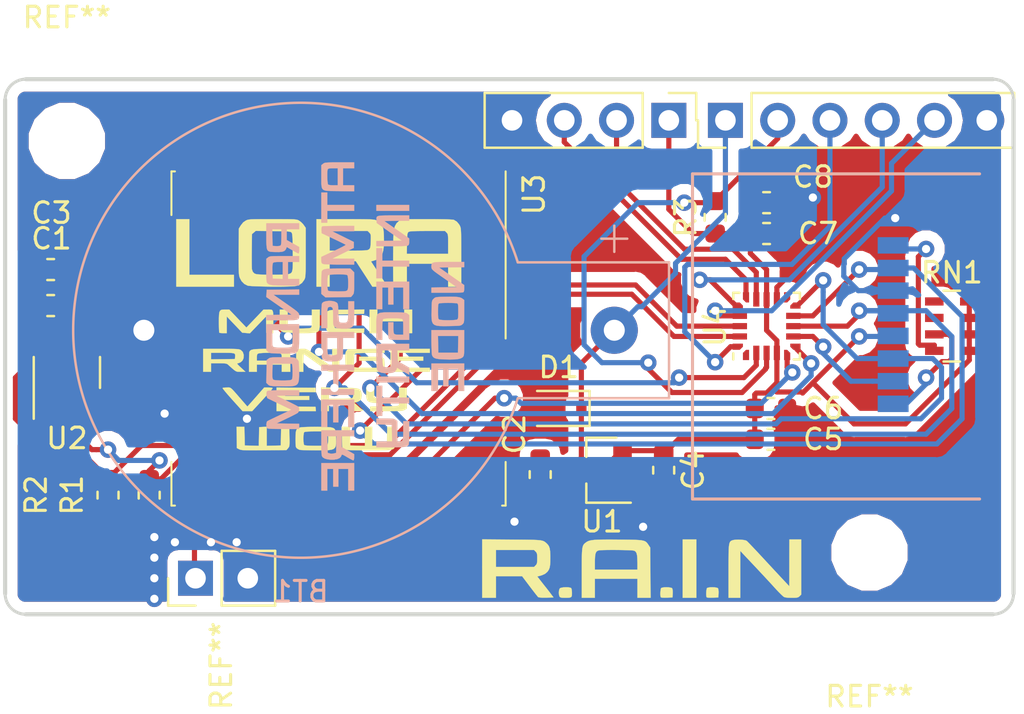
<source format=kicad_pcb>
(kicad_pcb (version 20171130) (host pcbnew "(5.0.0)")

  (general
    (thickness 1.6)
    (drawings 8)
    (tracks 297)
    (zones 0)
    (modules 26)
    (nets 31)
  )

  (page A4)
  (layers
    (0 F.Cu signal)
    (31 B.Cu signal)
    (32 B.Adhes user)
    (33 F.Adhes user hide)
    (34 B.Paste user)
    (35 F.Paste user)
    (36 B.SilkS user)
    (37 F.SilkS user)
    (38 B.Mask user)
    (39 F.Mask user)
    (40 Dwgs.User user)
    (41 Cmts.User user)
    (42 Eco1.User user)
    (43 Eco2.User user)
    (44 Edge.Cuts user)
    (45 Margin user)
    (46 B.CrtYd user hide)
    (47 F.CrtYd user hide)
    (48 B.Fab user hide)
    (49 F.Fab user hide)
  )

  (setup
    (last_trace_width 0.25)
    (trace_clearance 0.2)
    (zone_clearance 0.508)
    (zone_45_only no)
    (trace_min 0.2)
    (segment_width 0.2)
    (edge_width 0.15)
    (via_size 0.8)
    (via_drill 0.4)
    (via_min_size 0.6)
    (via_min_drill 0.3)
    (uvia_size 0.3)
    (uvia_drill 0.1)
    (uvias_allowed no)
    (uvia_min_size 0.2)
    (uvia_min_drill 0.1)
    (pcb_text_width 0.3)
    (pcb_text_size 1.5 1.5)
    (mod_edge_width 0.15)
    (mod_text_size 1 1)
    (mod_text_width 0.15)
    (pad_size 1.7 1.7)
    (pad_drill 1)
    (pad_to_mask_clearance 0.2)
    (aux_axis_origin 0 0)
    (visible_elements 7FFFFFFF)
    (pcbplotparams
      (layerselection 0x010fc_ffffffff)
      (usegerberextensions false)
      (usegerberattributes false)
      (usegerberadvancedattributes false)
      (creategerberjobfile false)
      (excludeedgelayer true)
      (linewidth 0.100000)
      (plotframeref false)
      (viasonmask false)
      (mode 1)
      (useauxorigin false)
      (hpglpennumber 1)
      (hpglpenspeed 20)
      (hpglpendiameter 15.000000)
      (psnegative false)
      (psa4output false)
      (plotreference true)
      (plotvalue true)
      (plotinvisibletext false)
      (padsonsilk false)
      (subtractmaskfromsilk false)
      (outputformat 1)
      (mirror false)
      (drillshape 1)
      (scaleselection 1)
      (outputdirectory "ArtAndSilks/"))
  )

  (net 0 "")
  (net 1 +VDC)
  (net 2 GND)
  (net 3 VDD)
  (net 4 /MCU_RESET)
  (net 5 /BOOT0)
  (net 6 /SWDIO)
  (net 7 /SWCLK)
  (net 8 /SD_DAT1)
  (net 9 /SPI1_MISO)
  (net 10 /SPI1_SCK)
  (net 11 /SPI1_MOSI)
  (net 12 /SPI1_SS)
  (net 13 /SD_DAT2)
  (net 14 /UART2_TX)
  (net 15 /UART2_RX)
  (net 16 /I2C1_SDA)
  (net 17 /I2C1_SCL)
  (net 18 "Net-(RN1-Pad2)")
  (net 19 "Net-(RN1-Pad1)")
  (net 20 /LORA_SS)
  (net 21 /LORA_RESET)
  (net 22 "Net-(U3-Pad7)")
  (net 23 /ANT)
  (net 24 "Net-(U3-Pad11)")
  (net 25 "Net-(U3-Pad12)")
  (net 26 /LORA_INT1)
  (net 27 "Net-(U3-Pad15)")
  (net 28 "Net-(U3-Pad16)")
  (net 29 /SD_DETECT)
  (net 30 /IND_LED)

  (net_class Default "This is the default net class."
    (clearance 0.2)
    (trace_width 0.25)
    (via_dia 0.8)
    (via_drill 0.4)
    (uvia_dia 0.3)
    (uvia_drill 0.1)
    (add_net +VDC)
    (add_net /ANT)
    (add_net /BOOT0)
    (add_net /I2C1_SCL)
    (add_net /I2C1_SDA)
    (add_net /IND_LED)
    (add_net /LORA_INT1)
    (add_net /LORA_RESET)
    (add_net /LORA_SS)
    (add_net /MCU_RESET)
    (add_net /SD_DAT1)
    (add_net /SD_DAT2)
    (add_net /SD_DETECT)
    (add_net /SPI1_MISO)
    (add_net /SPI1_MOSI)
    (add_net /SPI1_SCK)
    (add_net /SPI1_SS)
    (add_net /SWCLK)
    (add_net /SWDIO)
    (add_net /UART2_RX)
    (add_net /UART2_TX)
    (add_net GND)
    (add_net "Net-(RN1-Pad1)")
    (add_net "Net-(RN1-Pad2)")
    (add_net "Net-(U3-Pad11)")
    (add_net "Net-(U3-Pad12)")
    (add_net "Net-(U3-Pad15)")
    (add_net "Net-(U3-Pad16)")
    (add_net "Net-(U3-Pad7)")
    (add_net VDD)
  )

  (module MountingHole:MountingHole_2.7mm_M2.5 (layer F.Cu) (tedit 56D1B4CB) (tstamp 5C916F43)
    (at 138 99)
    (descr "Mounting Hole 2.7mm, no annular, M2.5")
    (tags "mounting hole 2.7mm no annular m2.5")
    (attr virtual)
    (fp_text reference REF** (at 0 7) (layer F.SilkS)
      (effects (font (size 1 1) (thickness 0.15)))
    )
    (fp_text value MountingHole_2.7mm_M2.5 (at 0 3.7) (layer F.Fab)
      (effects (font (size 1 1) (thickness 0.15)))
    )
    (fp_text user %R (at 0.3 0) (layer F.Fab)
      (effects (font (size 1 1) (thickness 0.15)))
    )
    (fp_circle (center 0 0) (end 2.7 0) (layer Cmts.User) (width 0.15))
    (fp_circle (center 0 0) (end 2.95 0) (layer F.CrtYd) (width 0.05))
    (pad 1 np_thru_hole circle (at 0 0) (size 2.7 2.7) (drill 2.7) (layers *.Cu *.Mask))
  )

  (module Connectors:CR2032H (layer B.Cu) (tedit 587FDB2C) (tstamp 5C8DE937)
    (at 125.6 88.2)
    (path /5C75700E)
    (fp_text reference BT1 (at -15.24 12.7) (layer B.SilkS)
      (effects (font (size 1 1) (thickness 0.15)) (justify mirror))
    )
    (fp_text value Battery_Cell (at -15.24 -12.7) (layer B.Fab)
      (effects (font (size 1 1) (thickness 0.15)) (justify mirror))
    )
    (fp_arc (start -15.24 0) (end -4.69 -3.3) (angle -325) (layer B.SilkS) (width 0.12))
    (fp_arc (start -15.24 0) (end -4.44 -3.65) (angle -322) (layer B.CrtYd) (width 0.05))
    (fp_circle (center -15.24 0) (end -8.89 -8.89) (layer B.Fab) (width 0.1))
    (fp_circle (center -15.24 0) (end -16.51 8.89) (layer B.Fab) (width 0.1))
    (fp_line (start -4.45 3.17) (end 0.63 3.17) (layer B.Fab) (width 0.1))
    (fp_line (start 1.9 -3.17) (end -4.45 -3.17) (layer B.Fab) (width 0.1))
    (fp_line (start 0.63 3.17) (end 1.9 3.17) (layer B.Fab) (width 0.1))
    (fp_line (start 2.54 -3.17) (end 1.9 -3.17) (layer B.Fab) (width 0.1))
    (fp_line (start 2.54 3.17) (end 2.54 -3.17) (layer B.Fab) (width 0.1))
    (fp_line (start 1.9 3.17) (end 2.54 3.17) (layer B.Fab) (width 0.1))
    (fp_line (start 1.9 -2.54) (end -4.45 -2.54) (layer B.Fab) (width 0.1))
    (fp_line (start 1.9 2.54) (end 1.9 -2.54) (layer B.Fab) (width 0.1))
    (fp_line (start -4.45 2.54) (end 1.9 2.54) (layer B.Fab) (width 0.1))
    (fp_line (start -0.63 -4.45) (end 0.63 -4.45) (layer B.SilkS) (width 0.12))
    (fp_line (start 0 -3.81) (end 0 -5.08) (layer B.SilkS) (width 0.12))
    (fp_line (start 2.66 -3.3) (end -4.69 -3.3) (layer B.SilkS) (width 0.12))
    (fp_line (start 2.66 3.3) (end 2.66 -3.3) (layer B.SilkS) (width 0.12))
    (fp_line (start -4.69 3.3) (end 2.66 3.3) (layer B.SilkS) (width 0.12))
    (fp_line (start 3.06 -3.65) (end -4.44 -3.65) (layer B.CrtYd) (width 0.05))
    (fp_line (start 3.06 3.8) (end 3.06 -3.65) (layer B.CrtYd) (width 0.05))
    (fp_line (start -4.49 3.8) (end 3.06 3.8) (layer B.CrtYd) (width 0.05))
    (pad 1 thru_hole circle (at 0 0) (size 2.29 2.29) (drill 1.02) (layers *.Cu *.Mask)
      (net 1 +VDC))
    (pad 2 thru_hole circle (at -22.86 0) (size 2.29 2.29) (drill 1.02) (layers *.Cu *.Mask)
      (net 2 GND))
  )

  (module Capacitor_SMD:C_0603_1608Metric (layer F.Cu) (tedit 5B301BBE) (tstamp 5C8DE948)
    (at 98.2125 87)
    (descr "Capacitor SMD 0603 (1608 Metric), square (rectangular) end terminal, IPC_7351 nominal, (Body size source: http://www.tortai-tech.com/upload/download/2011102023233369053.pdf), generated with kicad-footprint-generator")
    (tags capacitor)
    (path /5C807CE4)
    (attr smd)
    (fp_text reference C1 (at 0.0375 -3.25) (layer F.SilkS)
      (effects (font (size 1 1) (thickness 0.15)))
    )
    (fp_text value 1uF (at 0 1.43) (layer F.Fab)
      (effects (font (size 1 1) (thickness 0.15)))
    )
    (fp_line (start -0.8 0.4) (end -0.8 -0.4) (layer F.Fab) (width 0.1))
    (fp_line (start -0.8 -0.4) (end 0.8 -0.4) (layer F.Fab) (width 0.1))
    (fp_line (start 0.8 -0.4) (end 0.8 0.4) (layer F.Fab) (width 0.1))
    (fp_line (start 0.8 0.4) (end -0.8 0.4) (layer F.Fab) (width 0.1))
    (fp_line (start -0.162779 -0.51) (end 0.162779 -0.51) (layer F.SilkS) (width 0.12))
    (fp_line (start -0.162779 0.51) (end 0.162779 0.51) (layer F.SilkS) (width 0.12))
    (fp_line (start -1.48 0.73) (end -1.48 -0.73) (layer F.CrtYd) (width 0.05))
    (fp_line (start -1.48 -0.73) (end 1.48 -0.73) (layer F.CrtYd) (width 0.05))
    (fp_line (start 1.48 -0.73) (end 1.48 0.73) (layer F.CrtYd) (width 0.05))
    (fp_line (start 1.48 0.73) (end -1.48 0.73) (layer F.CrtYd) (width 0.05))
    (fp_text user %R (at 0 0) (layer F.Fab)
      (effects (font (size 0.4 0.4) (thickness 0.06)))
    )
    (pad 1 smd roundrect (at -0.7875 0) (size 0.875 0.95) (layers F.Cu F.Paste F.Mask) (roundrect_rratio 0.25)
      (net 3 VDD))
    (pad 2 smd roundrect (at 0.7875 0) (size 0.875 0.95) (layers F.Cu F.Paste F.Mask) (roundrect_rratio 0.25)
      (net 2 GND))
    (model ${KISYS3DMOD}/Capacitor_SMD.3dshapes/C_0603_1608Metric.wrl
      (at (xyz 0 0 0))
      (scale (xyz 1 1 1))
      (rotate (xyz 0 0 0))
    )
  )

  (module Capacitor_SMD:C_0603_1608Metric (layer F.Cu) (tedit 5B301BBE) (tstamp 5C8DE959)
    (at 122 95.2125 270)
    (descr "Capacitor SMD 0603 (1608 Metric), square (rectangular) end terminal, IPC_7351 nominal, (Body size source: http://www.tortai-tech.com/upload/download/2011102023233369053.pdf), generated with kicad-footprint-generator")
    (tags capacitor)
    (path /5C790417)
    (attr smd)
    (fp_text reference C2 (at -1.9625 1.25 270) (layer F.SilkS)
      (effects (font (size 1 1) (thickness 0.15)))
    )
    (fp_text value C_Small (at 0 1.43 270) (layer F.Fab)
      (effects (font (size 1 1) (thickness 0.15)))
    )
    (fp_text user %R (at 0 0 270) (layer F.Fab)
      (effects (font (size 0.4 0.4) (thickness 0.06)))
    )
    (fp_line (start 1.48 0.73) (end -1.48 0.73) (layer F.CrtYd) (width 0.05))
    (fp_line (start 1.48 -0.73) (end 1.48 0.73) (layer F.CrtYd) (width 0.05))
    (fp_line (start -1.48 -0.73) (end 1.48 -0.73) (layer F.CrtYd) (width 0.05))
    (fp_line (start -1.48 0.73) (end -1.48 -0.73) (layer F.CrtYd) (width 0.05))
    (fp_line (start -0.162779 0.51) (end 0.162779 0.51) (layer F.SilkS) (width 0.12))
    (fp_line (start -0.162779 -0.51) (end 0.162779 -0.51) (layer F.SilkS) (width 0.12))
    (fp_line (start 0.8 0.4) (end -0.8 0.4) (layer F.Fab) (width 0.1))
    (fp_line (start 0.8 -0.4) (end 0.8 0.4) (layer F.Fab) (width 0.1))
    (fp_line (start -0.8 -0.4) (end 0.8 -0.4) (layer F.Fab) (width 0.1))
    (fp_line (start -0.8 0.4) (end -0.8 -0.4) (layer F.Fab) (width 0.1))
    (pad 2 smd roundrect (at 0.7875 0 270) (size 0.875 0.95) (layers F.Cu F.Paste F.Mask) (roundrect_rratio 0.25)
      (net 2 GND))
    (pad 1 smd roundrect (at -0.7875 0 270) (size 0.875 0.95) (layers F.Cu F.Paste F.Mask) (roundrect_rratio 0.25)
      (net 1 +VDC))
    (model ${KISYS3DMOD}/Capacitor_SMD.3dshapes/C_0603_1608Metric.wrl
      (at (xyz 0 0 0))
      (scale (xyz 1 1 1))
      (rotate (xyz 0 0 0))
    )
  )

  (module Capacitor_SMD:C_0603_1608Metric (layer F.Cu) (tedit 5B301BBE) (tstamp 5C8DE96A)
    (at 98.2125 85.25)
    (descr "Capacitor SMD 0603 (1608 Metric), square (rectangular) end terminal, IPC_7351 nominal, (Body size source: http://www.tortai-tech.com/upload/download/2011102023233369053.pdf), generated with kicad-footprint-generator")
    (tags capacitor)
    (path /5C807BD4)
    (attr smd)
    (fp_text reference C3 (at 0.0375 -2.75) (layer F.SilkS)
      (effects (font (size 1 1) (thickness 0.15)))
    )
    (fp_text value 100uF (at 0 1.43) (layer F.Fab)
      (effects (font (size 1 1) (thickness 0.15)))
    )
    (fp_text user %R (at 0 0) (layer F.Fab)
      (effects (font (size 0.4 0.4) (thickness 0.06)))
    )
    (fp_line (start 1.48 0.73) (end -1.48 0.73) (layer F.CrtYd) (width 0.05))
    (fp_line (start 1.48 -0.73) (end 1.48 0.73) (layer F.CrtYd) (width 0.05))
    (fp_line (start -1.48 -0.73) (end 1.48 -0.73) (layer F.CrtYd) (width 0.05))
    (fp_line (start -1.48 0.73) (end -1.48 -0.73) (layer F.CrtYd) (width 0.05))
    (fp_line (start -0.162779 0.51) (end 0.162779 0.51) (layer F.SilkS) (width 0.12))
    (fp_line (start -0.162779 -0.51) (end 0.162779 -0.51) (layer F.SilkS) (width 0.12))
    (fp_line (start 0.8 0.4) (end -0.8 0.4) (layer F.Fab) (width 0.1))
    (fp_line (start 0.8 -0.4) (end 0.8 0.4) (layer F.Fab) (width 0.1))
    (fp_line (start -0.8 -0.4) (end 0.8 -0.4) (layer F.Fab) (width 0.1))
    (fp_line (start -0.8 0.4) (end -0.8 -0.4) (layer F.Fab) (width 0.1))
    (pad 2 smd roundrect (at 0.7875 0) (size 0.875 0.95) (layers F.Cu F.Paste F.Mask) (roundrect_rratio 0.25)
      (net 2 GND))
    (pad 1 smd roundrect (at -0.7875 0) (size 0.875 0.95) (layers F.Cu F.Paste F.Mask) (roundrect_rratio 0.25)
      (net 3 VDD))
    (model ${KISYS3DMOD}/Capacitor_SMD.3dshapes/C_0603_1608Metric.wrl
      (at (xyz 0 0 0))
      (scale (xyz 1 1 1))
      (rotate (xyz 0 0 0))
    )
  )

  (module Capacitor_SMD:C_0603_1608Metric (layer F.Cu) (tedit 5B301BBE) (tstamp 5C8DE97B)
    (at 128 95 270)
    (descr "Capacitor SMD 0603 (1608 Metric), square (rectangular) end terminal, IPC_7351 nominal, (Body size source: http://www.tortai-tech.com/upload/download/2011102023233369053.pdf), generated with kicad-footprint-generator")
    (tags capacitor)
    (path /5C76536E)
    (attr smd)
    (fp_text reference C4 (at 0 -1.43 270) (layer F.SilkS)
      (effects (font (size 1 1) (thickness 0.15)))
    )
    (fp_text value C_Small (at 0 1.43 270) (layer F.Fab)
      (effects (font (size 1 1) (thickness 0.15)))
    )
    (fp_text user %R (at 0 0 270) (layer F.Fab)
      (effects (font (size 0.4 0.4) (thickness 0.06)))
    )
    (fp_line (start 1.48 0.73) (end -1.48 0.73) (layer F.CrtYd) (width 0.05))
    (fp_line (start 1.48 -0.73) (end 1.48 0.73) (layer F.CrtYd) (width 0.05))
    (fp_line (start -1.48 -0.73) (end 1.48 -0.73) (layer F.CrtYd) (width 0.05))
    (fp_line (start -1.48 0.73) (end -1.48 -0.73) (layer F.CrtYd) (width 0.05))
    (fp_line (start -0.162779 0.51) (end 0.162779 0.51) (layer F.SilkS) (width 0.12))
    (fp_line (start -0.162779 -0.51) (end 0.162779 -0.51) (layer F.SilkS) (width 0.12))
    (fp_line (start 0.8 0.4) (end -0.8 0.4) (layer F.Fab) (width 0.1))
    (fp_line (start 0.8 -0.4) (end 0.8 0.4) (layer F.Fab) (width 0.1))
    (fp_line (start -0.8 -0.4) (end 0.8 -0.4) (layer F.Fab) (width 0.1))
    (fp_line (start -0.8 0.4) (end -0.8 -0.4) (layer F.Fab) (width 0.1))
    (pad 2 smd roundrect (at 0.7875 0 270) (size 0.875 0.95) (layers F.Cu F.Paste F.Mask) (roundrect_rratio 0.25)
      (net 2 GND))
    (pad 1 smd roundrect (at -0.7875 0 270) (size 0.875 0.95) (layers F.Cu F.Paste F.Mask) (roundrect_rratio 0.25)
      (net 3 VDD))
    (model ${KISYS3DMOD}/Capacitor_SMD.3dshapes/C_0603_1608Metric.wrl
      (at (xyz 0 0 0))
      (scale (xyz 1 1 1))
      (rotate (xyz 0 0 0))
    )
  )

  (module Capacitor_SMD:C_0603_1608Metric (layer F.Cu) (tedit 5B301BBE) (tstamp 5C8DE98C)
    (at 133.2125 93.5)
    (descr "Capacitor SMD 0603 (1608 Metric), square (rectangular) end terminal, IPC_7351 nominal, (Body size source: http://www.tortai-tech.com/upload/download/2011102023233369053.pdf), generated with kicad-footprint-generator")
    (tags capacitor)
    (path /5C784DE2)
    (attr smd)
    (fp_text reference C5 (at 2.5375 0) (layer F.SilkS)
      (effects (font (size 1 1) (thickness 0.15)))
    )
    (fp_text value 1uF (at 0 1.43) (layer F.Fab)
      (effects (font (size 1 1) (thickness 0.15)))
    )
    (fp_line (start -0.8 0.4) (end -0.8 -0.4) (layer F.Fab) (width 0.1))
    (fp_line (start -0.8 -0.4) (end 0.8 -0.4) (layer F.Fab) (width 0.1))
    (fp_line (start 0.8 -0.4) (end 0.8 0.4) (layer F.Fab) (width 0.1))
    (fp_line (start 0.8 0.4) (end -0.8 0.4) (layer F.Fab) (width 0.1))
    (fp_line (start -0.162779 -0.51) (end 0.162779 -0.51) (layer F.SilkS) (width 0.12))
    (fp_line (start -0.162779 0.51) (end 0.162779 0.51) (layer F.SilkS) (width 0.12))
    (fp_line (start -1.48 0.73) (end -1.48 -0.73) (layer F.CrtYd) (width 0.05))
    (fp_line (start -1.48 -0.73) (end 1.48 -0.73) (layer F.CrtYd) (width 0.05))
    (fp_line (start 1.48 -0.73) (end 1.48 0.73) (layer F.CrtYd) (width 0.05))
    (fp_line (start 1.48 0.73) (end -1.48 0.73) (layer F.CrtYd) (width 0.05))
    (fp_text user %R (at 0 0) (layer F.Fab)
      (effects (font (size 0.4 0.4) (thickness 0.06)))
    )
    (pad 1 smd roundrect (at -0.7875 0) (size 0.875 0.95) (layers F.Cu F.Paste F.Mask) (roundrect_rratio 0.25)
      (net 3 VDD))
    (pad 2 smd roundrect (at 0.7875 0) (size 0.875 0.95) (layers F.Cu F.Paste F.Mask) (roundrect_rratio 0.25)
      (net 2 GND))
    (model ${KISYS3DMOD}/Capacitor_SMD.3dshapes/C_0603_1608Metric.wrl
      (at (xyz 0 0 0))
      (scale (xyz 1 1 1))
      (rotate (xyz 0 0 0))
    )
  )

  (module Capacitor_SMD:C_0603_1608Metric (layer F.Cu) (tedit 5B301BBE) (tstamp 5C8DE99D)
    (at 133.2125 92)
    (descr "Capacitor SMD 0603 (1608 Metric), square (rectangular) end terminal, IPC_7351 nominal, (Body size source: http://www.tortai-tech.com/upload/download/2011102023233369053.pdf), generated with kicad-footprint-generator")
    (tags capacitor)
    (path /5C784DE9)
    (attr smd)
    (fp_text reference C6 (at 2.5375 0) (layer F.SilkS)
      (effects (font (size 1 1) (thickness 0.15)))
    )
    (fp_text value 100nF (at 0 1.43) (layer F.Fab)
      (effects (font (size 1 1) (thickness 0.15)))
    )
    (fp_line (start -0.8 0.4) (end -0.8 -0.4) (layer F.Fab) (width 0.1))
    (fp_line (start -0.8 -0.4) (end 0.8 -0.4) (layer F.Fab) (width 0.1))
    (fp_line (start 0.8 -0.4) (end 0.8 0.4) (layer F.Fab) (width 0.1))
    (fp_line (start 0.8 0.4) (end -0.8 0.4) (layer F.Fab) (width 0.1))
    (fp_line (start -0.162779 -0.51) (end 0.162779 -0.51) (layer F.SilkS) (width 0.12))
    (fp_line (start -0.162779 0.51) (end 0.162779 0.51) (layer F.SilkS) (width 0.12))
    (fp_line (start -1.48 0.73) (end -1.48 -0.73) (layer F.CrtYd) (width 0.05))
    (fp_line (start -1.48 -0.73) (end 1.48 -0.73) (layer F.CrtYd) (width 0.05))
    (fp_line (start 1.48 -0.73) (end 1.48 0.73) (layer F.CrtYd) (width 0.05))
    (fp_line (start 1.48 0.73) (end -1.48 0.73) (layer F.CrtYd) (width 0.05))
    (fp_text user %R (at 0 0) (layer F.Fab)
      (effects (font (size 0.4 0.4) (thickness 0.06)))
    )
    (pad 1 smd roundrect (at -0.7875 0) (size 0.875 0.95) (layers F.Cu F.Paste F.Mask) (roundrect_rratio 0.25)
      (net 3 VDD))
    (pad 2 smd roundrect (at 0.7875 0) (size 0.875 0.95) (layers F.Cu F.Paste F.Mask) (roundrect_rratio 0.25)
      (net 2 GND))
    (model ${KISYS3DMOD}/Capacitor_SMD.3dshapes/C_0603_1608Metric.wrl
      (at (xyz 0 0 0))
      (scale (xyz 1 1 1))
      (rotate (xyz 0 0 0))
    )
  )

  (module Capacitor_SMD:C_0603_1608Metric (layer F.Cu) (tedit 5B301BBE) (tstamp 5C8DE9AE)
    (at 133 83.5)
    (descr "Capacitor SMD 0603 (1608 Metric), square (rectangular) end terminal, IPC_7351 nominal, (Body size source: http://www.tortai-tech.com/upload/download/2011102023233369053.pdf), generated with kicad-footprint-generator")
    (tags capacitor)
    (path /5C7793EC)
    (attr smd)
    (fp_text reference C7 (at 2.5 0) (layer F.SilkS)
      (effects (font (size 1 1) (thickness 0.15)))
    )
    (fp_text value 1uF (at 0 1.43) (layer F.Fab)
      (effects (font (size 1 1) (thickness 0.15)))
    )
    (fp_line (start -0.8 0.4) (end -0.8 -0.4) (layer F.Fab) (width 0.1))
    (fp_line (start -0.8 -0.4) (end 0.8 -0.4) (layer F.Fab) (width 0.1))
    (fp_line (start 0.8 -0.4) (end 0.8 0.4) (layer F.Fab) (width 0.1))
    (fp_line (start 0.8 0.4) (end -0.8 0.4) (layer F.Fab) (width 0.1))
    (fp_line (start -0.162779 -0.51) (end 0.162779 -0.51) (layer F.SilkS) (width 0.12))
    (fp_line (start -0.162779 0.51) (end 0.162779 0.51) (layer F.SilkS) (width 0.12))
    (fp_line (start -1.48 0.73) (end -1.48 -0.73) (layer F.CrtYd) (width 0.05))
    (fp_line (start -1.48 -0.73) (end 1.48 -0.73) (layer F.CrtYd) (width 0.05))
    (fp_line (start 1.48 -0.73) (end 1.48 0.73) (layer F.CrtYd) (width 0.05))
    (fp_line (start 1.48 0.73) (end -1.48 0.73) (layer F.CrtYd) (width 0.05))
    (fp_text user %R (at 0 0) (layer F.Fab)
      (effects (font (size 0.4 0.4) (thickness 0.06)))
    )
    (pad 1 smd roundrect (at -0.7875 0) (size 0.875 0.95) (layers F.Cu F.Paste F.Mask) (roundrect_rratio 0.25)
      (net 3 VDD))
    (pad 2 smd roundrect (at 0.7875 0) (size 0.875 0.95) (layers F.Cu F.Paste F.Mask) (roundrect_rratio 0.25)
      (net 2 GND))
    (model ${KISYS3DMOD}/Capacitor_SMD.3dshapes/C_0603_1608Metric.wrl
      (at (xyz 0 0 0))
      (scale (xyz 1 1 1))
      (rotate (xyz 0 0 0))
    )
  )

  (module Capacitor_SMD:C_0603_1608Metric (layer F.Cu) (tedit 5B301BBE) (tstamp 5C8DE9BF)
    (at 133 82)
    (descr "Capacitor SMD 0603 (1608 Metric), square (rectangular) end terminal, IPC_7351 nominal, (Body size source: http://www.tortai-tech.com/upload/download/2011102023233369053.pdf), generated with kicad-footprint-generator")
    (tags capacitor)
    (path /5C779464)
    (attr smd)
    (fp_text reference C8 (at 2.25 -1.25) (layer F.SilkS)
      (effects (font (size 1 1) (thickness 0.15)))
    )
    (fp_text value 100nF (at 0 1.43) (layer F.Fab)
      (effects (font (size 1 1) (thickness 0.15)))
    )
    (fp_text user %R (at 0 0) (layer F.Fab)
      (effects (font (size 0.4 0.4) (thickness 0.06)))
    )
    (fp_line (start 1.48 0.73) (end -1.48 0.73) (layer F.CrtYd) (width 0.05))
    (fp_line (start 1.48 -0.73) (end 1.48 0.73) (layer F.CrtYd) (width 0.05))
    (fp_line (start -1.48 -0.73) (end 1.48 -0.73) (layer F.CrtYd) (width 0.05))
    (fp_line (start -1.48 0.73) (end -1.48 -0.73) (layer F.CrtYd) (width 0.05))
    (fp_line (start -0.162779 0.51) (end 0.162779 0.51) (layer F.SilkS) (width 0.12))
    (fp_line (start -0.162779 -0.51) (end 0.162779 -0.51) (layer F.SilkS) (width 0.12))
    (fp_line (start 0.8 0.4) (end -0.8 0.4) (layer F.Fab) (width 0.1))
    (fp_line (start 0.8 -0.4) (end 0.8 0.4) (layer F.Fab) (width 0.1))
    (fp_line (start -0.8 -0.4) (end 0.8 -0.4) (layer F.Fab) (width 0.1))
    (fp_line (start -0.8 0.4) (end -0.8 -0.4) (layer F.Fab) (width 0.1))
    (pad 2 smd roundrect (at 0.7875 0) (size 0.875 0.95) (layers F.Cu F.Paste F.Mask) (roundrect_rratio 0.25)
      (net 2 GND))
    (pad 1 smd roundrect (at -0.7875 0) (size 0.875 0.95) (layers F.Cu F.Paste F.Mask) (roundrect_rratio 0.25)
      (net 3 VDD))
    (model ${KISYS3DMOD}/Capacitor_SMD.3dshapes/C_0603_1608Metric.wrl
      (at (xyz 0 0 0))
      (scale (xyz 1 1 1))
      (rotate (xyz 0 0 0))
    )
  )

  (module Diode_SMD:D_SOD-323F (layer F.Cu) (tedit 590A48EB) (tstamp 5C8DE9D7)
    (at 122.9 92 180)
    (descr "SOD-323F http://www.nxp.com/documents/outline_drawing/SOD323F.pdf")
    (tags SOD-323F)
    (path /5C7AEDBF)
    (attr smd)
    (fp_text reference D1 (at 0 2 180) (layer F.SilkS)
      (effects (font (size 1 1) (thickness 0.15)))
    )
    (fp_text value D (at 0.1 1.9 180) (layer F.Fab)
      (effects (font (size 1 1) (thickness 0.15)))
    )
    (fp_text user %R (at 0 -1.85 180) (layer F.Fab)
      (effects (font (size 1 1) (thickness 0.15)))
    )
    (fp_line (start -1.5 -0.85) (end -1.5 0.85) (layer F.SilkS) (width 0.12))
    (fp_line (start 0.2 0) (end 0.45 0) (layer F.Fab) (width 0.1))
    (fp_line (start 0.2 0.35) (end -0.3 0) (layer F.Fab) (width 0.1))
    (fp_line (start 0.2 -0.35) (end 0.2 0.35) (layer F.Fab) (width 0.1))
    (fp_line (start -0.3 0) (end 0.2 -0.35) (layer F.Fab) (width 0.1))
    (fp_line (start -0.3 0) (end -0.5 0) (layer F.Fab) (width 0.1))
    (fp_line (start -0.3 -0.35) (end -0.3 0.35) (layer F.Fab) (width 0.1))
    (fp_line (start -0.9 0.7) (end -0.9 -0.7) (layer F.Fab) (width 0.1))
    (fp_line (start 0.9 0.7) (end -0.9 0.7) (layer F.Fab) (width 0.1))
    (fp_line (start 0.9 -0.7) (end 0.9 0.7) (layer F.Fab) (width 0.1))
    (fp_line (start -0.9 -0.7) (end 0.9 -0.7) (layer F.Fab) (width 0.1))
    (fp_line (start -1.6 -0.95) (end 1.6 -0.95) (layer F.CrtYd) (width 0.05))
    (fp_line (start 1.6 -0.95) (end 1.6 0.95) (layer F.CrtYd) (width 0.05))
    (fp_line (start -1.6 0.95) (end 1.6 0.95) (layer F.CrtYd) (width 0.05))
    (fp_line (start -1.6 -0.95) (end -1.6 0.95) (layer F.CrtYd) (width 0.05))
    (fp_line (start -1.5 0.85) (end 1.05 0.85) (layer F.SilkS) (width 0.12))
    (fp_line (start -1.5 -0.85) (end 1.05 -0.85) (layer F.SilkS) (width 0.12))
    (pad 1 smd rect (at -1.1 0 180) (size 0.5 0.5) (layers F.Cu F.Paste F.Mask)
      (net 1 +VDC))
    (pad 2 smd rect (at 1.1 0 180) (size 0.5 0.5) (layers F.Cu F.Paste F.Mask)
      (net 2 GND))
    (model ${KISYS3DMOD}/Diode_SMD.3dshapes/D_SOD-323F.wrl
      (at (xyz 0 0 0))
      (scale (xyz 1 1 1))
      (rotate (xyz 0 0 0))
    )
  )

  (module Connector_PinHeader_2.54mm:PinHeader_1x06_P2.54mm_Vertical (layer F.Cu) (tedit 5C76B8CA) (tstamp 5C8DE9F1)
    (at 131 78 90)
    (descr "Through hole straight pin header, 1x06, 2.54mm pitch, single row")
    (tags "Through hole pin header THT 1x06 2.54mm single row")
    (path /5C757573)
    (fp_text reference J1 (at 0 -2.33 90) (layer F.SilkS) hide
      (effects (font (size 1 1) (thickness 0.15)))
    )
    (fp_text value Conn_01x06_Female (at 0 15.03 90) (layer F.Fab)
      (effects (font (size 1 1) (thickness 0.15)))
    )
    (fp_line (start -0.635 -1.27) (end 1.27 -1.27) (layer F.Fab) (width 0.1))
    (fp_line (start 1.27 -1.27) (end 1.27 13.97) (layer F.Fab) (width 0.1))
    (fp_line (start 1.27 13.97) (end -1.27 13.97) (layer F.Fab) (width 0.1))
    (fp_line (start -1.27 13.97) (end -1.27 -0.635) (layer F.Fab) (width 0.1))
    (fp_line (start -1.27 -0.635) (end -0.635 -1.27) (layer F.Fab) (width 0.1))
    (fp_line (start -1.33 14.03) (end 1.33 14.03) (layer F.SilkS) (width 0.12))
    (fp_line (start -1.33 1.27) (end -1.33 14.03) (layer F.SilkS) (width 0.12))
    (fp_line (start 1.33 1.27) (end 1.33 14.03) (layer F.SilkS) (width 0.12))
    (fp_line (start -1.33 1.27) (end 1.33 1.27) (layer F.SilkS) (width 0.12))
    (fp_line (start -1.33 0) (end -1.33 -1.33) (layer F.SilkS) (width 0.12))
    (fp_line (start -1.33 -1.33) (end 0 -1.33) (layer F.SilkS) (width 0.12))
    (fp_line (start -1.8 -1.8) (end -1.8 14.5) (layer F.CrtYd) (width 0.05))
    (fp_line (start -1.8 14.5) (end 1.8 14.5) (layer F.CrtYd) (width 0.05))
    (fp_line (start 1.8 14.5) (end 1.8 -1.8) (layer F.CrtYd) (width 0.05))
    (fp_line (start 1.8 -1.8) (end -1.8 -1.8) (layer F.CrtYd) (width 0.05))
    (fp_text user %R (at 0 6.35 180) (layer F.Fab)
      (effects (font (size 1 1) (thickness 0.15)))
    )
    (pad 1 thru_hole rect (at 0 0 90) (size 1.7 1.7) (drill 1) (layers *.Cu *.Mask)
      (net 1 +VDC))
    (pad 2 thru_hole oval (at 0 2.54 90) (size 1.7 1.7) (drill 1) (layers *.Cu *.Mask)
      (net 4 /MCU_RESET))
    (pad 3 thru_hole oval (at 0 5.08 90) (size 1.7 1.7) (drill 1) (layers *.Cu *.Mask)
      (net 5 /BOOT0))
    (pad 4 thru_hole oval (at 0 7.62 90) (size 1.7 1.7) (drill 1) (layers *.Cu *.Mask)
      (net 6 /SWDIO))
    (pad 5 thru_hole oval (at 0 10.16 90) (size 1.7 1.7) (drill 1) (layers *.Cu *.Mask)
      (net 7 /SWCLK))
    (pad 6 thru_hole oval (at 0 12.7 90) (size 1.7 1.7) (drill 1) (layers *.Cu *.Mask)
      (net 2 GND))
    (model ${KISYS3DMOD}/Connector_PinHeader_2.54mm.3dshapes/PinHeader_1x06_P2.54mm_Vertical.wrl
      (at (xyz 0 0 0))
      (scale (xyz 1 1 1))
      (rotate (xyz 0 0 0))
    )
  )

  (module Connectors_Card:MicroSd_Wurth_693072010801 (layer B.Cu) (tedit 5C76B8FD) (tstamp 5C8DEA21)
    (at 137.6 88.5 270)
    (descr "Wurth Elektronik MicroSD Card Holder with Lid 693072010801 http://katalog.we-online.de/em/datasheet/693072010801.pdf")
    (tags "socket slot microsd sdcard card")
    (path /5C757285)
    (attr smd)
    (fp_text reference J2 (at 10.25 6.85 270) (layer B.SilkS) hide
      (effects (font (size 1 1) (thickness 0.15)) (justify mirror))
    )
    (fp_text value Micro_SD_Card_Det (at 0 -8.6 270) (layer B.Fab)
      (effects (font (size 1 1) (thickness 0.15)) (justify mirror))
    )
    (fp_text user %R (at 0.05 0 270) (layer B.Fab)
      (effects (font (size 1 1) (thickness 0.15)) (justify mirror))
    )
    (fp_arc (start 5 -6.7) (end 5.5 -6.7) (angle -90) (layer B.Fab) (width 0.15))
    (fp_line (start 6.875 5.45) (end 6.875 8) (layer B.Fab) (width 0.15))
    (fp_line (start 6.875 8) (end -6.875 8) (layer B.Fab) (width 0.15))
    (fp_line (start -6.875 8) (end -6.875 5.45) (layer B.Fab) (width 0.15))
    (fp_line (start 6.875 2.85) (end 6.875 -2.95) (layer B.Fab) (width 0.15))
    (fp_line (start -6.875 2.85) (end -6.875 -2.95) (layer B.Fab) (width 0.15))
    (fp_line (start 6.875 -5.35) (end 6.875 -5.7) (layer B.Fab) (width 0.15))
    (fp_line (start 6.875 -5.7) (end 5.875 -5.7) (layer B.Fab) (width 0.15))
    (fp_line (start 5.875 -5.7) (end 5.875 -4.75) (layer B.Fab) (width 0.15))
    (fp_line (start 5.875 -4.75) (end -5.875 -4.75) (layer B.Fab) (width 0.15))
    (fp_line (start -5.875 -4.75) (end -5.875 -5.7) (layer B.Fab) (width 0.15))
    (fp_line (start -5.875 -5.7) (end -6.875 -5.7) (layer B.Fab) (width 0.15))
    (fp_line (start -6.875 -5.7) (end -6.875 -5.35) (layer B.Fab) (width 0.15))
    (fp_line (start 7.9 -5.75) (end 7.9 8.2) (layer B.SilkS) (width 0.15))
    (fp_line (start 7.9 8.2) (end -7.9 8.2) (layer B.SilkS) (width 0.15))
    (fp_line (start -7.9 8.2) (end -7.9 -5.75) (layer B.SilkS) (width 0.15))
    (fp_line (start -0.8 1.15) (end -0.8 3.15) (layer B.Fab) (width 0.15))
    (fp_line (start -0.8 3.15) (end -1.4 3.15) (layer B.Fab) (width 0.15))
    (fp_line (start -1.4 3.15) (end 0 4.55) (layer B.Fab) (width 0.15))
    (fp_line (start 0 4.55) (end 1.4 3.15) (layer B.Fab) (width 0.15))
    (fp_line (start 1.4 3.15) (end 0.8 3.15) (layer B.Fab) (width 0.15))
    (fp_line (start 0.8 3.15) (end 0.8 1.15) (layer B.Fab) (width 0.15))
    (fp_line (start 0.8 1.15) (end -0.8 1.15) (layer B.Fab) (width 0.15))
    (fp_line (start -8.05 -7.35) (end -8.05 8.35) (layer B.CrtYd) (width 0.05))
    (fp_line (start -8.05 8.35) (end 8.05 8.35) (layer B.CrtYd) (width 0.05))
    (fp_line (start 8.05 8.35) (end 8.05 -7.35) (layer B.CrtYd) (width 0.05))
    (fp_line (start 8.05 -7.35) (end -8.05 -7.35) (layer B.CrtYd) (width 0.05))
    (fp_line (start 5 -7.2) (end -5 -7.2) (layer B.Fab) (width 0.15))
    (fp_line (start 5.5 -6.7) (end 5.5 -5) (layer B.Fab) (width 0.15))
    (fp_line (start -5.5 -6.7) (end -5.5 -5) (layer B.Fab) (width 0.15))
    (fp_arc (start -5 -6.7) (end -5 -7.2) (angle -90) (layer B.Fab) (width 0.15))
    (pad 9 smd rect (at -6.875 -4.15 270) (size 1.45 2) (layers B.Cu B.Paste B.Mask)
      (net 2 GND))
    (pad 9 smd rect (at -6.875 4.15 270) (size 1.45 2) (layers B.Cu B.Paste B.Mask)
      (net 2 GND))
    (pad 9 smd rect (at 6.875 -4.15 270) (size 1.45 2) (layers B.Cu B.Paste B.Mask)
      (net 2 GND))
    (pad 9 smd rect (at 6.875 4.15 270) (size 1.45 2) (layers B.Cu B.Paste B.Mask)
      (net 2 GND))
    (pad 8 smd rect (at -4.425 -1.55 270) (size 0.8 1.5) (layers B.Cu B.Paste B.Mask)
      (net 8 /SD_DAT1))
    (pad 7 smd rect (at -3.325 -1.55 270) (size 0.8 1.5) (layers B.Cu B.Paste B.Mask)
      (net 9 /SPI1_MISO))
    (pad 6 smd rect (at -2.225 -1.55 270) (size 0.8 1.5) (layers B.Cu B.Paste B.Mask)
      (net 2 GND))
    (pad 5 smd rect (at -1.125 -1.55 270) (size 0.8 1.5) (layers B.Cu B.Paste B.Mask)
      (net 10 /SPI1_SCK))
    (pad 4 smd rect (at -0.025 -1.55 270) (size 0.8 1.5) (layers B.Cu B.Paste B.Mask)
      (net 3 VDD))
    (pad 3 smd rect (at 1.075 -1.55 270) (size 0.8 1.5) (layers B.Cu B.Paste B.Mask)
      (net 11 /SPI1_MOSI))
    (pad 2 smd rect (at 2.175 -1.55 270) (size 0.8 1.5) (layers B.Cu B.Paste B.Mask)
      (net 12 /SPI1_SS))
    (pad 1 smd rect (at 3.275 -1.55 270) (size 0.8 1.5) (layers B.Cu B.Paste B.Mask)
      (net 13 /SD_DAT2))
    (model ${KISYS3DMOD}/Connectors_Card.3dshapes/MicroSd_Wurth_693072010801.wrl
      (at (xyz 0 0 0))
      (scale (xyz 1 1 1))
      (rotate (xyz 0 0 0))
    )
  )

  (module Connector_PinHeader_2.54mm:PinHeader_1x04_P2.54mm_Vertical (layer F.Cu) (tedit 5C76B8D0) (tstamp 5C8DEA39)
    (at 128.25 78 270)
    (descr "Through hole straight pin header, 1x04, 2.54mm pitch, single row")
    (tags "Through hole pin header THT 1x04 2.54mm single row")
    (path /5C839944)
    (fp_text reference J3 (at 0 -2.33 270) (layer F.SilkS) hide
      (effects (font (size 1 1) (thickness 0.15)))
    )
    (fp_text value Conn_01x04_Female (at 0 9.95 270) (layer F.Fab)
      (effects (font (size 1 1) (thickness 0.15)))
    )
    (fp_line (start -0.635 -1.27) (end 1.27 -1.27) (layer F.Fab) (width 0.1))
    (fp_line (start 1.27 -1.27) (end 1.27 8.89) (layer F.Fab) (width 0.1))
    (fp_line (start 1.27 8.89) (end -1.27 8.89) (layer F.Fab) (width 0.1))
    (fp_line (start -1.27 8.89) (end -1.27 -0.635) (layer F.Fab) (width 0.1))
    (fp_line (start -1.27 -0.635) (end -0.635 -1.27) (layer F.Fab) (width 0.1))
    (fp_line (start -1.33 8.95) (end 1.33 8.95) (layer F.SilkS) (width 0.12))
    (fp_line (start -1.33 1.27) (end -1.33 8.95) (layer F.SilkS) (width 0.12))
    (fp_line (start 1.33 1.27) (end 1.33 8.95) (layer F.SilkS) (width 0.12))
    (fp_line (start -1.33 1.27) (end 1.33 1.27) (layer F.SilkS) (width 0.12))
    (fp_line (start -1.33 0) (end -1.33 -1.33) (layer F.SilkS) (width 0.12))
    (fp_line (start -1.33 -1.33) (end 0 -1.33) (layer F.SilkS) (width 0.12))
    (fp_line (start -1.8 -1.8) (end -1.8 9.4) (layer F.CrtYd) (width 0.05))
    (fp_line (start -1.8 9.4) (end 1.8 9.4) (layer F.CrtYd) (width 0.05))
    (fp_line (start 1.8 9.4) (end 1.8 -1.8) (layer F.CrtYd) (width 0.05))
    (fp_line (start 1.8 -1.8) (end -1.8 -1.8) (layer F.CrtYd) (width 0.05))
    (fp_text user %R (at 0 3.81) (layer F.Fab)
      (effects (font (size 1 1) (thickness 0.15)))
    )
    (pad 1 thru_hole rect (at 0 0 270) (size 1.7 1.7) (drill 1) (layers *.Cu *.Mask)
      (net 3 VDD))
    (pad 2 thru_hole oval (at 0 2.54 270) (size 1.7 1.7) (drill 1) (layers *.Cu *.Mask)
      (net 14 /UART2_TX))
    (pad 3 thru_hole oval (at 0 5.08 270) (size 1.7 1.7) (drill 1) (layers *.Cu *.Mask)
      (net 15 /UART2_RX))
    (pad 4 thru_hole oval (at 0 7.62 270) (size 1.7 1.7) (drill 1) (layers *.Cu *.Mask)
      (net 2 GND))
    (model ${KISYS3DMOD}/Connector_PinHeader_2.54mm.3dshapes/PinHeader_1x04_P2.54mm_Vertical.wrl
      (at (xyz 0 0 0))
      (scale (xyz 1 1 1))
      (rotate (xyz 0 0 0))
    )
  )

  (module Resistor_SMD:R_0603_1608Metric (layer F.Cu) (tedit 5B301BBD) (tstamp 5C8DEA4A)
    (at 103 96.2125 90)
    (descr "Resistor SMD 0603 (1608 Metric), square (rectangular) end terminal, IPC_7351 nominal, (Body size source: http://www.tortai-tech.com/upload/download/2011102023233369053.pdf), generated with kicad-footprint-generator")
    (tags resistor)
    (path /5C7DCE49)
    (attr smd)
    (fp_text reference R1 (at 0 -3.75 90) (layer F.SilkS)
      (effects (font (size 1 1) (thickness 0.15)))
    )
    (fp_text value 4k7 (at 0 1.43 90) (layer F.Fab)
      (effects (font (size 1 1) (thickness 0.15)))
    )
    (fp_line (start -0.8 0.4) (end -0.8 -0.4) (layer F.Fab) (width 0.1))
    (fp_line (start -0.8 -0.4) (end 0.8 -0.4) (layer F.Fab) (width 0.1))
    (fp_line (start 0.8 -0.4) (end 0.8 0.4) (layer F.Fab) (width 0.1))
    (fp_line (start 0.8 0.4) (end -0.8 0.4) (layer F.Fab) (width 0.1))
    (fp_line (start -0.162779 -0.51) (end 0.162779 -0.51) (layer F.SilkS) (width 0.12))
    (fp_line (start -0.162779 0.51) (end 0.162779 0.51) (layer F.SilkS) (width 0.12))
    (fp_line (start -1.48 0.73) (end -1.48 -0.73) (layer F.CrtYd) (width 0.05))
    (fp_line (start -1.48 -0.73) (end 1.48 -0.73) (layer F.CrtYd) (width 0.05))
    (fp_line (start 1.48 -0.73) (end 1.48 0.73) (layer F.CrtYd) (width 0.05))
    (fp_line (start 1.48 0.73) (end -1.48 0.73) (layer F.CrtYd) (width 0.05))
    (fp_text user %R (at 0 0 90) (layer F.Fab)
      (effects (font (size 0.4 0.4) (thickness 0.06)))
    )
    (pad 1 smd roundrect (at -0.7875 0 90) (size 0.875 0.95) (layers F.Cu F.Paste F.Mask) (roundrect_rratio 0.25)
      (net 3 VDD))
    (pad 2 smd roundrect (at 0.7875 0 90) (size 0.875 0.95) (layers F.Cu F.Paste F.Mask) (roundrect_rratio 0.25)
      (net 16 /I2C1_SDA))
    (model ${KISYS3DMOD}/Resistor_SMD.3dshapes/R_0603_1608Metric.wrl
      (at (xyz 0 0 0))
      (scale (xyz 1 1 1))
      (rotate (xyz 0 0 0))
    )
  )

  (module Resistor_SMD:R_0603_1608Metric (layer F.Cu) (tedit 5B301BBD) (tstamp 5C8DEA5B)
    (at 101 96.2125 90)
    (descr "Resistor SMD 0603 (1608 Metric), square (rectangular) end terminal, IPC_7351 nominal, (Body size source: http://www.tortai-tech.com/upload/download/2011102023233369053.pdf), generated with kicad-footprint-generator")
    (tags resistor)
    (path /5C7DCF74)
    (attr smd)
    (fp_text reference R2 (at 0 -3.5 90) (layer F.SilkS)
      (effects (font (size 1 1) (thickness 0.15)))
    )
    (fp_text value 4k7 (at 0 1.43 90) (layer F.Fab)
      (effects (font (size 1 1) (thickness 0.15)))
    )
    (fp_text user %R (at 0 0 90) (layer F.Fab)
      (effects (font (size 0.4 0.4) (thickness 0.06)))
    )
    (fp_line (start 1.48 0.73) (end -1.48 0.73) (layer F.CrtYd) (width 0.05))
    (fp_line (start 1.48 -0.73) (end 1.48 0.73) (layer F.CrtYd) (width 0.05))
    (fp_line (start -1.48 -0.73) (end 1.48 -0.73) (layer F.CrtYd) (width 0.05))
    (fp_line (start -1.48 0.73) (end -1.48 -0.73) (layer F.CrtYd) (width 0.05))
    (fp_line (start -0.162779 0.51) (end 0.162779 0.51) (layer F.SilkS) (width 0.12))
    (fp_line (start -0.162779 -0.51) (end 0.162779 -0.51) (layer F.SilkS) (width 0.12))
    (fp_line (start 0.8 0.4) (end -0.8 0.4) (layer F.Fab) (width 0.1))
    (fp_line (start 0.8 -0.4) (end 0.8 0.4) (layer F.Fab) (width 0.1))
    (fp_line (start -0.8 -0.4) (end 0.8 -0.4) (layer F.Fab) (width 0.1))
    (fp_line (start -0.8 0.4) (end -0.8 -0.4) (layer F.Fab) (width 0.1))
    (pad 2 smd roundrect (at 0.7875 0 90) (size 0.875 0.95) (layers F.Cu F.Paste F.Mask) (roundrect_rratio 0.25)
      (net 17 /I2C1_SCL))
    (pad 1 smd roundrect (at -0.7875 0 90) (size 0.875 0.95) (layers F.Cu F.Paste F.Mask) (roundrect_rratio 0.25)
      (net 3 VDD))
    (model ${KISYS3DMOD}/Resistor_SMD.3dshapes/R_0603_1608Metric.wrl
      (at (xyz 0 0 0))
      (scale (xyz 1 1 1))
      (rotate (xyz 0 0 0))
    )
  )

  (module Resistor_SMD:R_0603_1608Metric (layer F.Cu) (tedit 5B301BBD) (tstamp 5C8DEA6C)
    (at 130.5 82.7125 90)
    (descr "Resistor SMD 0603 (1608 Metric), square (rectangular) end terminal, IPC_7351 nominal, (Body size source: http://www.tortai-tech.com/upload/download/2011102023233369053.pdf), generated with kicad-footprint-generator")
    (tags resistor)
    (path /5C76528B)
    (attr smd)
    (fp_text reference R3 (at 0 -1.43 90) (layer F.SilkS)
      (effects (font (size 1 1) (thickness 0.15)))
    )
    (fp_text value 10k (at 0 1.43 90) (layer F.Fab)
      (effects (font (size 1 1) (thickness 0.15)))
    )
    (fp_line (start -0.8 0.4) (end -0.8 -0.4) (layer F.Fab) (width 0.1))
    (fp_line (start -0.8 -0.4) (end 0.8 -0.4) (layer F.Fab) (width 0.1))
    (fp_line (start 0.8 -0.4) (end 0.8 0.4) (layer F.Fab) (width 0.1))
    (fp_line (start 0.8 0.4) (end -0.8 0.4) (layer F.Fab) (width 0.1))
    (fp_line (start -0.162779 -0.51) (end 0.162779 -0.51) (layer F.SilkS) (width 0.12))
    (fp_line (start -0.162779 0.51) (end 0.162779 0.51) (layer F.SilkS) (width 0.12))
    (fp_line (start -1.48 0.73) (end -1.48 -0.73) (layer F.CrtYd) (width 0.05))
    (fp_line (start -1.48 -0.73) (end 1.48 -0.73) (layer F.CrtYd) (width 0.05))
    (fp_line (start 1.48 -0.73) (end 1.48 0.73) (layer F.CrtYd) (width 0.05))
    (fp_line (start 1.48 0.73) (end -1.48 0.73) (layer F.CrtYd) (width 0.05))
    (fp_text user %R (at 0 0 90) (layer F.Fab)
      (effects (font (size 0.4 0.4) (thickness 0.06)))
    )
    (pad 1 smd roundrect (at -0.7875 0 90) (size 0.875 0.95) (layers F.Cu F.Paste F.Mask) (roundrect_rratio 0.25)
      (net 3 VDD))
    (pad 2 smd roundrect (at 0.7875 0 90) (size 0.875 0.95) (layers F.Cu F.Paste F.Mask) (roundrect_rratio 0.25)
      (net 4 /MCU_RESET))
    (model ${KISYS3DMOD}/Resistor_SMD.3dshapes/R_0603_1608Metric.wrl
      (at (xyz 0 0 0))
      (scale (xyz 1 1 1))
      (rotate (xyz 0 0 0))
    )
  )

  (module Resistor_SMD:R_Array_Concave_4x0603 (layer F.Cu) (tedit 58E0A85E) (tstamp 5C8DEA83)
    (at 142 88)
    (descr "Thick Film Chip Resistor Array, Wave soldering, Vishay CRA06P (see cra06p.pdf)")
    (tags "resistor array")
    (path /5C7651E7)
    (attr smd)
    (fp_text reference RN1 (at 0 -2.6) (layer F.SilkS)
      (effects (font (size 1 1) (thickness 0.15)))
    )
    (fp_text value R_Pack04 (at 0 2.6) (layer F.Fab)
      (effects (font (size 1 1) (thickness 0.15)))
    )
    (fp_text user %R (at 0 0 90) (layer F.Fab)
      (effects (font (size 0.5 0.5) (thickness 0.075)))
    )
    (fp_line (start -0.8 -1.6) (end 0.8 -1.6) (layer F.Fab) (width 0.1))
    (fp_line (start 0.8 -1.6) (end 0.8 1.6) (layer F.Fab) (width 0.1))
    (fp_line (start 0.8 1.6) (end -0.8 1.6) (layer F.Fab) (width 0.1))
    (fp_line (start -0.8 1.6) (end -0.8 -1.6) (layer F.Fab) (width 0.1))
    (fp_line (start 0.4 1.72) (end -0.4 1.72) (layer F.SilkS) (width 0.12))
    (fp_line (start 0.4 -1.72) (end -0.4 -1.72) (layer F.SilkS) (width 0.12))
    (fp_line (start -1.55 -1.88) (end 1.55 -1.88) (layer F.CrtYd) (width 0.05))
    (fp_line (start -1.55 -1.88) (end -1.55 1.87) (layer F.CrtYd) (width 0.05))
    (fp_line (start 1.55 1.87) (end 1.55 -1.88) (layer F.CrtYd) (width 0.05))
    (fp_line (start 1.55 1.87) (end -1.55 1.87) (layer F.CrtYd) (width 0.05))
    (pad 2 smd rect (at -0.85 -0.4) (size 0.9 0.4) (layers F.Cu F.Paste F.Mask)
      (net 18 "Net-(RN1-Pad2)"))
    (pad 3 smd rect (at -0.85 0.4) (size 0.9 0.4) (layers F.Cu F.Paste F.Mask)
      (net 13 /SD_DAT2))
    (pad 1 smd rect (at -0.85 -1.2) (size 0.9 0.4) (layers F.Cu F.Paste F.Mask)
      (net 19 "Net-(RN1-Pad1)"))
    (pad 4 smd rect (at -0.85 1.2) (size 0.9 0.4) (layers F.Cu F.Paste F.Mask)
      (net 8 /SD_DAT1))
    (pad 8 smd rect (at 0.85 -1.2) (size 0.9 0.4) (layers F.Cu F.Paste F.Mask)
      (net 3 VDD))
    (pad 7 smd rect (at 0.85 -0.4) (size 0.9 0.4) (layers F.Cu F.Paste F.Mask)
      (net 3 VDD))
    (pad 6 smd rect (at 0.85 0.4) (size 0.9 0.4) (layers F.Cu F.Paste F.Mask)
      (net 3 VDD))
    (pad 5 smd rect (at 0.85 1.2) (size 0.9 0.4) (layers F.Cu F.Paste F.Mask)
      (net 3 VDD))
    (model ${KISYS3DMOD}/Resistor_SMD.3dshapes/R_Array_Concave_4x0603.wrl
      (at (xyz 0 0 0))
      (scale (xyz 1 1 1))
      (rotate (xyz 0 0 0))
    )
  )

  (module TO_SOT_Packages_SMD:SOT-23 (layer F.Cu) (tedit 58CE4E7E) (tstamp 5C8DEA98)
    (at 125 95 180)
    (descr "SOT-23, Standard")
    (tags SOT-23)
    (path /5C756F5E)
    (attr smd)
    (fp_text reference U1 (at 0 -2.5 180) (layer F.SilkS)
      (effects (font (size 1 1) (thickness 0.15)))
    )
    (fp_text value AP7333-28SRG-7 (at 0 2.5 180) (layer F.Fab)
      (effects (font (size 1 1) (thickness 0.15)))
    )
    (fp_line (start 0.76 1.58) (end -0.7 1.58) (layer F.SilkS) (width 0.12))
    (fp_line (start 0.76 -1.58) (end -1.4 -1.58) (layer F.SilkS) (width 0.12))
    (fp_line (start -1.7 1.75) (end -1.7 -1.75) (layer F.CrtYd) (width 0.05))
    (fp_line (start 1.7 1.75) (end -1.7 1.75) (layer F.CrtYd) (width 0.05))
    (fp_line (start 1.7 -1.75) (end 1.7 1.75) (layer F.CrtYd) (width 0.05))
    (fp_line (start -1.7 -1.75) (end 1.7 -1.75) (layer F.CrtYd) (width 0.05))
    (fp_line (start 0.76 -1.58) (end 0.76 -0.65) (layer F.SilkS) (width 0.12))
    (fp_line (start 0.76 1.58) (end 0.76 0.65) (layer F.SilkS) (width 0.12))
    (fp_line (start -0.7 1.52) (end 0.7 1.52) (layer F.Fab) (width 0.1))
    (fp_line (start 0.7 -1.52) (end 0.7 1.52) (layer F.Fab) (width 0.1))
    (fp_line (start -0.7 -0.95) (end -0.15 -1.52) (layer F.Fab) (width 0.1))
    (fp_line (start -0.15 -1.52) (end 0.7 -1.52) (layer F.Fab) (width 0.1))
    (fp_line (start -0.7 -0.95) (end -0.7 1.5) (layer F.Fab) (width 0.1))
    (fp_text user %R (at 0 0 270) (layer F.Fab)
      (effects (font (size 0.5 0.5) (thickness 0.075)))
    )
    (pad 3 smd rect (at 1 0 180) (size 0.9 0.8) (layers F.Cu F.Paste F.Mask)
      (net 1 +VDC))
    (pad 2 smd rect (at -1 0.95 180) (size 0.9 0.8) (layers F.Cu F.Paste F.Mask)
      (net 3 VDD))
    (pad 1 smd rect (at -1 -0.95 180) (size 0.9 0.8) (layers F.Cu F.Paste F.Mask)
      (net 2 GND))
    (model ${KISYS3DMOD}/TO_SOT_Packages_SMD.3dshapes/SOT-23.wrl
      (at (xyz 0 0 0))
      (scale (xyz 1 1 1))
      (rotate (xyz 0 0 0))
    )
  )

  (module Package_LGA:Bosch_LGA-8_3x3mm_P0.8mm_ClockwisePinNumbering (layer F.Cu) (tedit 5AE483CF) (tstamp 5C8DEAB0)
    (at 99 91 180)
    (descr "Bosch  LGA, 8 Pin (https://ae-bst.resource.bosch.com/media/_tech/media/datasheets/BST-BME680-DS001-00.pdf#page=44), generated with kicad-footprint-generator ipc_lga_layoutBorder_generator.py")
    (tags "Bosch LGA LGA")
    (path /5C757361)
    (attr smd)
    (fp_text reference U2 (at 0 -2.45 180) (layer F.SilkS)
      (effects (font (size 1 1) (thickness 0.15)))
    )
    (fp_text value BME680 (at 0 2.45 180) (layer F.Fab)
      (effects (font (size 1 1) (thickness 0.15)))
    )
    (fp_line (start -1.61 0) (end -1.61 1.5) (layer F.SilkS) (width 0.12))
    (fp_line (start 1.61 -1.5) (end 1.61 1.5) (layer F.SilkS) (width 0.12))
    (fp_line (start -0.75 -1.5) (end 1.5 -1.5) (layer F.Fab) (width 0.1))
    (fp_line (start 1.5 -1.5) (end 1.5 1.5) (layer F.Fab) (width 0.1))
    (fp_line (start 1.5 1.5) (end -1.5 1.5) (layer F.Fab) (width 0.1))
    (fp_line (start -1.5 1.5) (end -1.5 -0.75) (layer F.Fab) (width 0.1))
    (fp_line (start -1.5 -0.75) (end -0.75 -1.5) (layer F.Fab) (width 0.1))
    (fp_line (start -1.75 -1.75) (end -1.75 1.75) (layer F.CrtYd) (width 0.05))
    (fp_line (start -1.75 1.75) (end 1.75 1.75) (layer F.CrtYd) (width 0.05))
    (fp_line (start 1.75 1.75) (end 1.75 -1.75) (layer F.CrtYd) (width 0.05))
    (fp_line (start 1.75 -1.75) (end -1.75 -1.75) (layer F.CrtYd) (width 0.05))
    (fp_text user %R (at 0 0 180) (layer F.Fab)
      (effects (font (size 0.75 0.75) (thickness 0.11)))
    )
    (pad 1 smd rect (at -1.2 -1.15 180) (size 0.4 0.55) (layers F.Cu F.Paste F.Mask)
      (net 2 GND))
    (pad 2 smd rect (at -0.4 -1.15 180) (size 0.4 0.55) (layers F.Cu F.Paste F.Mask)
      (net 3 VDD))
    (pad 3 smd rect (at 0.4 -1.15 180) (size 0.4 0.55) (layers F.Cu F.Paste F.Mask)
      (net 16 /I2C1_SDA))
    (pad 4 smd rect (at 1.2 -1.15 180) (size 0.4 0.55) (layers F.Cu F.Paste F.Mask)
      (net 17 /I2C1_SCL))
    (pad 5 smd rect (at 1.2 1.15 180) (size 0.4 0.55) (layers F.Cu F.Paste F.Mask)
      (net 3 VDD))
    (pad 6 smd rect (at 0.4 1.15 180) (size 0.4 0.55) (layers F.Cu F.Paste F.Mask)
      (net 3 VDD))
    (pad 7 smd rect (at -0.4 1.15 180) (size 0.4 0.55) (layers F.Cu F.Paste F.Mask)
      (net 2 GND))
    (pad 8 smd rect (at -1.2 1.15 180) (size 0.4 0.55) (layers F.Cu F.Paste F.Mask)
      (net 3 VDD))
    (model ${KISYS3DMOD}/Package_LGA.3dshapes/Bosch_LGA-8_3x3mm_P0.8mm_ClockwisePinNumbering.wrl
      (at (xyz 0 0 0))
      (scale (xyz 1 1 1))
      (rotate (xyz 0 0 0))
    )
  )

  (module RF_Module:HOPERF_RFM9XW_SMD (layer F.Cu) (tedit 5C755929) (tstamp 5C8DEAD4)
    (at 112.2 88.6 270)
    (descr " Low Power Long Range Transceiver Module SMD-16 http://www.hoperf.com/upload/rf/RFM95_96_97_98W.pdf")
    (tags " Low Power Long Range Transceiver Module")
    (path /5C756ED4)
    (attr smd)
    (fp_text reference U3 (at -7 -9.5 270) (layer F.SilkS)
      (effects (font (size 1 1) (thickness 0.15)))
    )
    (fp_text value RFM95W-868S2 (at 0 9.5 270) (layer F.Fab)
      (effects (font (size 1 1) (thickness 0.15)))
    )
    (fp_line (start -8 -8) (end 8 -8) (layer F.Fab) (width 0.12))
    (fp_line (start 8 8) (end 8 -8) (layer F.Fab) (width 0.12))
    (fp_line (start -8 8) (end 8 8) (layer F.Fab) (width 0.12))
    (fp_line (start -8 8) (end -8 -8) (layer F.Fab) (width 0.12))
    (fp_text user %R (at 0 0 270) (layer F.Fab)
      (effects (font (size 1 1) (thickness 0.15)))
    )
    (fp_line (start -8.12 -8.12) (end 0 -8.12) (layer F.SilkS) (width 0.1))
    (fp_line (start 6 8.12) (end 8.12 8.12) (layer F.SilkS) (width 0.1))
    (fp_line (start -9.45 -8.25) (end 9.45 -8.25) (layer F.CrtYd) (width 0.05))
    (fp_line (start 9.45 -8.25) (end 9.45 8.25) (layer F.CrtYd) (width 0.05))
    (fp_line (start -9.45 8.25) (end 9.45 8.25) (layer F.CrtYd) (width 0.05))
    (fp_line (start -9.45 8.25) (end -9.45 -8.25) (layer F.CrtYd) (width 0.05))
    (fp_line (start 8.12 8.12) (end 8.12 7.95) (layer F.SilkS) (width 0.1))
    (fp_line (start -8.12 8.12) (end -6 8.12) (layer F.SilkS) (width 0.1))
    (fp_line (start -8.12 8.12) (end -8.12 7.95) (layer F.SilkS) (width 0.1))
    (fp_line (start 6 -8.12) (end 8.12 -8.12) (layer F.SilkS) (width 0.1))
    (fp_line (start 8.12 -8.12) (end 8.12 -7.95) (layer F.SilkS) (width 0.1))
    (pad 1 smd rect (at -8 -7 270) (size 2 1) (layers F.Cu F.Paste F.Mask)
      (net 2 GND))
    (pad 2 smd rect (at -8 -5 270) (size 2 1) (layers F.Cu F.Paste F.Mask)
      (net 9 /SPI1_MISO))
    (pad 3 smd rect (at -8 -3 270) (size 2 1) (layers F.Cu F.Paste F.Mask)
      (net 11 /SPI1_MOSI))
    (pad 4 smd rect (at -8 -1 270) (size 2 1) (layers F.Cu F.Paste F.Mask)
      (net 10 /SPI1_SCK))
    (pad 5 smd rect (at -8 1 270) (size 2 1) (layers F.Cu F.Paste F.Mask)
      (net 20 /LORA_SS))
    (pad 6 smd rect (at -8 3 270) (size 2 1) (layers F.Cu F.Paste F.Mask)
      (net 21 /LORA_RESET))
    (pad 7 smd rect (at -8 5 270) (size 2 1) (layers F.Cu F.Paste F.Mask)
      (net 22 "Net-(U3-Pad7)"))
    (pad 8 smd rect (at -8 7 270) (size 2 1) (layers F.Cu F.Paste F.Mask)
      (net 2 GND))
    (pad 9 smd rect (at 8 7 270) (size 2 1) (layers F.Cu F.Paste F.Mask)
      (net 23 /ANT))
    (pad 10 smd rect (at 8 5 270) (size 2 1) (layers F.Cu F.Paste F.Mask)
      (net 2 GND))
    (pad 11 smd rect (at 8 3 270) (size 2 1) (layers F.Cu F.Paste F.Mask)
      (net 24 "Net-(U3-Pad11)"))
    (pad 12 smd rect (at 8 1 270) (size 2 1) (layers F.Cu F.Paste F.Mask)
      (net 25 "Net-(U3-Pad12)"))
    (pad 13 smd rect (at 8 -1 270) (size 2 1) (layers F.Cu F.Paste F.Mask)
      (net 3 VDD))
    (pad 14 smd rect (at 8 -3 270) (size 2 1) (layers F.Cu F.Paste F.Mask)
      (net 26 /LORA_INT1))
    (pad 15 smd rect (at 8 -5 270) (size 2 1) (layers F.Cu F.Paste F.Mask)
      (net 27 "Net-(U3-Pad15)"))
    (pad 16 smd rect (at 8 -7 270) (size 2 1) (layers F.Cu F.Paste F.Mask)
      (net 28 "Net-(U3-Pad16)"))
    (model ${KISYS3DMOD}/RF_Module.3dshapes/HOPERF_RFM9XW_SMD.wrl
      (at (xyz 0 0 0))
      (scale (xyz 1 1 1))
      (rotate (xyz 0 0 0))
    )
  )

  (module Package_DFN_QFN:ST_UFQFPN-20_3x3mm_P0.5mm (layer F.Cu) (tedit 5A0AA2C1) (tstamp 5C8DEB11)
    (at 133 88 90)
    (descr "UFQFPN 20-lead, 3 x 3 mm, 0.5 mm pitch, ultra thin fine pitch quad flat package (http://www.st.com/resource/en/datasheet/stm8s003f3.pdf)")
    (tags "UFQFPN 0.5")
    (path /5C75775F)
    (solder_mask_margin 0.001)
    (attr smd)
    (fp_text reference U4 (at 0 -2.5 90) (layer F.SilkS)
      (effects (font (size 1 1) (thickness 0.15)))
    )
    (fp_text value STM32L011F4Ux (at 0 2.5 90) (layer F.Fab)
      (effects (font (size 1 1) (thickness 0.15)))
    )
    (fp_text user %R (at 0 0 90) (layer F.Fab)
      (effects (font (size 0.7 0.7) (thickness 0.1)))
    )
    (fp_line (start -0.5 -1.5) (end 1.5 -1.5) (layer F.Fab) (width 0.1))
    (fp_line (start 1.5 -1.5) (end 1.5 1.5) (layer F.Fab) (width 0.1))
    (fp_line (start 1.5 1.5) (end -1.5 1.5) (layer F.Fab) (width 0.1))
    (fp_line (start -1.5 1.5) (end -1.5 -0.5) (layer F.Fab) (width 0.1))
    (fp_line (start -1.5 -0.5) (end -0.5 -1.5) (layer F.Fab) (width 0.1))
    (fp_line (start 1.62 -1.62) (end 1.62 -1.32) (layer F.SilkS) (width 0.12))
    (fp_line (start -1.62 1.62) (end -1.62 1.32) (layer F.SilkS) (width 0.12))
    (fp_line (start 1.62 1.62) (end 1.62 1.32) (layer F.SilkS) (width 0.12))
    (fp_line (start -1.62 -1.62) (end -1.32 -1.62) (layer F.SilkS) (width 0.12))
    (fp_line (start -1.62 1.62) (end -1.32 1.62) (layer F.SilkS) (width 0.12))
    (fp_line (start 1.62 1.62) (end 1.32 1.62) (layer F.SilkS) (width 0.12))
    (fp_line (start 1.62 -1.62) (end 1.32 -1.62) (layer F.SilkS) (width 0.12))
    (fp_line (start -1.75 -1.75) (end 1.75 -1.75) (layer F.CrtYd) (width 0.05))
    (fp_line (start 1.75 -1.75) (end 1.75 1.75) (layer F.CrtYd) (width 0.05))
    (fp_line (start 1.75 1.75) (end -1.75 1.75) (layer F.CrtYd) (width 0.05))
    (fp_line (start -1.75 1.75) (end -1.75 -1.75) (layer F.CrtYd) (width 0.05))
    (pad 1 smd rect (at -1.475 -1 90) (size 0.35 0.3) (layers F.Cu F.Paste F.Mask)
      (net 29 /SD_DETECT))
    (pad 2 smd rect (at -1.3 -0.5 90) (size 0.7 0.3) (layers F.Cu F.Paste F.Mask)
      (net 21 /LORA_RESET))
    (pad 3 smd rect (at -1.3 0 90) (size 0.7 0.3) (layers F.Cu F.Paste F.Mask)
      (net 4 /MCU_RESET))
    (pad 4 smd rect (at -1.3 0.5 90) (size 0.7 0.3) (layers F.Cu F.Paste F.Mask)
      (net 3 VDD))
    (pad 5 smd rect (at -1.475 1 90) (size 0.35 0.3) (layers F.Cu F.Paste F.Mask)
      (net 26 /LORA_INT1))
    (pad 6 smd rect (at -1 1.475 90) (size 0.3 0.35) (layers F.Cu F.Paste F.Mask)
      (net 20 /LORA_SS))
    (pad 7 smd rect (at -0.5 1.3 90) (size 0.3 0.7) (layers F.Cu F.Paste F.Mask)
      (net 12 /SPI1_SS))
    (pad 8 smd rect (at 0 1.3 90) (size 0.3 0.7) (layers F.Cu F.Paste F.Mask)
      (net 10 /SPI1_SCK))
    (pad 9 smd rect (at 0.5 1.3 90) (size 0.3 0.7) (layers F.Cu F.Paste F.Mask)
      (net 9 /SPI1_MISO))
    (pad 10 smd rect (at 1 1.475 90) (size 0.3 0.35) (layers F.Cu F.Paste F.Mask)
      (net 11 /SPI1_MOSI))
    (pad 11 smd rect (at 1.475 1 90) (size 0.35 0.3) (layers F.Cu F.Paste F.Mask)
      (net 30 /IND_LED))
    (pad 12 smd rect (at 1.3 0.5 90) (size 0.7 0.3) (layers F.Cu F.Paste F.Mask)
      (net 2 GND))
    (pad 13 smd rect (at 1.3 0 90) (size 0.7 0.3) (layers F.Cu F.Paste F.Mask)
      (net 3 VDD))
    (pad 14 smd rect (at 1.3 -0.5 90) (size 0.7 0.3) (layers F.Cu F.Paste F.Mask)
      (net 14 /UART2_TX))
    (pad 15 smd rect (at 1.475 -1 90) (size 0.35 0.3) (layers F.Cu F.Paste F.Mask)
      (net 15 /UART2_RX))
    (pad 16 smd rect (at 1 -1.475 90) (size 0.3 0.35) (layers F.Cu F.Paste F.Mask)
      (net 6 /SWDIO))
    (pad 17 smd rect (at 0.5 -1.3 90) (size 0.3 0.7) (layers F.Cu F.Paste F.Mask)
      (net 7 /SWCLK))
    (pad 18 smd rect (at 0 -1.3 90) (size 0.3 0.7) (layers F.Cu F.Paste F.Mask)
      (net 17 /I2C1_SCL))
    (pad 19 smd rect (at -0.5 -1.3 90) (size 0.3 0.7) (layers F.Cu F.Paste F.Mask)
      (net 16 /I2C1_SDA))
    (pad 20 smd rect (at -1 -1.475 90) (size 0.3 0.35) (layers F.Cu F.Paste F.Mask)
      (net 5 /BOOT0))
    (pad 1 smd rect (at -1.225 -0.925 90) (size 0.15 0.15) (layers F.Cu F.Paste F.Mask)
      (net 29 /SD_DETECT))
    (pad 5 smd rect (at -1.225 0.925 90) (size 0.15 0.15) (layers F.Cu F.Paste F.Mask)
      (net 26 /LORA_INT1))
    (pad 6 smd rect (at -0.925 1.225 90) (size 0.15 0.15) (layers F.Cu F.Paste F.Mask)
      (net 20 /LORA_SS))
    (pad 10 smd rect (at 0.925 1.225 90) (size 0.15 0.15) (layers F.Cu F.Paste F.Mask)
      (net 11 /SPI1_MOSI))
    (pad 11 smd rect (at 1.225 0.925 90) (size 0.15 0.15) (layers F.Cu F.Paste F.Mask)
      (net 30 /IND_LED))
    (pad 15 smd rect (at 1.225 -0.925 90) (size 0.15 0.15) (layers F.Cu F.Paste F.Mask)
      (net 15 /UART2_RX))
    (pad 16 smd rect (at 0.925 -1.225 90) (size 0.15 0.15) (layers F.Cu F.Paste F.Mask)
      (net 6 /SWDIO))
    (pad 20 smd rect (at -0.925 -1.225 90) (size 0.15 0.15) (layers F.Cu F.Paste F.Mask)
      (net 5 /BOOT0))
    (pad 20 smd rect (at -1 -1.3 135) (size 0.212 0.212) (layers F.Cu F.Paste F.Mask)
      (net 5 /BOOT0))
    (pad 16 smd rect (at 1 -1.3 135) (size 0.212 0.212) (layers F.Cu F.Paste F.Mask)
      (net 6 /SWDIO))
    (pad 6 smd rect (at -1 1.3 135) (size 0.212 0.212) (layers F.Cu F.Paste F.Mask)
      (net 20 /LORA_SS))
    (pad 10 smd rect (at 1 1.3 135) (size 0.212 0.212) (layers F.Cu F.Paste F.Mask)
      (net 11 /SPI1_MOSI))
    (pad 1 smd rect (at -1.3 -1 135) (size 0.212 0.212) (layers F.Cu F.Paste F.Mask)
      (net 29 /SD_DETECT))
    (pad 15 smd rect (at 1.3 -1 135) (size 0.212 0.212) (layers F.Cu F.Paste F.Mask)
      (net 15 /UART2_RX))
    (pad 5 smd rect (at -1.3 1 135) (size 0.212 0.212) (layers F.Cu F.Paste F.Mask)
      (net 26 /LORA_INT1))
    (pad 11 smd rect (at 1.3 1 135) (size 0.212 0.212) (layers F.Cu F.Paste F.Mask)
      (net 30 /IND_LED))
    (pad "" smd rect (at -0.9 0.9 90) (size 0.1 0.1) (layers F.Mask)
      (solder_mask_margin 0.001))
    (pad "" smd rect (at 0.9 0.9 90) (size 0.1 0.1) (layers F.Mask)
      (solder_mask_margin 0.001))
    (pad "" smd rect (at 0.9 -0.9 90) (size 0.1 0.1) (layers F.Mask)
      (solder_mask_margin 0.001))
    (pad "" smd rect (at -0.9 -0.9 90) (size 0.1 0.1) (layers F.Mask)
      (solder_mask_margin 0.001))
    (model ${KISYS3DMOD}/Package_DFN_QFN.3dshapes/ST_UFQFPN-20_3x3mm_P0.5mm.wrl
      (at (xyz 0 0 0))
      (scale (xyz 1 1 1))
      (rotate (xyz 0 0 0))
    )
  )

  (module Connector_PinHeader_2.54mm:PinHeader_1x02_P2.54mm_Vertical (layer F.Cu) (tedit 5C755931) (tstamp 5C916A21)
    (at 105.25 100.25 90)
    (descr "Through hole straight pin header, 1x02, 2.54mm pitch, single row")
    (tags "Through hole pin header THT 1x02 2.54mm single row")
    (fp_text reference REF** (at -4.25 1.25 90) (layer F.SilkS)
      (effects (font (size 1 1) (thickness 0.15)))
    )
    (fp_text value PinHeader_1x02_P2.54mm_Vertical (at 0 4.87 90) (layer F.Fab)
      (effects (font (size 1 1) (thickness 0.15)))
    )
    (fp_text user %R (at 0 1.27 180) (layer F.Fab)
      (effects (font (size 1 1) (thickness 0.15)))
    )
    (fp_line (start 1.8 -1.8) (end -1.8 -1.8) (layer F.CrtYd) (width 0.05))
    (fp_line (start 1.8 4.35) (end 1.8 -1.8) (layer F.CrtYd) (width 0.05))
    (fp_line (start -1.8 4.35) (end 1.8 4.35) (layer F.CrtYd) (width 0.05))
    (fp_line (start -1.8 -1.8) (end -1.8 4.35) (layer F.CrtYd) (width 0.05))
    (fp_line (start -1.33 -1.33) (end 0 -1.33) (layer F.SilkS) (width 0.12))
    (fp_line (start -1.33 0) (end -1.33 -1.33) (layer F.SilkS) (width 0.12))
    (fp_line (start -1.33 1.27) (end 1.33 1.27) (layer F.SilkS) (width 0.12))
    (fp_line (start 1.33 1.27) (end 1.33 3.87) (layer F.SilkS) (width 0.12))
    (fp_line (start -1.33 1.27) (end -1.33 3.87) (layer F.SilkS) (width 0.12))
    (fp_line (start -1.33 3.87) (end 1.33 3.87) (layer F.SilkS) (width 0.12))
    (fp_line (start -1.27 -0.635) (end -0.635 -1.27) (layer F.Fab) (width 0.1))
    (fp_line (start -1.27 3.81) (end -1.27 -0.635) (layer F.Fab) (width 0.1))
    (fp_line (start 1.27 3.81) (end -1.27 3.81) (layer F.Fab) (width 0.1))
    (fp_line (start 1.27 -1.27) (end 1.27 3.81) (layer F.Fab) (width 0.1))
    (fp_line (start -0.635 -1.27) (end 1.27 -1.27) (layer F.Fab) (width 0.1))
    (pad 2 thru_hole oval (at 0 2.54 90) (size 1.7 1.7) (drill 1) (layers *.Cu *.Mask)
      (net 2 GND))
    (pad 1 thru_hole rect (at 0 0 90) (size 1.7 1.7) (drill 1) (layers *.Cu *.Mask)
      (net 23 /ANT))
    (model ${KISYS3DMOD}/Connector_PinHeader_2.54mm.3dshapes/PinHeader_1x02_P2.54mm_Vertical.wrl
      (at (xyz 0 0 0))
      (scale (xyz 1 1 1))
      (rotate (xyz 0 0 0))
    )
  )

  (module MountingHole:MountingHole_2.7mm_M2.5 (layer F.Cu) (tedit 56D1B4CB) (tstamp 5C916F41)
    (at 99 79)
    (descr "Mounting Hole 2.7mm, no annular, M2.5")
    (tags "mounting hole 2.7mm no annular m2.5")
    (attr virtual)
    (fp_text reference REF** (at 0 -6) (layer F.SilkS)
      (effects (font (size 1 1) (thickness 0.15)))
    )
    (fp_text value MountingHole_2.7mm_M2.5 (at 0 3.7) (layer F.Fab)
      (effects (font (size 1 1) (thickness 0.15)))
    )
    (fp_circle (center 0 0) (end 2.95 0) (layer F.CrtYd) (width 0.05))
    (fp_circle (center 0 0) (end 2.7 0) (layer Cmts.User) (width 0.15))
    (fp_text user %R (at 0.3 0) (layer F.Fab)
      (effects (font (size 1 1) (thickness 0.15)))
    )
    (pad 1 np_thru_hole circle (at 0 0) (size 2.7 2.7) (drill 2.7) (layers *.Cu *.Mask))
  )

  (module ArtAndSilks:topsilk (layer F.Cu) (tedit 0) (tstamp 5C76CAB5)
    (at 119.5 92)
    (fp_text reference G*** (at 0 0) (layer F.SilkS) hide
      (effects (font (size 1.524 1.524) (thickness 0.3)))
    )
    (fp_text value LOGO (at 0.75 0) (layer F.SilkS) hide
      (effects (font (size 1.524 1.524) (thickness 0.3)))
    )
    (fp_poly (pts (xy -2.643911 -9.197807) (xy -2.342403 -9.195027) (xy -2.095351 -9.190463) (xy -1.904954 -9.184173)
      (xy -1.773412 -9.176215) (xy -1.702923 -9.166645) (xy -1.696997 -9.164797) (xy -1.550324 -9.075819)
      (xy -1.433553 -8.933859) (xy -1.397001 -8.864536) (xy -1.382885 -8.830151) (xy -1.371209 -8.789777)
      (xy -1.361742 -8.737385) (xy -1.354249 -8.666945) (xy -1.348498 -8.572429) (xy -1.344254 -8.447808)
      (xy -1.341284 -8.287053) (xy -1.339354 -8.084135) (xy -1.338233 -7.833025) (xy -1.337685 -7.527694)
      (xy -1.337541 -7.328759) (xy -1.336842 -5.9203) (xy -1.973433 -5.9203) (xy -1.973433 -7.034335)
      (xy -3.978696 -7.034335) (xy -3.978696 -5.9203) (xy -4.291687 -5.9203) (xy -4.427037 -5.922334)
      (xy -4.537565 -5.927807) (xy -4.608428 -5.935776) (xy -4.625898 -5.94152) (xy -4.631608 -5.978209)
      (xy -4.636322 -6.070433) (xy -4.640063 -6.210073) (xy -4.642856 -6.389015) (xy -4.644724 -6.599141)
      (xy -4.645692 -6.832334) (xy -4.645782 -7.080478) (xy -4.64502 -7.335456) (xy -4.643915 -7.511779)
      (xy -3.983077 -7.511779) (xy -1.973433 -7.511779) (xy -1.973433 -7.990669) (xy -1.973841 -8.175109)
      (xy -1.976099 -8.306974) (xy -1.981764 -8.397351) (xy -1.99239 -8.457324) (xy -2.009531 -8.497979)
      (xy -2.034743 -8.5304) (xy -2.05156 -8.547687) (xy -2.129688 -8.625814) (xy -2.982575 -8.624802)
      (xy -3.24606 -8.623967) (xy -3.453091 -8.621902) (xy -3.610869 -8.618223) (xy -3.726595 -8.612544)
      (xy -3.807469 -8.604479) (xy -3.860691 -8.593644) (xy -3.893462 -8.579653) (xy -3.899123 -8.575754)
      (xy -3.923245 -8.552741) (xy -3.940781 -8.519039) (xy -3.953066 -8.464584) (xy -3.961435 -8.379313)
      (xy -3.967225 -8.25316) (xy -3.971772 -8.076061) (xy -3.972929 -8.019749) (xy -3.983077 -7.511779)
      (xy -4.643915 -7.511779) (xy -4.643429 -7.589151) (xy -4.641032 -7.833446) (xy -4.637854 -8.060226)
      (xy -4.633919 -8.261372) (xy -4.629251 -8.428769) (xy -4.623873 -8.554299) (xy -4.617984 -8.628516)
      (xy -4.567953 -8.839912) (xy -4.47791 -9.003123) (xy -4.346436 -9.120588) (xy -4.324488 -9.133609)
      (xy -4.292422 -9.15029) (xy -4.257053 -9.163853) (xy -4.21183 -9.174622) (xy -4.150203 -9.182916)
      (xy -4.06562 -9.189058) (xy -3.951532 -9.19337) (xy -3.801387 -9.196173) (xy -3.608634 -9.197788)
      (xy -3.366724 -9.198537) (xy -3.069104 -9.198742) (xy -2.997675 -9.198746) (xy -2.643911 -9.197807)) (layer F.SilkS) (width 0.01))
    (fp_poly (pts (xy -6.978634 -9.198047) (xy -6.642194 -9.197722) (xy -6.363324 -9.196956) (xy -6.135933 -9.195506)
      (xy -5.953932 -9.193134) (xy -5.811231 -9.189598) (xy -5.70174 -9.184658) (xy -5.619369 -9.178073)
      (xy -5.55803 -9.169603) (xy -5.511631 -9.159007) (xy -5.474084 -9.146044) (xy -5.455077 -9.137853)
      (xy -5.307093 -9.037335) (xy -5.192134 -8.891235) (xy -5.127864 -8.737218) (xy -5.114832 -8.657647)
      (xy -5.103997 -8.53086) (xy -5.096376 -8.37329) (xy -5.09299 -8.20137) (xy -5.092909 -8.173437)
      (xy -5.100558 -7.901882) (xy -5.126107 -7.685106) (xy -5.173095 -7.515869) (xy -5.245059 -7.386933)
      (xy -5.345536 -7.291058) (xy -5.478064 -7.221006) (xy -5.574273 -7.188406) (xy -5.721603 -7.145739)
      (xy -5.56532 -6.907017) (xy -5.482167 -6.780276) (xy -5.378444 -6.622583) (xy -5.268719 -6.456068)
      (xy -5.187225 -6.332615) (xy -5.102939 -6.202169) (xy -5.033377 -6.089009) (xy -4.985326 -6.004575)
      (xy -4.965572 -5.960309) (xy -4.965413 -5.958617) (xy -4.986906 -5.940167) (xy -5.055355 -5.928089)
      (xy -5.176715 -5.921724) (xy -5.311418 -5.9203) (xy -5.657422 -5.9203) (xy -5.825747 -6.182894)
      (xy -5.91206 -6.316951) (xy -6.019052 -6.482245) (xy -6.13247 -6.656796) (xy -6.228216 -6.803571)
      (xy -6.462362 -7.161654) (xy -7.734586 -7.161654) (xy -7.734586 -5.9203) (xy -8.371178 -5.9203)
      (xy -8.371178 -8.625814) (xy -7.734586 -8.625814) (xy -7.734586 -7.670927) (xy -6.815055 -7.670927)
      (xy -6.547609 -7.671167) (xy -6.336419 -7.672189) (xy -6.17408 -7.674446) (xy -6.05319 -7.678389)
      (xy -5.966345 -7.684472) (xy -5.906142 -7.693147) (xy -5.865179 -7.704866) (xy -5.83605 -7.720082)
      (xy -5.820381 -7.731718) (xy -5.786429 -7.764206) (xy -5.763846 -7.804983) (xy -5.749693 -7.867595)
      (xy -5.741035 -7.965586) (xy -5.734935 -8.1125) (xy -5.734424 -8.128178) (xy -5.73035 -8.278627)
      (xy -5.731315 -8.379665) (xy -5.739707 -8.445485) (xy -5.757918 -8.49028) (xy -5.788337 -8.528244)
      (xy -5.804593 -8.54483) (xy -5.885577 -8.625814) (xy -7.734586 -8.625814) (xy -8.371178 -8.625814)
      (xy -8.371178 -9.198746) (xy -6.978634 -9.198047)) (layer F.SilkS) (width 0.01))
    (fp_poly (pts (xy -10.504972 -9.198223) (xy -10.202115 -9.197994) (xy -9.956164 -9.197358) (xy -9.760364 -9.195937)
      (xy -9.607964 -9.193354) (xy -9.492208 -9.189234) (xy -9.406344 -9.183199) (xy -9.343617 -9.174873)
      (xy -9.297276 -9.163879) (xy -9.260565 -9.149841) (xy -9.226731 -9.132381) (xy -9.215985 -9.126336)
      (xy -9.120406 -9.055352) (xy -9.025877 -8.959291) (xy -8.993178 -8.917226) (xy -8.896366 -8.779478)
      (xy -8.896366 -7.580654) (xy -8.896458 -7.272657) (xy -8.89697 -7.021652) (xy -8.898258 -6.820972)
      (xy -8.900677 -6.663948) (xy -8.904581 -6.543914) (xy -8.910325 -6.454203) (xy -8.918266 -6.388146)
      (xy -8.928757 -6.339076) (xy -8.942154 -6.300327) (xy -8.958811 -6.265231) (xy -8.967262 -6.249234)
      (xy -9.076461 -6.100439) (xy -9.222033 -6.000714) (xy -9.361076 -5.954142) (xy -9.443712 -5.943039)
      (xy -9.578523 -5.934262) (xy -9.755781 -5.927743) (xy -9.965757 -5.923414) (xy -10.198724 -5.921207)
      (xy -10.444954 -5.921055) (xy -10.694717 -5.92289) (xy -10.938287 -5.926643) (xy -11.165934 -5.932247)
      (xy -11.367931 -5.939634) (xy -11.534549 -5.948737) (xy -11.65606 -5.959487) (xy -11.719034 -5.970581)
      (xy -11.878567 -6.051558) (xy -12.008557 -6.18155) (xy -12.099144 -6.349031) (xy -12.127615 -6.448124)
      (xy -12.138708 -6.539761) (xy -12.146964 -6.692842) (xy -12.152339 -6.905214) (xy -12.154789 -7.174722)
      (xy -12.1547 -7.230863) (xy -11.518592 -7.230863) (xy -11.517559 -7.048021) (xy -11.515152 -6.901439)
      (xy -11.511464 -6.801008) (xy -11.507809 -6.761357) (xy -11.465358 -6.636688) (xy -11.387901 -6.559549)
      (xy -11.297943 -6.52561) (xy -11.221225 -6.515513) (xy -11.09447 -6.507639) (xy -10.929907 -6.50198)
      (xy -10.739761 -6.498526) (xy -10.53626 -6.497267) (xy -10.331629 -6.498194) (xy -10.138096 -6.501298)
      (xy -9.967888 -6.506569) (xy -9.83323 -6.513997) (xy -9.746349 -6.523574) (xy -9.731591 -6.526819)
      (xy -9.671135 -6.545099) (xy -9.623075 -6.567272) (xy -9.586077 -6.60024) (xy -9.558807 -6.650906)
      (xy -9.539929 -6.726171) (xy -9.528109 -6.83294) (xy -9.522014 -6.978113) (xy -9.520308 -7.168594)
      (xy -9.521656 -7.411284) (xy -9.523565 -7.602783) (xy -9.526655 -7.867065) (xy -9.530067 -8.075002)
      (xy -9.53431 -8.233909) (xy -9.539892 -8.351099) (xy -9.547323 -8.433888) (xy -9.557114 -8.48959)
      (xy -9.569772 -8.525519) (xy -9.585807 -8.548988) (xy -9.589743 -8.55311) (xy -9.612203 -8.570436)
      (xy -9.645913 -8.584066) (xy -9.698448 -8.59456) (xy -9.777379 -8.602477) (xy -9.890282 -8.608378)
      (xy -10.044729 -8.612822) (xy -10.248295 -8.616369) (xy -10.48545 -8.619322) (xy -11.324372 -8.628744)
      (xy -11.415381 -8.55051) (xy -11.506391 -8.472277) (xy -11.516171 -7.665775) (xy -11.51816 -7.440077)
      (xy -11.518592 -7.230863) (xy -12.1547 -7.230863) (xy -12.15427 -7.499212) (xy -12.152896 -7.680012)
      (xy -12.142982 -8.742368) (xy -12.047123 -8.898941) (xy -11.932561 -9.042138) (xy -11.809615 -9.12713)
      (xy -11.771166 -9.145774) (xy -11.732535 -9.160861) (xy -11.686882 -9.172765) (xy -11.627368 -9.181858)
      (xy -11.547153 -9.188513) (xy -11.439398 -9.193102) (xy -11.297262 -9.195999) (xy -11.113907 -9.197576)
      (xy -10.882493 -9.198205) (xy -10.59618 -9.19826) (xy -10.504972 -9.198223)) (layer F.SilkS) (width 0.01))
    (fp_poly (pts (xy -14.546115 -6.493233) (xy -12.381704 -6.493233) (xy -12.381704 -5.9203) (xy -15.182706 -5.9203)
      (xy -15.182706 -9.198746) (xy -14.546115 -9.198746) (xy -14.546115 -6.493233)) (layer F.SilkS) (width 0.01))
    (fp_poly (pts (xy -5.411027 -4.42431) (xy -4.106015 -4.42431) (xy -4.106015 -4.806265) (xy -3.72406 -4.806265)
      (xy -3.72406 -3.660401) (xy -4.106015 -3.660401) (xy -4.106015 -4.233333) (xy -5.411027 -4.233333)
      (xy -5.411027 -3.660401) (xy -5.792982 -3.660401) (xy -5.792982 -4.806265) (xy -5.411027 -4.806265)
      (xy -5.411027 -4.42431)) (layer F.SilkS) (width 0.01))
    (fp_poly (pts (xy -6.063534 -4.599373) (xy -7.495864 -4.567543) (xy -7.505039 -4.251878) (xy -7.506992 -4.091533)
      (xy -7.501253 -3.98611) (xy -7.487045 -3.927252) (xy -7.473209 -3.910198) (xy -7.430473 -3.90254)
      (xy -7.333936 -3.89573) (xy -7.193453 -3.890122) (xy -7.01888 -3.886072) (xy -6.820074 -3.883934)
      (xy -6.737895 -3.883695) (xy -6.043585 -3.883208) (xy -6.05356 -3.779762) (xy -6.063534 -3.676315)
      (xy -6.827443 -3.671337) (xy -7.047965 -3.670976) (xy -7.252691 -3.672662) (xy -7.431224 -3.67615)
      (xy -7.573167 -3.681193) (xy -7.668124 -3.687546) (xy -7.69832 -3.691909) (xy -7.778974 -3.715249)
      (xy -7.836066 -3.747361) (xy -7.873632 -3.798591) (xy -7.895707 -3.879281) (xy -7.906328 -3.999775)
      (xy -7.909531 -4.170416) (xy -7.909649 -4.233524) (xy -7.910639 -4.387975) (xy -7.909286 -4.510921)
      (xy -7.899105 -4.606015) (xy -7.873613 -4.676906) (xy -7.826323 -4.727248) (xy -7.750752 -4.760691)
      (xy -7.640414 -4.780887) (xy -7.488826 -4.791488) (xy -7.289502 -4.796145) (xy -7.035959 -4.798509)
      (xy -6.904058 -4.799781) (xy -6.043366 -4.809211) (xy -6.063534 -4.599373)) (layer F.SilkS) (width 0.01))
    (fp_poly (pts (xy -9.771679 -4.377686) (xy -9.770952 -4.20367) (xy -9.767817 -4.082561) (xy -9.760839 -4.003612)
      (xy -9.748585 -3.956079) (xy -9.729622 -3.929216) (xy -9.710112 -3.916157) (xy -9.656541 -3.904139)
      (xy -9.552007 -3.894153) (xy -9.409192 -3.886992) (xy -9.240782 -3.883448) (xy -9.182832 -3.883208)
      (xy -9.008849 -3.885409) (xy -8.856352 -3.891485) (xy -8.738025 -3.900642) (xy -8.666552 -3.912089)
      (xy -8.655551 -3.916157) (xy -8.630609 -3.934564) (xy -8.613453 -3.965574) (xy -8.602648 -4.019933)
      (xy -8.596762 -4.108385) (xy -8.594361 -4.241676) (xy -8.593985 -4.377686) (xy -8.593985 -4.806265)
      (xy -8.21203 -4.806265) (xy -8.21203 -4.314147) (xy -8.213504 -4.10523) (xy -8.220557 -3.950912)
      (xy -8.237133 -3.842155) (xy -8.267177 -3.76992) (xy -8.314635 -3.725167) (xy -8.383451 -3.698859)
      (xy -8.47757 -3.681957) (xy -8.488616 -3.680424) (xy -8.604852 -3.669805) (xy -8.761724 -3.662959)
      (xy -8.946809 -3.659658) (xy -9.147682 -3.659678) (xy -9.35192 -3.662792) (xy -9.547101 -3.668776)
      (xy -9.7208 -3.677403) (xy -9.860594 -3.688447) (xy -9.95406 -3.701684) (xy -9.975389 -3.707433)
      (xy -10.060288 -3.745111) (xy -10.118192 -3.784219) (xy -10.126092 -3.793567) (xy -10.135381 -3.838744)
      (xy -10.143318 -3.935374) (xy -10.14928 -4.071254) (xy -10.152639 -4.234182) (xy -10.153146 -4.320864)
      (xy -10.153634 -4.806265) (xy -9.771679 -4.806265) (xy -9.771679 -4.377686)) (layer F.SilkS) (width 0.01))
    (fp_poly (pts (xy -10.584019 -4.802107) (xy -10.532886 -4.784215) (xy -10.500165 -4.744498) (xy -10.481782 -4.674494)
      (xy -10.473664 -4.565741) (xy -10.471736 -4.409776) (xy -10.47193 -4.212349) (xy -10.47193 -3.657074)
      (xy -10.639035 -3.666695) (xy -10.80614 -3.676315) (xy -10.815128 -4.072595) (xy -10.824116 -4.468876)
      (xy -11.216145 -4.060298) (xy -11.608173 -3.65172) (xy -11.979167 -3.682486) (xy -12.355448 -4.07727)
      (xy -12.731728 -4.472055) (xy -12.731779 -4.066228) (xy -12.731829 -3.660401) (xy -12.901587 -3.660401)
      (xy -13.000645 -3.664091) (xy -13.071698 -3.673557) (xy -13.092564 -3.68162) (xy -13.099958 -3.719303)
      (xy -13.10623 -3.809025) (xy -13.11089 -3.939172) (xy -13.113447 -4.098129) (xy -13.113784 -4.183811)
      (xy -13.112597 -4.39728) (xy -13.106358 -4.555393) (xy -13.091056 -4.666447) (xy -13.062677 -4.738738)
      (xy -13.017209 -4.78056) (xy -12.950638 -4.80021) (xy -12.858951 -4.805983) (xy -12.812674 -4.806265)
      (xy -12.610661 -4.806265) (xy -12.194016 -4.368609) (xy -11.777371 -3.930952) (xy -11.54872 -4.169674)
      (xy -11.42468 -4.299406) (xy -11.290776 -4.439816) (xy -11.169661 -4.567141) (xy -11.131532 -4.60733)
      (xy -10.942994 -4.806265) (xy -10.757809 -4.806265) (xy -10.657635 -4.806636) (xy -10.584019 -4.802107)) (layer F.SilkS) (width 0.01))
    (fp_poly (pts (xy -2.864661 -2.705513) (xy -4.360651 -2.705513) (xy -4.360651 -2.514536) (xy -3.182957 -2.514536)
      (xy -3.182957 -2.323559) (xy -4.360651 -2.323559) (xy -4.360651 -1.973433) (xy -2.864661 -1.973433)
      (xy -2.864661 -1.782456) (xy -4.774436 -1.782456) (xy -4.774436 -2.896491) (xy -2.864661 -2.896491)
      (xy -2.864661 -2.705513)) (layer F.SilkS) (width 0.01))
    (fp_poly (pts (xy -5.060902 -2.705513) (xy -5.721366 -2.702341) (xy -5.924932 -2.700342) (xy -6.110925 -2.6966)
      (xy -6.268429 -2.691487) (xy -6.386525 -2.685375) (xy -6.454297 -2.678636) (xy -6.461403 -2.677097)
      (xy -6.497531 -2.664215) (xy -6.521091 -2.641422) (xy -6.535287 -2.596327) (xy -6.543322 -2.516535)
      (xy -6.548401 -2.389651) (xy -6.550002 -2.334337) (xy -6.559026 -2.013647) (xy -6.458492 -1.99354)
      (xy -6.390585 -1.986247) (xy -6.273758 -1.980134) (xy -6.122748 -1.975731) (xy -5.952292 -1.973567)
      (xy -5.898744 -1.973433) (xy -5.43953 -1.973433) (xy -5.449151 -2.140538) (xy -5.458772 -2.307644)
      (xy -5.880514 -2.316525) (xy -6.302255 -2.325406) (xy -6.302255 -2.514536) (xy -5.774975 -2.514536)
      (xy -5.553279 -2.512794) (xy -5.386289 -2.506639) (xy -5.265127 -2.494679) (xy -5.180911 -2.475518)
      (xy -5.124761 -2.447766) (xy -5.087797 -2.410027) (xy -5.085262 -2.406325) (xy -5.074916 -2.360647)
      (xy -5.066799 -2.267636) (xy -5.062092 -2.14361) (xy -5.061389 -2.076879) (xy -5.060902 -1.782456)
      (xy -5.932689 -1.782456) (xy -6.192506 -1.78272) (xy -6.396301 -1.78384) (xy -6.551709 -1.786305)
      (xy -6.666367 -1.790606) (xy -6.74791 -1.797232) (xy -6.803974 -1.806674) (xy -6.842195 -1.819422)
      (xy -6.87021 -1.835966) (xy -6.879619 -1.84323) (xy -6.910642 -1.872062) (xy -6.932149 -1.907421)
      (xy -6.94629 -1.96116) (xy -6.955219 -2.045131) (xy -6.961086 -2.171188) (xy -6.96512 -2.314183)
      (xy -6.96856 -2.485676) (xy -6.967827 -2.605919) (xy -6.961584 -2.68726) (xy -6.948495 -2.742045)
      (xy -6.927224 -2.782621) (xy -6.912271 -2.802469) (xy -6.849064 -2.880576) (xy -5.954983 -2.889952)
      (xy -5.060902 -2.899327) (xy -5.060902 -2.705513)) (layer F.SilkS) (width 0.01))
    (fp_poly (pts (xy -8.954381 -2.896707) (xy -8.909009 -2.891525) (xy -8.861447 -2.87797) (xy -8.805321 -2.852407)
      (xy -8.734259 -2.8112) (xy -8.64189 -2.750716) (xy -8.52184 -2.667319) (xy -8.367737 -2.557374)
      (xy -8.173209 -2.417246) (xy -7.981265 -2.278857) (xy -7.607268 -2.009471) (xy -7.607268 -2.896491)
      (xy -7.257143 -2.896491) (xy -7.257143 -2.377669) (xy -7.25911 -2.15422) (xy -7.265188 -1.990498)
      (xy -7.275637 -1.88269) (xy -7.290719 -1.82698) (xy -7.295338 -1.820651) (xy -7.348245 -1.799842)
      (xy -7.449138 -1.786413) (xy -7.561597 -1.782456) (xy -7.697556 -1.786931) (xy -7.788931 -1.802878)
      (xy -7.85433 -1.834081) (xy -7.869176 -1.845003) (xy -7.923802 -1.886146) (xy -8.020225 -1.956946)
      (xy -8.148384 -2.050137) (xy -8.29822 -2.158453) (xy -8.459673 -2.274626) (xy -8.622682 -2.39139)
      (xy -8.777187 -2.501479) (xy -8.824423 -2.534985) (xy -8.908278 -2.592562) (xy -8.969717 -2.631361)
      (xy -8.991528 -2.641854) (xy -8.997465 -2.611959) (xy -9.002428 -2.530004) (xy -9.005981 -2.407586)
      (xy -9.007683 -2.256304) (xy -9.007769 -2.212155) (xy -9.007769 -1.782456) (xy -9.357894 -1.782456)
      (xy -9.357894 -2.301278) (xy -9.355927 -2.524727) (xy -9.349849 -2.688448) (xy -9.3394 -2.796257)
      (xy -9.324318 -2.851966) (xy -9.319699 -2.858295) (xy -9.267186 -2.879126) (xy -9.168342 -2.89265)
      (xy -9.06404 -2.896491) (xy -9.003934 -2.897151) (xy -8.954381 -2.896707)) (layer F.SilkS) (width 0.01))
    (fp_poly (pts (xy -10.376131 -2.895731) (xy -10.161925 -2.892533) (xy -9.997381 -2.885518) (xy -9.875505 -2.873308)
      (xy -9.789301 -2.854525) (xy -9.731776 -2.827792) (xy -9.695935 -2.79173) (xy -9.674784 -2.74496)
      (xy -9.664531 -2.702918) (xy -9.656795 -2.632723) (xy -9.650431 -2.514973) (xy -9.646076 -2.365768)
      (xy -9.644365 -2.201207) (xy -9.644361 -2.192262) (xy -9.644361 -1.782456) (xy -10.058145 -1.782456)
      (xy -10.058145 -2.132581) (xy -11.267669 -2.132581) (xy -11.267669 -1.782456) (xy -11.649624 -1.782456)
      (xy -11.649624 -2.241381) (xy -11.648301 -2.409444) (xy -11.646483 -2.483494) (xy -11.267669 -2.483494)
      (xy -11.267669 -2.323559) (xy -10.058145 -2.323559) (xy -10.058145 -2.483494) (xy -10.061895 -2.581137)
      (xy -10.078778 -2.635066) (xy -10.117249 -2.66505) (xy -10.139791 -2.674472) (xy -10.201001 -2.685897)
      (xy -10.311425 -2.695429) (xy -10.456627 -2.70221) (xy -10.62217 -2.705384) (xy -10.662907 -2.705513)
      (xy -10.83116 -2.703322) (xy -10.982502 -2.697321) (xy -11.102496 -2.688365) (xy -11.176706 -2.677312)
      (xy -11.186023 -2.674472) (xy -11.235141 -2.648452) (xy -11.259394 -2.606157) (xy -11.267235 -2.527816)
      (xy -11.267669 -2.483494) (xy -11.646483 -2.483494) (xy -11.644668 -2.557364) (xy -11.639226 -2.672179)
      (xy -11.632479 -2.740924) (xy -11.629852 -2.751832) (xy -11.607526 -2.794056) (xy -11.57195 -2.8273)
      (xy -11.516053 -2.852606) (xy -11.432763 -2.871013) (xy -11.315005 -2.883563) (xy -11.15571 -2.891296)
      (xy -10.947803 -2.895254) (xy -10.684213 -2.896478) (xy -10.646992 -2.896491) (xy -10.376131 -2.895731)) (layer F.SilkS) (width 0.01))
    (fp_poly (pts (xy -13.010338 -2.896372) (xy -12.750682 -2.896054) (xy -12.546782 -2.894841) (xy -12.390734 -2.892228)
      (xy -12.274636 -2.887707) (xy -12.190586 -2.880771) (xy -12.13068 -2.870914) (xy -12.087016 -2.857628)
      (xy -12.051692 -2.840408) (xy -12.041263 -2.834231) (xy -11.9525 -2.744522) (xy -11.910035 -2.614678)
      (xy -11.915456 -2.449879) (xy -11.91836 -2.433444) (xy -11.966728 -2.329888) (xy -12.057112 -2.245984)
      (xy -12.167893 -2.199576) (xy -12.206641 -2.195504) (xy -12.225377 -2.184143) (xy -12.205905 -2.147788)
      (xy -12.144295 -2.081357) (xy -12.047493 -1.989746) (xy -11.824686 -1.784963) (xy -12.052008 -1.783709)
      (xy -12.135987 -1.782933) (xy -12.200259 -1.785519) (xy -12.255005 -1.797236) (xy -12.310403 -1.823849)
      (xy -12.376636 -1.871125) (xy -12.463882 -1.944832) (xy -12.582322 -2.050736) (xy -12.681935 -2.140538)
      (xy -12.719308 -2.165132) (xy -12.774531 -2.181444) (xy -12.859775 -2.191023) (xy -12.98721 -2.195416)
      (xy -13.119786 -2.19624) (xy -13.495739 -2.19624) (xy -13.495739 -1.782456) (xy -13.877694 -1.782456)
      (xy -13.877694 -2.385782) (xy -13.495739 -2.385782) (xy -12.914849 -2.394457) (xy -12.33396 -2.403132)
      (xy -12.324374 -2.53427) (xy -12.32188 -2.590919) (xy -12.32907 -2.63337) (xy -12.353821 -2.663679)
      (xy -12.404012 -2.683905) (xy -12.487521 -2.696104) (xy -12.612226 -2.702333) (xy -12.786006 -2.704649)
      (xy -12.978509 -2.705079) (xy -13.495739 -2.705513) (xy -13.495739 -2.385782) (xy -13.877694 -2.385782)
      (xy -13.877694 -2.896491) (xy -13.010338 -2.896372)) (layer F.SilkS) (width 0.01))
    (fp_poly (pts (xy -3.994611 -1.002631) (xy -3.985846 -0.501339) (xy -3.97708 -0.000047) (xy -4.081334 0.063517)
      (xy -4.117784 0.083341) (xy -4.15953 0.098573) (xy -4.214994 0.109814) (xy -4.292597 0.117666)
      (xy -4.400759 0.122729) (xy -4.547903 0.125606) (xy -4.742449 0.126896) (xy -4.973371 0.1272)
      (xy -5.761153 0.127319) (xy -5.761153 -0.094247) (xy -5.068859 -0.102825) (xy -4.842247 -0.105776)
      (xy -4.671294 -0.108866) (xy -4.548002 -0.113007) (xy -4.464377 -0.119113) (xy -4.412423 -0.128096)
      (xy -4.384142 -0.14087) (xy -4.37154 -0.158346) (xy -4.36662 -0.181439) (xy -4.366395 -0.18302)
      (xy -4.356224 -0.254636) (xy -4.939327 -0.256534) (xy -5.219723 -0.258462) (xy -5.442969 -0.264272)
      (xy -5.615568 -0.277042) (xy -5.744025 -0.299846) (xy -5.834843 -0.335762) (xy -5.894526 -0.387866)
      (xy -5.929578 -0.459235) (xy -5.946503 -0.552945) (xy -5.951804 -0.672071) (xy -5.95213 -0.735606)
      (xy -5.95213 -1.018546) (xy -5.570175 -1.018546) (xy -5.569741 -0.819611) (xy -5.570304 -0.702068)
      (xy -5.567086 -0.614927) (xy -5.551841 -0.553669) (xy -5.516327 -0.513772) (xy -5.452299 -0.490715)
      (xy -5.351512 -0.479977) (xy -5.205724 -0.477038) (xy -5.00669 -0.477376) (xy -4.945786 -0.477443)
      (xy -4.360651 -0.477443) (xy -4.360651 -1.021723) (xy -3.994611 -1.002631)) (layer F.SilkS) (width 0.01))
    (fp_poly (pts (xy -7.281015 -1.01227) (xy -7.001308 -1.008187) (xy -6.778213 -1.002927) (xy -6.604682 -0.995347)
      (xy -6.473665 -0.984302) (xy -6.378116 -0.968648) (xy -6.310987 -0.947242) (xy -6.265229 -0.918939)
      (xy -6.233795 -0.882596) (xy -6.210277 -0.838476) (xy -6.181956 -0.730782) (xy -6.177242 -0.604196)
      (xy -6.195203 -0.487243) (xy -6.223847 -0.421779) (xy -6.285165 -0.369363) (xy -6.377547 -0.324935)
      (xy -6.405815 -0.316122) (xy -6.538873 -0.280293) (xy -6.348948 -0.109558) (xy -6.257428 -0.029643)
      (xy -6.183458 0.030594) (xy -6.13994 0.060773) (xy -6.13515 0.062419) (xy -6.1119 0.088244)
      (xy -6.111278 0.095489) (xy -6.140625 0.111956) (xy -6.218877 0.123287) (xy -6.326724 0.127319)
      (xy -6.542169 0.127319) (xy -6.77727 -0.079574) (xy -7.012372 -0.286466) (xy -7.766416 -0.286466)
      (xy -7.766416 0.127319) (xy -8.148371 0.127319) (xy -8.148371 -0.795739) (xy -7.766416 -0.795739)
      (xy -7.766416 -0.477443) (xy -7.217356 -0.477931) (xy -7.035252 -0.479391) (xy -6.874528 -0.483134)
      (xy -6.746333 -0.488702) (xy -6.661819 -0.49564) (xy -6.633252 -0.501803) (xy -6.602073 -0.548025)
      (xy -6.581621 -0.614516) (xy -6.574605 -0.67504) (xy -6.584112 -0.720423) (xy -6.617634 -0.75282)
      (xy -6.682665 -0.774388) (xy -6.786697 -0.787281) (xy -6.937226 -0.793655) (xy -7.141743 -0.795665)
      (xy -7.211672 -0.795739) (xy -7.766416 -0.795739) (xy -8.148371 -0.795739) (xy -8.148371 -1.023101)
      (xy -7.281015 -1.01227)) (layer F.SilkS) (width 0.01))
    (fp_poly (pts (xy -8.418922 -1.002631) (xy -8.398974 -0.795739) (xy -9.898997 -0.795739) (xy -9.898997 -0.604762)
      (xy -8.721303 -0.604762) (xy -8.721303 -0.413784) (xy -9.898997 -0.413784) (xy -9.898997 -0.096662)
      (xy -9.15896 -0.088118) (xy -8.418922 -0.079574) (xy -8.408948 0.023873) (xy -8.398974 0.127319)
      (xy -10.312782 0.127319) (xy -10.312782 -1.019493) (xy -8.418922 -1.002631)) (layer F.SilkS) (width 0.01))
    (fp_poly (pts (xy -12.588508 -1.014203) (xy -12.548833 -0.997072) (xy -12.50296 -0.963504) (xy -12.444848 -0.908341)
      (xy -12.368461 -0.826426) (xy -12.267759 -0.712602) (xy -12.136703 -0.561712) (xy -11.969255 -0.368597)
      (xy -11.96792 -0.36706) (xy -11.729198 -0.092364) (xy -11.590954 -0.245117) (xy -11.514535 -0.33045)
      (xy -11.410399 -0.447946) (xy -11.292584 -0.581714) (xy -11.181812 -0.708208) (xy -10.910913 -1.018546)
      (xy -10.707336 -1.018546) (xy -10.602928 -1.014376) (xy -10.529496 -1.00348) (xy -10.503759 -0.989281)
      (xy -10.511584 -0.969458) (xy -10.537385 -0.932227) (xy -10.584655 -0.873624) (xy -10.656886 -0.789689)
      (xy -10.757568 -0.67646) (xy -10.890194 -0.529976) (xy -11.058256 -0.346273) (xy -11.265244 -0.121391)
      (xy -11.34146 -0.038798) (xy -11.494826 0.127319) (xy -11.964545 0.127319) (xy -12.457661 -0.419945)
      (xy -12.597013 -0.576386) (xy -12.719736 -0.717599) (xy -12.820071 -0.83667) (xy -12.892257 -0.926683)
      (xy -12.930533 -0.980722) (xy -12.934914 -0.992878) (xy -12.897006 -1.006611) (xy -12.814997 -1.015925)
      (xy -12.730723 -1.018546) (xy -12.673414 -1.019783) (xy -12.628022 -1.020054) (xy -12.588508 -1.014203)) (layer F.SilkS) (width 0.01))
    (fp_poly (pts (xy -6.740786 1.3448) (xy -6.731955 1.798371) (xy -6.015789 1.816371) (xy -6.015789 0.891228)
      (xy -5.665664 0.891228) (xy -5.665664 1.816371) (xy -4.949498 1.798371) (xy -4.940667 1.3448)
      (xy -4.931836 0.891228) (xy -4.551629 0.891228) (xy -4.551629 1.370765) (xy -4.55363 1.543181)
      (xy -4.559139 1.696178) (xy -4.567412 1.816929) (xy -4.577706 1.892609) (xy -4.582786 1.908519)
      (xy -4.606139 1.941902) (xy -4.641041 1.969022) (xy -4.693719 1.990504) (xy -4.7704 2.006971)
      (xy -4.877311 2.019047) (xy -5.020678 2.027356) (xy -5.206728 2.032523) (xy -5.441688 2.03517)
      (xy -5.731785 2.035923) (xy -5.853434 2.035847) (xy -6.159333 2.034859) (xy -6.407437 2.032551)
      (xy -6.603599 2.028696) (xy -6.753673 2.023065) (xy -6.863514 2.015432) (xy -6.938974 2.005568)
      (xy -6.985909 1.993246) (xy -6.989785 1.991642) (xy -7.06397 1.946749) (xy -7.108244 1.896977)
      (xy -7.109146 1.894796) (xy -7.116447 1.845029) (xy -7.122617 1.744369) (xy -7.127157 1.605581)
      (xy -7.129567 1.441429) (xy -7.129824 1.366069) (xy -7.129824 0.891228) (xy -6.749617 0.891228)
      (xy -6.740786 1.3448)) (layer F.SilkS) (width 0.01))
    (fp_poly (pts (xy -8.220403 0.893798) (xy -8.030002 0.897085) (xy -7.864221 0.902838) (xy -7.735667 0.911082)
      (xy -7.658491 0.921475) (xy -7.570145 0.946184) (xy -7.508099 0.979669) (xy -7.467307 1.032779)
      (xy -7.442723 1.116363) (xy -7.429301 1.241267) (xy -7.421993 1.418341) (xy -7.421645 1.43061)
      (xy -7.417985 1.599348) (xy -7.421753 1.733521) (xy -7.439378 1.837054) (xy -7.477291 1.913872)
      (xy -7.541921 1.967901) (xy -7.639698 2.003064) (xy -7.777051 2.023288) (xy -7.960411 2.032497)
      (xy -8.196205 2.034616) (xy -8.409942 2.03392) (xy -8.620028 2.03209) (xy -8.811884 2.028738)
      (xy -8.975241 2.024179) (xy -9.099827 2.018728) (xy -9.175373 2.012698) (xy -9.19008 2.010048)
      (xy -9.270647 1.972447) (xy -9.325356 1.933959) (xy -9.352582 1.904863) (xy -9.370885 1.865088)
      (xy -9.382 1.802603) (xy -9.38766 1.705376) (xy -9.389601 1.561378) (xy -9.389724 1.487469)
      (xy -9.389399 1.464161) (xy -9.007769 1.464161) (xy -9.003098 1.616287) (xy -8.989845 1.723501)
      (xy -8.969574 1.776091) (xy -8.927331 1.79214) (xy -8.834785 1.803642) (xy -8.687975 1.810863)
      (xy -8.482941 1.814065) (xy -8.397761 1.814286) (xy -8.200995 1.813801) (xy -8.058378 1.811659)
      (xy -7.960402 1.806825) (xy -7.897561 1.798268) (xy -7.860346 1.784953) (xy -7.839252 1.765847)
      (xy -7.831195 1.752719) (xy -7.81257 1.682596) (xy -7.801931 1.571615) (xy -7.799278 1.442077)
      (xy -7.804611 1.316281) (xy -7.817931 1.216528) (xy -7.831195 1.175602) (xy -7.847529 1.15293)
      (xy -7.874834 1.136608) (xy -7.922618 1.125602) (xy -8.000388 1.11888) (xy -8.117651 1.115409)
      (xy -8.283914 1.114154) (xy -8.397761 1.114035) (xy -8.623853 1.11591) (xy -8.790351 1.121711)
      (xy -8.901216 1.131703) (xy -8.960408 1.14615) (xy -8.969574 1.152231) (xy -8.990149 1.206281)
      (xy -9.00326 1.314375) (xy -9.007769 1.464161) (xy -9.389399 1.464161) (xy -9.387037 1.294811)
      (xy -9.376348 1.155403) (xy -9.353718 1.058967) (xy -9.315208 0.995226) (xy -9.256878 0.953899)
      (xy -9.174788 0.924709) (xy -9.173936 0.924473) (xy -9.100526 0.913485) (xy -8.976104 0.904815)
      (xy -8.813275 0.898486) (xy -8.624645 0.894524) (xy -8.422819 0.892953) (xy -8.220403 0.893798)) (layer F.SilkS) (width 0.01))
    (fp_poly (pts (xy -10.790225 1.81644) (xy -10.448057 1.807406) (xy -10.105889 1.798371) (xy -10.088209 0.888237)
      (xy -9.692105 0.907143) (xy -9.683312 1.373884) (xy -9.680306 1.555687) (xy -9.680214 1.685375)
      (xy -9.68446 1.774476) (xy -9.694469 1.834515) (xy -9.711664 1.877021) (xy -9.737471 1.913519)
      (xy -9.752141 1.930901) (xy -9.829763 2.021178) (xy -10.922713 2.029731) (xy -11.218623 2.031802)
      (xy -11.457787 2.032722) (xy -11.64711 2.032217) (xy -11.793499 2.030014) (xy -11.903861 2.025838)
      (xy -11.985102 2.019416) (xy -12.044127 2.010474) (xy -12.087845 1.998738) (xy -12.12316 1.983934)
      (xy -12.127067 1.981986) (xy -12.238471 1.92569) (xy -12.255963 0.891228) (xy -11.874179 0.891228)
      (xy -11.865347 1.3448) (xy -11.856516 1.798371) (xy -11.515229 1.807397) (xy -11.173941 1.816422)
      (xy -11.165103 1.361783) (xy -11.156265 0.907143) (xy -10.973245 0.897597) (xy -10.790225 0.888052)
      (xy -10.790225 1.81644)) (layer F.SilkS) (width 0.01))
    (fp_poly (pts (xy 15.182707 9.042493) (xy 15.10458 9.12062) (xy 15.063599 9.156778) (xy 15.018243 9.179675)
      (xy 14.953533 9.192305) (xy 14.854488 9.197664) (xy 14.713793 9.198747) (xy 14.544949 9.195226)
      (xy 14.428736 9.183757) (xy 14.354467 9.162986) (xy 14.331995 9.150321) (xy 14.277812 9.104419)
      (xy 14.193811 9.0244) (xy 14.092916 8.923326) (xy 13.988051 8.814255) (xy 13.892139 8.710248)
      (xy 13.855824 8.669131) (xy 13.8099 8.618004) (xy 13.728049 8.528697) (xy 13.617922 8.409439)
      (xy 13.487171 8.268454) (xy 13.343446 8.113968) (xy 13.194399 7.954208) (xy 13.047682 7.797399)
      (xy 12.910945 7.651769) (xy 12.809559 7.544267) (xy 12.686912 7.414481) (xy 12.560549 7.280602)
      (xy 12.448164 7.161385) (xy 12.388504 7.097995) (xy 12.22393 6.922933) (xy 12.223243 8.06084)
      (xy 12.222557 9.198747) (xy 11.649624 9.198747) (xy 11.649624 7.922417) (xy 11.649773 7.579351)
      (xy 11.650796 7.29429) (xy 11.653561 7.061579) (xy 11.658935 6.875564) (xy 11.667784 6.730591)
      (xy 11.680975 6.621006) (xy 11.699375 6.541153) (xy 11.723851 6.48538) (xy 11.755269 6.448031)
      (xy 11.794496 6.423452) (xy 11.8424 6.405989) (xy 11.883879 6.394341) (xy 11.99041 6.377504)
      (xy 12.125647 6.372582) (xy 12.269103 6.378386) (xy 12.400295 6.393727) (xy 12.498737 6.417416)
      (xy 12.528915 6.43178) (xy 12.564278 6.464021) (xy 12.637184 6.537335) (xy 12.742102 6.645919)
      (xy 12.873499 6.783974) (xy 13.025844 6.945698) (xy 13.193604 7.125292) (xy 13.313185 7.254147)
      (xy 13.501864 7.457831) (xy 13.690638 7.661327) (xy 13.871531 7.856059) (xy 14.036566 8.033448)
      (xy 14.177767 8.184918) (xy 14.287158 8.30189) (xy 14.322338 8.339349) (xy 14.606903 8.64173)
      (xy 14.608339 7.503822) (xy 14.609775 6.365915) (xy 15.182707 6.365915) (xy 15.182707 9.042493)) (layer F.SilkS) (width 0.01))
    (fp_poly (pts (xy 10.989694 8.694605) (xy 11.084547 8.70978) (xy 11.137501 8.733805) (xy 11.138045 8.734439)
      (xy 11.158537 8.794255) (xy 11.167158 8.900608) (xy 11.165814 8.981119) (xy 11.156266 9.182832)
      (xy 10.884207 9.191935) (xy 10.758157 9.193613) (xy 10.657357 9.190216) (xy 10.597988 9.182472)
      (xy 10.589784 9.178673) (xy 10.574295 9.130749) (xy 10.567627 9.042091) (xy 10.569001 8.934899)
      (xy 10.577636 8.831369) (xy 10.592754 8.753699) (xy 10.605614 8.72767) (xy 10.660901 8.704812)
      (xy 10.757154 8.691857) (xy 10.873657 8.688542) (xy 10.989694 8.694605)) (layer F.SilkS) (width 0.01))
    (fp_poly (pts (xy 10.089975 9.198747) (xy 9.421554 9.198747) (xy 9.421554 6.365915) (xy 10.089975 6.365915)
      (xy 10.089975 9.198747)) (layer F.SilkS) (width 0.01))
    (fp_poly (pts (xy 8.761624 8.694605) (xy 8.856477 8.70978) (xy 8.909431 8.733805) (xy 8.909975 8.734439)
      (xy 8.930467 8.794255) (xy 8.939088 8.900608) (xy 8.937744 8.981119) (xy 8.928196 9.182832)
      (xy 8.656137 9.191935) (xy 8.530087 9.193613) (xy 8.429286 9.190216) (xy 8.369918 9.182472)
      (xy 8.361713 9.178673) (xy 8.346225 9.130749) (xy 8.339557 9.042091) (xy 8.34093 8.934899)
      (xy 8.349566 8.831369) (xy 8.364684 8.753699) (xy 8.377544 8.72767) (xy 8.432831 8.704812)
      (xy 8.529084 8.691857) (xy 8.645587 8.688542) (xy 8.761624 8.694605)) (layer F.SilkS) (width 0.01))
    (fp_poly (pts (xy 6.019138 6.369942) (xy 6.311501 6.372021) (xy 6.631413 6.375068) (xy 6.894177 6.378827)
      (xy 7.106305 6.384432) (xy 7.274309 6.393016) (xy 7.404697 6.405713) (xy 7.503983 6.423657)
      (xy 7.578675 6.447982) (xy 7.635286 6.479821) (xy 7.680326 6.520309) (xy 7.720306 6.570578)
      (xy 7.756349 6.62362) (xy 7.84599 6.759018) (xy 7.855364 7.978883) (xy 7.864738 9.198747)
      (xy 7.225314 9.198747) (xy 7.225314 8.27569) (xy 5.156391 8.27569) (xy 5.156391 9.198747)
      (xy 4.5198 9.198747) (xy 4.5198 8.004116) (xy 4.520005 7.676966) (xy 4.52094 7.462455)
      (xy 5.156391 7.462455) (xy 5.156391 7.830076) (xy 7.225314 7.830076) (xy 7.225136 7.503822)
      (xy 7.221072 7.295689) (xy 7.20752 7.142038) (xy 7.182046 7.034083) (xy 7.142218 6.963039)
      (xy 7.085605 6.920121) (xy 7.060712 6.909886) (xy 7.001844 6.900439) (xy 6.890444 6.892307)
      (xy 6.73763 6.885586) (xy 6.554516 6.880369) (xy 6.35222 6.876751) (xy 6.141857 6.874826)
      (xy 5.934544 6.874689) (xy 5.741397 6.876434) (xy 5.573531 6.880155) (xy 5.442064 6.885947)
      (xy 5.358111 6.893905) (xy 5.349964 6.895358) (xy 5.27607 6.921185) (xy 5.222874 6.970425)
      (xy 5.187378 7.051861) (xy 5.166583 7.174277) (xy 5.15749 7.346457) (xy 5.156391 7.462455)
      (xy 4.52094 7.462455) (xy 4.521182 7.407156) (xy 4.524174 7.188363) (xy 4.529823 7.014268)
      (xy 4.538974 6.87855) (xy 4.552468 6.774889) (xy 4.571149 6.696964) (xy 4.595859 6.638455)
      (xy 4.627442 6.593041) (xy 4.66674 6.554403) (xy 4.714597 6.516219) (xy 4.718647 6.513126)
      (xy 4.774033 6.47565) (xy 4.836875 6.444879) (xy 4.913527 6.42025) (xy 5.010339 6.401199)
      (xy 5.133664 6.387166) (xy 5.289855 6.377586) (xy 5.485263 6.371897) (xy 5.72624 6.369537)
      (xy 6.019138 6.369942)) (layer F.SilkS) (width 0.01))
    (fp_poly (pts (xy 3.853929 8.690966) (xy 3.951321 8.704624) (xy 4.004161 8.72767) (xy 4.024979 8.779236)
      (xy 4.038716 8.873667) (xy 4.042356 8.962986) (xy 4.040127 9.067703) (xy 4.025897 9.13566)
      (xy 3.98835 9.174802) (xy 3.916173 9.193077) (xy 3.79805 9.198431) (xy 3.706662 9.198747)
      (xy 3.581523 9.19633) (xy 3.504813 9.18676) (xy 3.461406 9.166564) (xy 3.438714 9.137181)
      (xy 3.412856 9.049978) (xy 3.406109 8.93945) (xy 3.417354 8.831621) (xy 3.445475 8.752516)
      (xy 3.455783 8.739492) (xy 3.514607 8.712792) (xy 3.614572 8.695503) (xy 3.73468 8.688076)
      (xy 3.853929 8.690966)) (layer F.SilkS) (width 0.01))
    (fp_poly (pts (xy 1.106078 6.372129) (xy 1.455421 6.374725) (xy 1.747087 6.377423) (xy 1.987058 6.380865)
      (xy 2.181313 6.38569) (xy 2.335833 6.392541) (xy 2.456599 6.402058) (xy 2.549592 6.414882)
      (xy 2.620791 6.431654) (xy 2.676178 6.453016) (xy 2.721732 6.479608) (xy 2.763435 6.512072)
      (xy 2.807267 6.551048) (xy 2.811567 6.55494) (xy 2.880762 6.627617) (xy 2.930247 6.708735)
      (xy 2.963049 6.810158) (xy 2.982195 6.943747) (xy 2.990711 7.121364) (xy 2.99198 7.262053)
      (xy 2.988889 7.468045) (xy 2.977735 7.623367) (xy 2.955698 7.740788) (xy 2.919957 7.833081)
      (xy 2.867691 7.913016) (xy 2.8412 7.944763) (xy 2.731881 8.035955) (xy 2.579262 8.104395)
      (xy 2.492362 8.129781) (xy 2.358422 8.164286) (xy 2.518869 8.371178) (xy 2.609627 8.487505)
      (xy 2.699495 8.601534) (xy 2.77046 8.690423) (xy 2.776201 8.697515) (xy 2.847319 8.787297)
      (xy 2.935491 8.901473) (xy 3.010019 8.999896) (xy 3.146954 9.182832) (xy 2.795514 9.191864)
      (xy 2.617177 9.192958) (xy 2.487667 9.186201) (xy 2.413182 9.172004) (xy 2.401675 9.165708)
      (xy 2.369919 9.130144) (xy 2.306783 9.052109) (xy 2.218963 8.940146) (xy 2.113158 8.802801)
      (xy 1.996064 8.648616) (xy 1.989149 8.639445) (xy 1.619023 8.148371) (xy 0.350126 8.148371)
      (xy 0.350126 9.198747) (xy -0.318295 9.198747) (xy -0.318295 6.875188) (xy 0.350126 6.875188)
      (xy 0.350126 7.702757) (xy 2.199134 7.702757) (xy 2.277262 7.62463) (xy 2.316737 7.578626)
      (xy 2.340186 7.526665) (xy 2.351669 7.4513) (xy 2.355249 7.335084) (xy 2.355389 7.288973)
      (xy 2.353408 7.15687) (xy 2.344758 7.070926) (xy 2.325379 7.013692) (xy 2.291208 6.967723)
      (xy 2.277262 6.953315) (xy 2.199134 6.875188) (xy 0.350126 6.875188) (xy -0.318295 6.875188)
      (xy -0.318295 6.361792) (xy 1.106078 6.372129)) (layer F.SilkS) (width 0.01))
  )

  (module ArtAndSilks:botsilk (layer B.Cu) (tedit 0) (tstamp 5C76CBC2)
    (at 113.5 88 270)
    (fp_text reference G*** (at 0 0 270) (layer B.SilkS) hide
      (effects (font (size 1.524 1.524) (thickness 0.3)) (justify mirror))
    )
    (fp_text value LOGO (at 0.75 0 270) (layer B.SilkS) hide
      (effects (font (size 1.524 1.524) (thickness 0.3)) (justify mirror))
    )
    (fp_poly (pts (xy 4.861212 4.800988) (xy 4.937859 4.781928) (xy 4.959048 4.76807) (xy 4.972359 4.733412)
      (xy 4.982581 4.656202) (xy 4.989936 4.5318) (xy 4.994646 4.355561) (xy 4.996935 4.122843)
      (xy 4.997243 3.972331) (xy 4.997243 3.214787) (xy 4.744075 3.214787) (xy 4.735384 3.7657)
      (xy 4.726692 4.316613) (xy 4.490468 3.821401) (xy 4.409729 3.654586) (xy 4.335158 3.505025)
      (xy 4.272292 3.383482) (xy 4.22667 3.300722) (xy 4.207026 3.270489) (xy 4.140267 3.231375)
      (xy 4.045548 3.215298) (xy 3.955546 3.225916) (xy 3.927119 3.239146) (xy 3.902703 3.274107)
      (xy 3.856226 3.357298) (xy 3.792604 3.479289) (xy 3.716755 3.630651) (xy 3.633595 3.801952)
      (xy 3.632791 3.803634) (xy 3.374126 4.344737) (xy 3.37403 3.779762) (xy 3.373935 3.214787)
      (xy 3.119298 3.214787) (xy 3.119298 3.974799) (xy 3.119934 4.222826) (xy 3.122113 4.41438)
      (xy 3.126244 4.556638) (xy 3.132735 4.656779) (xy 3.141995 4.721977) (xy 3.154432 4.75941)
      (xy 3.16469 4.772484) (xy 3.22886 4.796318) (xy 3.321452 4.800822) (xy 3.416421 4.788274)
      (xy 3.487726 4.760953) (xy 3.506284 4.742606) (xy 3.528081 4.699866) (xy 3.572376 4.609411)
      (xy 3.634422 4.48106) (xy 3.709473 4.324634) (xy 3.792784 4.149951) (xy 3.796823 4.141456)
      (xy 4.059934 3.588051) (xy 4.325864 4.157371) (xy 4.409414 4.334882) (xy 4.485463 4.493904)
      (xy 4.549348 4.624892) (xy 4.596407 4.718299) (xy 4.621978 4.764581) (xy 4.623353 4.766479)
      (xy 4.676878 4.793135) (xy 4.765191 4.804681) (xy 4.861212 4.800988)) (layer B.SilkS) (width 0.01))
    (fp_poly (pts (xy 2.834575 4.724926) (xy 2.862912 4.692268) (xy 2.883619 4.656842) (xy 2.898136 4.608374)
      (xy 2.907903 4.536592) (xy 2.914359 4.431223) (xy 2.918944 4.281995) (xy 2.922778 4.095583)
      (xy 2.926486 3.836084) (xy 2.922902 3.63327) (xy 2.906479 3.480187) (xy 2.871672 3.369885)
      (xy 2.812935 3.295411) (xy 2.724721 3.249816) (xy 2.601486 3.226146) (xy 2.437683 3.21745)
      (xy 2.227765 3.216778) (xy 2.221693 3.216804) (xy 2.052336 3.219446) (xy 1.901212 3.225306)
      (xy 1.782009 3.233599) (xy 1.708417 3.243539) (xy 1.69678 3.246922) (xy 1.629664 3.29343)
      (xy 1.569462 3.362865) (xy 1.548642 3.401682) (xy 1.533454 3.451715) (xy 1.523044 3.522866)
      (xy 1.516561 3.625034) (xy 1.513149 3.768119) (xy 1.512366 3.895569) (xy 1.819159 3.895569)
      (xy 1.819441 3.752589) (xy 1.821963 3.64372) (xy 1.826541 3.581822) (xy 1.828261 3.574402)
      (xy 1.854572 3.555136) (xy 1.921143 3.542384) (xy 2.035679 3.535311) (xy 2.205884 3.533083)
      (xy 2.210037 3.533083) (xy 2.369323 3.534065) (xy 2.476717 3.538221) (xy 2.54397 3.547365)
      (xy 2.582834 3.56331) (xy 2.60506 3.587871) (xy 2.608905 3.594649) (xy 2.624876 3.657436)
      (xy 2.635629 3.765541) (xy 2.641295 3.902984) (xy 2.642007 4.053782) (xy 2.637898 4.201953)
      (xy 2.629099 4.331517) (xy 2.615744 4.426491) (xy 2.601681 4.467085) (xy 2.576274 4.490983)
      (xy 2.53415 4.506167) (xy 2.463496 4.513974) (xy 2.3525 4.515737) (xy 2.195854 4.512955)
      (xy 1.8302 4.503885) (xy 1.821303 4.059803) (xy 1.819159 3.895569) (xy 1.512366 3.895569)
      (xy 1.511957 3.96202) (xy 1.511905 4.030664) (xy 1.512369 4.237947) (xy 1.514433 4.391612)
      (xy 1.5191 4.501699) (xy 1.527377 4.578247) (xy 1.540267 4.631296) (xy 1.558776 4.670883)
      (xy 1.578958 4.700485) (xy 1.646012 4.790351) (xy 2.756744 4.807683) (xy 2.834575 4.724926)) (layer B.SilkS) (width 0.01))
    (fp_poly (pts (xy 1.243762 4.724195) (xy 1.271882 4.691652) (xy 1.292441 4.65605) (xy 1.306877 4.607119)
      (xy 1.316628 4.534587) (xy 1.323131 4.428182) (xy 1.327825 4.277634) (xy 1.331688 4.096057)
      (xy 1.333813 3.858005) (xy 1.330207 3.663382) (xy 1.32112 3.518838) (xy 1.306803 3.431025)
      (xy 1.306593 3.430318) (xy 1.281244 3.361454) (xy 1.246315 3.308936) (xy 1.193591 3.270584)
      (xy 1.114856 3.244215) (xy 1.001892 3.227648) (xy 0.846484 3.2187) (xy 0.640415 3.21519)
      (xy 0.494939 3.214787) (xy -0.095489 3.214787) (xy -0.095489 4.519799) (xy 0.190977 4.519799)
      (xy 0.190977 3.533083) (xy 0.587727 3.533083) (xy 0.754381 3.533924) (xy 0.86861 3.537519)
      (xy 0.941639 3.545476) (xy 0.984692 3.559404) (xy 1.008992 3.58091) (xy 1.017426 3.594649)
      (xy 1.032153 3.655274) (xy 1.042423 3.762682) (xy 1.048197 3.900154) (xy 1.049438 4.050968)
      (xy 1.046108 4.198403) (xy 1.038169 4.325738) (xy 1.025583 4.416251) (xy 1.019334 4.438153)
      (xy 1.004754 4.471948) (xy 0.983934 4.494832) (xy 0.945682 4.508932) (xy 0.878803 4.516375)
      (xy 0.772103 4.519288) (xy 0.614388 4.519799) (xy 0.190977 4.519799) (xy -0.095489 4.519799)
      (xy -0.095489 4.806265) (xy 1.166598 4.806265) (xy 1.243762 4.724195)) (layer B.SilkS) (width 0.01))
    (fp_poly (pts (xy -0.985591 4.195057) (xy -0.557018 3.58108) (xy -0.548373 4.193673) (xy -0.539728 4.806265)
      (xy -0.286466 4.806265) (xy -0.286466 4.060544) (xy -0.286871 3.806984) (xy -0.289319 3.609953)
      (xy -0.29566 3.462325) (xy -0.307745 3.35697) (xy -0.327424 3.286759) (xy -0.356547 3.244565)
      (xy -0.396966 3.223258) (xy -0.450529 3.21571) (xy -0.505998 3.214787) (xy -0.551499 3.215814)
      (xy -0.591183 3.222787) (xy -0.630373 3.241543) (xy -0.674393 3.277919) (xy -0.728567 3.337751)
      (xy -0.798218 3.426876) (xy -0.888669 3.551131) (xy -1.005244 3.716352) (xy -1.141689 3.911772)
      (xy -1.52782 4.465524) (xy -1.52782 3.214787) (xy -1.783568 3.214787) (xy -1.775055 4.002569)
      (xy -1.766541 4.790351) (xy -1.590353 4.799693) (xy -1.414165 4.809034) (xy -0.985591 4.195057)) (layer B.SilkS) (width 0.01))
    (fp_poly (pts (xy -2.500031 4.80583) (xy -2.349619 4.803856) (xy -2.243551 4.799344) (xy -2.172171 4.791294)
      (xy -2.125823 4.778707) (xy -2.09485 4.760582) (xy -2.07427 4.741014) (xy -2.042504 4.696522)
      (xy -2.0179 4.63438) (xy -1.999633 4.546883) (xy -1.986878 4.426328) (xy -1.97881 4.265007)
      (xy -1.974604 4.055218) (xy -1.973434 3.799191) (xy -1.973434 3.214787) (xy -2.291729 3.214787)
      (xy -2.291729 3.75589) (xy -3.119298 3.75589) (xy -3.119298 3.214787) (xy -3.405764 3.214787)
      (xy -3.405764 3.92666) (xy -3.405456 4.158443) (xy -3.404892 4.229436) (xy -3.119298 4.229436)
      (xy -3.119298 4.010526) (xy -2.289052 4.010526) (xy -2.298348 4.257205) (xy -2.307644 4.503885)
      (xy -2.669128 4.512916) (xy -2.863185 4.514035) (xy -2.996512 4.506241) (xy -3.068056 4.489609)
      (xy -3.074956 4.485147) (xy -3.103378 4.427738) (xy -3.117462 4.312824) (xy -3.119298 4.229436)
      (xy -3.404892 4.229436) (xy -3.404049 4.335302) (xy -3.400818 4.465972) (xy -3.39504 4.559187)
      (xy -3.385991 4.623682) (xy -3.372946 4.668191) (xy -3.355181 4.701448) (xy -3.339795 4.722399)
      (xy -3.273826 4.806265) (xy -2.704444 4.806265) (xy -2.500031 4.80583)) (layer B.SilkS) (width 0.01))
    (fp_poly (pts (xy -4.140703 4.806039) (xy -3.957321 4.802553) (xy -3.822306 4.791599) (xy -3.728013 4.768971)
      (xy -3.666799 4.730461) (xy -3.631022 4.671859) (xy -3.613037 4.588959) (xy -3.605202 4.477552)
      (xy -3.601567 4.377654) (xy -3.600325 4.18412) (xy -3.614581 4.043428) (xy -3.647129 3.94604)
      (xy -3.700762 3.882419) (xy -3.755651 3.851477) (xy -3.845439 3.814286) (xy -3.689261 3.543855)
      (xy -3.622575 3.425562) (xy -3.570086 3.327076) (xy -3.538785 3.261818) (xy -3.533083 3.244106)
      (xy -3.561682 3.227244) (xy -3.63467 3.216644) (xy -3.689223 3.214787) (xy -3.845363 3.214787)
      (xy -4.015476 3.517159) (xy -4.185589 3.819532) (xy -4.448183 3.81954) (xy -4.710777 3.819549)
      (xy -4.710777 3.214787) (xy -4.997243 3.214787) (xy -4.997243 4.074185) (xy -4.710777 4.074185)
      (xy -4.332719 4.074185) (xy -4.158229 4.07618) (xy -4.037897 4.082845) (xy -3.962324 4.095201)
      (xy -3.922115 4.11427) (xy -3.917182 4.119346) (xy -3.896411 4.178376) (xy -3.888071 4.277668)
      (xy -3.889412 4.334195) (xy -3.899123 4.503885) (xy -4.710777 4.521701) (xy -4.710777 4.074185)
      (xy -4.997243 4.074185) (xy -4.997243 4.806265) (xy -4.380093 4.806265) (xy -4.140703 4.806039)) (layer B.SilkS) (width 0.01))
    (fp_poly (pts (xy 7.989223 1.846115) (xy 6.938847 1.846115) (xy 6.938847 1.559649) (xy 7.798246 1.559649)
      (xy 7.798246 1.305012) (xy 6.938847 1.305012) (xy 6.938847 0.827569) (xy 7.989223 0.827569)
      (xy 7.989223 0.541103) (xy 6.652381 0.541103) (xy 6.652381 2.132581) (xy 7.989223 2.132581)
      (xy 7.989223 1.846115)) (layer B.SilkS) (width 0.01))
    (fp_poly (pts (xy 5.896776 2.132347) (xy 6.056213 2.13097) (xy 6.17068 2.127442) (xy 6.249522 2.120753)
      (xy 6.302084 2.109896) (xy 6.337711 2.093861) (xy 6.365747 2.071638) (xy 6.380452 2.057278)
      (xy 6.436143 1.964981) (xy 6.472763 1.83066) (xy 6.489546 1.673264) (xy 6.485725 1.51174)
      (xy 6.460533 1.365037) (xy 6.413201 1.252103) (xy 6.413058 1.251884) (xy 6.348984 1.188916)
      (xy 6.289242 1.159663) (xy 6.255345 1.149159) (xy 6.240293 1.131591) (xy 6.247165 1.096033)
      (xy 6.279039 1.031558) (xy 6.338994 0.927241) (xy 6.369219 0.875836) (xy 6.436372 0.758305)
      (xy 6.489001 0.659658) (xy 6.519914 0.593726) (xy 6.525063 0.576077) (xy 6.495863 0.554486)
      (xy 6.418186 0.542475) (xy 6.37215 0.541103) (xy 6.219237 0.541103) (xy 6.047619 0.843484)
      (xy 5.876001 1.145864) (xy 5.347368 1.145864) (xy 5.347368 0.541103) (xy 5.060902 0.541103)
      (xy 5.060902 1.398599) (xy 5.347368 1.398599) (xy 5.752052 1.407508) (xy 6.156735 1.416416)
      (xy 6.186355 1.519862) (xy 6.19855 1.658799) (xy 6.186355 1.726754) (xy 6.156735 1.8302)
      (xy 5.752052 1.839109) (xy 5.347368 1.848017) (xy 5.347368 1.398599) (xy 5.060902 1.398599)
      (xy 5.060902 2.132581) (xy 5.683026 2.132581) (xy 5.896776 2.132347)) (layer B.SilkS) (width 0.01))
    (fp_poly (pts (xy 4.901754 1.846115) (xy 3.851378 1.846115) (xy 3.851378 1.559649) (xy 4.678947 1.559649)
      (xy 4.678947 1.305012) (xy 3.851378 1.305012) (xy 3.851378 0.827569) (xy 4.901754 0.827569)
      (xy 4.901754 0.541103) (xy 3.564912 0.541103) (xy 3.564912 2.132581) (xy 4.901754 2.132581)
      (xy 4.901754 1.846115)) (layer B.SilkS) (width 0.01))
    (fp_poly (pts (xy 2.164411 1.559649) (xy 3.055639 1.559649) (xy 3.055639 2.132581) (xy 3.342105 2.132581)
      (xy 3.342105 0.541103) (xy 3.055639 0.541103) (xy 3.055639 1.305012) (xy 2.164411 1.305012)
      (xy 2.164411 0.541103) (xy 1.877945 0.541103) (xy 1.877945 2.132581) (xy 2.164411 2.132581)
      (xy 2.164411 1.559649)) (layer B.SilkS) (width 0.01))
    (fp_poly (pts (xy 1.133777 2.131679) (xy 1.312196 2.127443) (xy 1.44367 2.117579) (xy 1.53655 2.099791)
      (xy 1.599191 2.071786) (xy 1.639944 2.031268) (xy 1.667162 1.975944) (xy 1.685553 1.916793)
      (xy 1.709383 1.776547) (xy 1.717221 1.605646) (xy 1.709066 1.435052) (xy 1.685553 1.297993)
      (xy 1.659481 1.221176) (xy 1.623941 1.164999) (xy 1.569455 1.126279) (xy 1.486548 1.101832)
      (xy 1.365745 1.088474) (xy 1.19757 1.083023) (xy 1.043294 1.082205) (xy 0.572932 1.082205)
      (xy 0.572932 0.541103) (xy 0.286466 0.541103) (xy 0.286466 1.368672) (xy 0.572932 1.368672)
      (xy 1.370247 1.368672) (xy 1.403996 1.456203) (xy 1.422788 1.548338) (xy 1.421602 1.654608)
      (xy 1.403167 1.750835) (xy 1.370209 1.81284) (xy 1.363128 1.818385) (xy 1.315991 1.828977)
      (xy 1.219572 1.837676) (xy 1.088239 1.843541) (xy 0.94693 1.845628) (xy 0.572932 1.846115)
      (xy 0.572932 1.368672) (xy 0.286466 1.368672) (xy 0.286466 2.132581) (xy 0.900061 2.132581)
      (xy 1.133777 2.131679)) (layer B.SilkS) (width 0.01))
    (fp_poly (pts (xy 0.095489 1.846115) (xy -0.39675 1.846115) (xy -0.584355 1.845622) (xy -0.718313 1.843323)
      (xy -0.808635 1.837985) (xy -0.865329 1.828375) (xy -0.898406 1.813263) (xy -0.917875 1.791416)
      (xy -0.923701 1.781254) (xy -0.944357 1.691433) (xy -0.913256 1.616919) (xy -0.850387 1.579435)
      (xy -0.791115 1.571823) (xy -0.684116 1.565593) (xy -0.545318 1.561448) (xy -0.411375 1.560084)
      (xy -0.252323 1.559166) (xy -0.143766 1.555263) (xy -0.072546 1.545984) (xy -0.025501 1.528938)
      (xy 0.010529 1.501733) (xy 0.032423 1.479443) (xy 0.070402 1.430538) (xy 0.094836 1.370957)
      (xy 0.109819 1.284138) (xy 0.119448 1.15352) (xy 0.121083 1.120847) (xy 0.119949 0.905162)
      (xy 0.092461 0.744403) (xy 0.037539 0.635066) (xy -0.045901 0.573649) (xy -0.048277 0.57273)
      (xy -0.107215 0.56216) (xy -0.217212 0.553091) (xy -0.365675 0.546161) (xy -0.540009 0.542011)
      (xy -0.670493 0.541103) (xy -1.209524 0.541103) (xy -1.209524 0.827569) (xy -0.734354 0.827569)
      (xy -0.530213 0.82878) (xy -0.381099 0.834942) (xy -0.27839 0.849846) (xy -0.213462 0.877287)
      (xy -0.177696 0.921055) (xy -0.162468 0.984944) (xy -0.159156 1.072747) (xy -0.159148 1.080582)
      (xy -0.166918 1.177492) (xy -0.186614 1.248499) (xy -0.198935 1.266143) (xy -0.244202 1.279035)
      (xy -0.339955 1.291279) (xy -0.473026 1.301637) (xy -0.630245 1.308868) (xy -0.663294 1.309827)
      (xy -0.836449 1.315067) (xy -0.957465 1.321484) (xy -1.037857 1.331046) (xy -1.089139 1.345724)
      (xy -1.122828 1.367487) (xy -1.145682 1.392348) (xy -1.194782 1.489248) (xy -1.222207 1.61895)
      (xy -1.228492 1.762753) (xy -1.214171 1.901958) (xy -1.17978 2.017863) (xy -1.125854 2.091767)
      (xy -1.125661 2.091909) (xy -1.082268 2.107936) (xy -0.998206 2.119631) (xy -0.867493 2.127376)
      (xy -0.684144 2.131552) (xy -0.487275 2.132581) (xy 0.095489 2.132581) (xy 0.095489 1.846115)) (layer B.SilkS) (width 0.01))
    (fp_poly (pts (xy -1.481058 2.032456) (xy -1.396808 1.93233) (xy -1.416416 0.69461) (xy -1.505722 0.617856)
      (xy -1.541851 0.589108) (xy -1.579908 0.568609) (xy -1.630766 0.554967) (xy -1.705294 0.546788)
      (xy -1.814366 0.542681) (xy -1.968852 0.541254) (xy -2.104975 0.541103) (xy -2.614922 0.541103)
      (xy -2.707962 0.634143) (xy -2.801003 0.727183) (xy -2.801003 1.320059) (xy -2.800915 1.332058)
      (xy -2.514536 1.332058) (xy -2.513652 1.154361) (xy -2.510173 1.029872) (xy -2.502864 0.948151)
      (xy -2.490487 0.898762) (xy -2.471806 0.871266) (xy -2.458835 0.861948) (xy -2.403928 0.847768)
      (xy -2.302571 0.836512) (xy -2.171959 0.829757) (xy -2.095068 0.828537) (xy -1.939471 0.830606)
      (xy -1.835297 0.83908) (xy -1.770488 0.855611) (xy -1.736985 0.877587) (xy -1.715748 0.910654)
      (xy -1.701243 0.966897) (xy -1.692357 1.056801) (xy -1.687978 1.190853) (xy -1.686967 1.348664)
      (xy -1.689854 1.555022) (xy -1.698615 1.699811) (xy -1.713402 1.784865) (xy -1.725163 1.80792)
      (xy -1.77501 1.826084) (xy -1.871354 1.838657) (xy -1.997277 1.845638) (xy -2.135863 1.847028)
      (xy -2.270196 1.842826) (xy -2.383358 1.833033) (xy -2.458433 1.817648) (xy -2.476341 1.80792)
      (xy -2.494361 1.759204) (xy -2.506572 1.653459) (xy -2.513164 1.488325) (xy -2.514536 1.332058)
      (xy -2.800915 1.332058) (xy -2.799219 1.562482) (xy -2.792921 1.749096) (xy -2.78069 1.887676)
      (xy -2.761109 1.985995) (xy -2.732757 2.051829) (xy -2.694217 2.092952) (xy -2.656343 2.112809)
      (xy -2.608203 2.119491) (xy -2.508389 2.125208) (xy -2.368887 2.129545) (xy -2.20168 2.132087)
      (xy -2.085063 2.132581) (xy -1.565308 2.132581) (xy -1.481058 2.032456)) (layer B.SilkS) (width 0.01))
    (fp_poly (pts (xy -3.113391 2.128553) (xy -3.060505 2.110593) (xy -3.030801 2.069891) (xy -3.023022 2.050935)
      (xy -3.013978 1.996049) (xy -3.005971 1.887925) (xy -2.999409 1.736984) (xy -2.994696 1.553645)
      (xy -2.992241 1.348327) (xy -2.99198 1.255196) (xy -2.99198 0.541103) (xy -3.278446 0.541103)
      (xy -3.280676 1.074248) (xy -3.282907 1.607393) (xy -3.54327 1.082205) (xy -3.803634 0.557017)
      (xy -4.0901 0.557017) (xy -4.610092 1.607393) (xy -4.615288 0.541103) (xy -4.869925 0.541103)
      (xy -4.869437 1.297055) (xy -4.868224 1.51175) (xy -4.865081 1.706281) (xy -4.860326 1.871251)
      (xy -4.854278 1.99726) (xy -4.847252 2.074909) (xy -4.842486 2.094738) (xy -4.788468 2.122618)
      (xy -4.678762 2.127318) (xy -4.666085 2.126567) (xy -4.516148 2.116667) (xy -4.246087 1.54399)
      (xy -4.162306 1.367589) (xy -4.086816 1.211024) (xy -4.024101 1.083403) (xy -3.978645 0.993833)
      (xy -3.954933 0.951424) (xy -3.953489 0.949654) (xy -3.933962 0.970531) (xy -3.892197 1.041201)
      (xy -3.832447 1.153571) (xy -3.758971 1.299551) (xy -3.676024 1.47105) (xy -3.64804 1.530288)
      (xy -3.365128 2.132581) (xy -3.209596 2.132581) (xy -3.113391 2.128553)) (layer B.SilkS) (width 0.01))
    (fp_poly (pts (xy -5.029073 1.846115) (xy -5.602005 1.846115) (xy -5.602005 0.541103) (xy -5.888471 0.541103)
      (xy -5.888471 1.846115) (xy -6.493233 1.846115) (xy -6.493233 2.132581) (xy -5.029073 2.132581)
      (xy -5.029073 1.846115)) (layer B.SilkS) (width 0.01))
    (fp_poly (pts (xy -6.902122 2.13286) (xy -6.779436 2.122721) (xy -6.691271 2.096408) (xy -6.631821 2.04693)
      (xy -6.595284 1.967294) (xy -6.575854 1.850509) (xy -6.567728 1.689583) (xy -6.5651 1.477526)
      (xy -6.563186 1.276047) (xy -6.553565 0.541103) (xy -6.843358 0.541103) (xy -6.843358 1.082205)
      (xy -7.670927 1.082205) (xy -7.670927 0.541103) (xy -7.957393 0.541103) (xy -7.957393 1.252976)
      (xy -7.957085 1.484758) (xy -7.95639 1.572158) (xy -7.670927 1.572158) (xy -7.670927 1.336842)
      (xy -6.843358 1.336842) (xy -6.843358 1.553283) (xy -6.848942 1.676914) (xy -6.86396 1.768624)
      (xy -6.881554 1.80792) (xy -6.92707 1.822941) (xy -7.019597 1.834757) (xy -7.142545 1.842944)
      (xy -7.279325 1.84708) (xy -7.41335 1.846739) (xy -7.52803 1.841499) (xy -7.606778 1.830936)
      (xy -7.62058 1.826795) (xy -7.647773 1.802278) (xy -7.663468 1.746209) (xy -7.670168 1.645931)
      (xy -7.670927 1.572158) (xy -7.95639 1.572158) (xy -7.955678 1.661618) (xy -7.952447 1.792288)
      (xy -7.946669 1.885503) (xy -7.93762 1.949998) (xy -7.924575 1.994507) (xy -7.90681 2.027764)
      (xy -7.891424 2.048715) (xy -7.825455 2.132581) (xy -7.274274 2.132581) (xy -7.065133 2.133816)
      (xy -6.902122 2.13286)) (layer B.SilkS) (width 0.01))
    (fp_poly (pts (xy 4.781383 -0.9151) (xy 4.790351 -1.289098) (xy 5.196178 -1.298006) (xy 5.602005 -1.306915)
      (xy 5.602005 -0.541103) (xy 5.888471 -0.541103) (xy 5.888471 -1.227019) (xy 5.887183 -1.483568)
      (xy 5.88251 -1.683924) (xy 5.873239 -1.835518) (xy 5.858155 -1.94578) (xy 5.836047 -2.022138)
      (xy 5.8057 -2.072024) (xy 5.765901 -2.102866) (xy 5.743812 -2.11281) (xy 5.695956 -2.119379)
      (xy 5.596167 -2.125025) (xy 5.456166 -2.129354) (xy 5.287676 -2.131974) (xy 5.153788 -2.132582)
      (xy 4.615288 -2.132582) (xy 4.615288 -1.846115) (xy 5.070451 -1.846115) (xy 5.265816 -1.844891)
      (xy 5.406472 -1.839186) (xy 5.501354 -1.82595) (xy 5.559395 -1.802134) (xy 5.589529 -1.764688)
      (xy 5.600691 -1.710564) (xy 5.602005 -1.664687) (xy 5.602005 -1.559649) (xy 4.619909 -1.559649)
      (xy 4.553939 -1.475783) (xy 4.526881 -1.43552) (xy 4.508365 -1.387583) (xy 4.496808 -1.319754)
      (xy 4.490627 -1.219815) (xy 4.48824 -1.07555) (xy 4.48797 -0.96651) (xy 4.48797 -0.541103)
      (xy 4.772416 -0.541103) (xy 4.781383 -0.9151)) (layer B.SilkS) (width 0.01))
    (fp_poly (pts (xy 4.360652 -0.827569) (xy 3.75589 -0.827569) (xy 3.75589 -2.132582) (xy 3.469424 -2.132582)
      (xy 3.469424 -0.827569) (xy 2.896491 -0.827569) (xy 2.896491 -0.541103) (xy 4.360652 -0.541103)
      (xy 4.360652 -0.827569)) (layer B.SilkS) (width 0.01))
    (fp_poly (pts (xy 2.737343 -2.132582) (xy 2.450877 -2.132582) (xy 2.450877 -0.541103) (xy 2.737343 -0.541103)
      (xy 2.737343 -2.132582)) (layer B.SilkS) (width 0.01))
    (fp_poly (pts (xy 1.456203 -0.541572) (xy 1.704214 -0.543621) (xy 1.892934 -0.5495) (xy 2.026633 -0.559466)
      (xy 2.109577 -0.573774) (xy 2.132581 -0.582243) (xy 2.212856 -0.658173) (xy 2.264153 -0.78906)
      (xy 2.28591 -0.972899) (xy 2.283812 -1.122315) (xy 2.273171 -1.257756) (xy 2.255848 -1.34765)
      (xy 2.226974 -1.410084) (xy 2.195937 -1.448569) (xy 2.128357 -1.503222) (xy 2.065969 -1.527723)
      (xy 2.062975 -1.52782) (xy 2.02986 -1.532603) (xy 2.027583 -1.556447) (xy 2.058013 -1.613594)
      (xy 2.078652 -1.647181) (xy 2.135574 -1.741391) (xy 2.20563 -1.860895) (xy 2.25645 -1.949562)
      (xy 2.36006 -2.132582) (xy 2.018361 -2.132582) (xy 1.859537 -1.854073) (xy 1.700712 -1.575564)
      (xy 1.439203 -1.566319) (xy 1.177694 -1.557075) (xy 1.177694 -2.132582) (xy 0.859398 -2.132582)
      (xy 0.859398 -0.827569) (xy 1.177694 -0.827569) (xy 1.177694 -1.273183) (xy 1.558529 -1.273183)
      (xy 1.72141 -1.272274) (xy 1.832132 -1.268406) (xy 1.902183 -1.25987) (xy 1.943051 -1.244957)
      (xy 1.966223 -1.221959) (xy 1.972314 -1.211616) (xy 2.000028 -1.11788) (xy 2.001906 -1.009477)
      (xy 1.979416 -0.915115) (xy 1.955245 -0.877587) (xy 1.9189 -0.854747) (xy 1.856801 -0.839741)
      (xy 1.757725 -0.831212) (xy 1.610451 -0.827804) (xy 1.541461 -0.827569) (xy 1.177694 -0.827569)
      (xy 0.859398 -0.827569) (xy 0.859398 -0.541103) (xy 1.456203 -0.541572)) (layer B.SilkS) (width 0.01))
    (fp_poly (pts (xy 0.018079 -0.541006) (xy 0.078127 -0.541103) (xy 0.668421 -0.541103) (xy 0.668421 -0.827569)
      (xy 0.181429 -0.827569) (xy -0.036354 -0.829769) (xy -0.194027 -0.836533) (xy -0.294996 -0.848108)
      (xy -0.342662 -0.864744) (xy -0.343759 -0.865765) (xy -0.361902 -0.914912) (xy -0.37415 -1.021535)
      (xy -0.380684 -1.187852) (xy -0.381955 -1.336842) (xy -0.379219 -1.545192) (xy -0.370892 -1.692332)
      (xy -0.356793 -1.780482) (xy -0.343759 -1.80792) (xy -0.288976 -1.827782) (xy -0.17238 -1.840494)
      (xy 0.004568 -1.845915) (xy 0.05411 -1.846115) (xy 0.413784 -1.846115) (xy 0.413784 -1.657741)
      (xy 0.412205 -1.527115) (xy 0.39976 -1.443301) (xy 0.364893 -1.395916) (xy 0.296045 -1.374574)
      (xy 0.181659 -1.368888) (xy 0.092083 -1.368672) (xy -0.190977 -1.368672) (xy -0.190977 -1.114035)
      (xy 0.188704 -1.114035) (xy 0.360084 -1.115744) (xy 0.478886 -1.121723) (xy 0.556121 -1.133256)
      (xy 0.602798 -1.151623) (xy 0.618403 -1.164053) (xy 0.638766 -1.195433) (xy 0.65296 -1.248716)
      (xy 0.661973 -1.333946) (xy 0.666789 -1.461167) (xy 0.668396 -1.640421) (xy 0.668421 -1.673326)
      (xy 0.668421 -2.132582) (xy -0.536482 -2.132582) (xy -0.602452 -2.048715) (xy -0.625044 -2.016237)
      (xy -0.641807 -1.978125) (xy -0.653605 -1.924988) (xy -0.661302 -1.847436) (xy -0.66576 -1.736077)
      (xy -0.667842 -1.581521) (xy -0.668412 -1.374377) (xy -0.668421 -1.331103) (xy -0.669159 -1.086623)
      (xy -0.666766 -0.898377) (xy -0.654333 -0.759054) (xy -0.624949 -0.661341) (xy -0.571705 -0.597927)
      (xy -0.48769 -0.561498) (xy -0.365994 -0.544743) (xy -0.199708 -0.54035) (xy 0.018079 -0.541006)) (layer B.SilkS) (width 0.01))
    (fp_poly (pts (xy -0.827569 -0.827569) (xy -1.877945 -0.827569) (xy -1.877945 -1.114035) (xy -1.050376 -1.114035)
      (xy -1.050376 -1.368672) (xy -1.877945 -1.368672) (xy -1.877945 -1.846115) (xy -0.827569 -1.846115)
      (xy -0.827569 -2.132582) (xy -2.164411 -2.132582) (xy -2.164411 -0.541103) (xy -0.827569 -0.541103)
      (xy -0.827569 -0.827569)) (layer B.SilkS) (width 0.01))
    (fp_poly (pts (xy -2.323559 -0.827569) (xy -2.896491 -0.827569) (xy -2.896491 -2.132582) (xy -3.182957 -2.132582)
      (xy -3.182957 -0.827569) (xy -3.787719 -0.827569) (xy -3.787719 -0.541103) (xy -2.323559 -0.541103)
      (xy -2.323559 -0.827569)) (layer B.SilkS) (width 0.01))
    (fp_poly (pts (xy -3.883208 -1.275276) (xy -3.884659 -1.520862) (xy -3.888832 -1.729485) (xy -3.895459 -1.894637)
      (xy -3.904268 -2.009813) (xy -3.914992 -2.068507) (xy -3.916157 -2.071015) (xy -3.953142 -2.110477)
      (xy -4.020631 -2.128949) (xy -4.10573 -2.132582) (xy -4.262352 -2.132582) (xy -4.6855 -1.526705)
      (xy -5.108647 -0.920828) (xy -5.117291 -1.526705) (xy -5.125936 -2.132582) (xy -5.379198 -2.132582)
      (xy -5.379198 -1.372569) (xy -5.379002 -1.119627) (xy -5.377119 -0.923336) (xy -5.371613 -0.776688)
      (xy -5.360542 -0.672676) (xy -5.341969 -0.604293) (xy -5.313954 -0.564531) (xy -5.274557 -0.546381)
      (xy -5.221841 -0.542838) (xy -5.153866 -0.546893) (xy -5.150786 -0.547115) (xy -5.013158 -0.557018)
      (xy -4.583459 -1.170237) (xy -4.153759 -1.783456) (xy -4.145129 -1.162279) (xy -4.136499 -0.541103)
      (xy -3.883208 -0.541103) (xy -3.883208 -1.275276)) (layer B.SilkS) (width 0.01))
    (fp_poly (pts (xy -5.602005 -2.132582) (xy -5.888471 -2.132582) (xy -5.888471 -0.541103) (xy -5.602005 -0.541103)
      (xy -5.602005 -2.132582)) (layer B.SilkS) (width 0.01))
    (fp_poly (pts (xy 3.151128 -3.533083) (xy 2.100752 -3.533083) (xy 2.100752 -3.787719) (xy 2.928321 -3.787719)
      (xy 2.928321 -4.042356) (xy 2.100752 -4.042356) (xy 2.100752 -4.5198) (xy 3.151128 -4.5198)
      (xy 3.151128 -4.806266) (xy 1.814286 -4.806266) (xy 1.814286 -3.214787) (xy 3.151128 -3.214787)
      (xy 3.151128 -3.533083)) (layer B.SilkS) (width 0.01))
    (fp_poly (pts (xy 0.951604 -3.216443) (xy 1.123947 -3.221037) (xy 1.266839 -3.228007) (xy 1.368251 -3.23679)
      (xy 1.412679 -3.245196) (xy 1.48423 -3.282881) (xy 1.536478 -3.339878) (xy 1.572827 -3.426013)
      (xy 1.596684 -3.551114) (xy 1.611453 -3.725005) (xy 1.616496 -3.833403) (xy 1.622649 -4.116841)
      (xy 1.616539 -4.342559) (xy 1.597593 -4.515414) (xy 1.565234 -4.640261) (xy 1.51889 -4.721959)
      (xy 1.510341 -4.73115) (xy 1.482596 -4.756931) (xy 1.452062 -4.776016) (xy 1.409397 -4.789411)
      (xy 1.345257 -4.798123) (xy 1.250299 -4.803158) (xy 1.115181 -4.805523) (xy 0.930559 -4.806225)
      (xy 0.813101 -4.806266) (xy 0.190977 -4.806266) (xy 0.190977 -4.521702) (xy 0.477444 -4.521702)
      (xy 0.883271 -4.512793) (xy 1.289098 -4.503885) (xy 1.289098 -3.548998) (xy 0.883271 -3.540089)
      (xy 0.477444 -3.531181) (xy 0.477444 -4.521702) (xy 0.190977 -4.521702) (xy 0.190977 -3.214787)
      (xy 0.761838 -3.214787) (xy 0.951604 -3.216443)) (layer B.SilkS) (width 0.01))
    (fp_poly (pts (xy -0.354255 -3.222882) (xy -0.222705 -3.243666) (xy -0.127814 -3.28655) (xy -0.063907 -3.358305)
      (xy -0.025307 -3.465699) (xy -0.006338 -3.615502) (xy -0.001324 -3.814482) (xy -0.004588 -4.069409)
      (xy -0.005357 -4.108621) (xy -0.009639 -4.305092) (xy -0.01451 -4.448338) (xy -0.021456 -4.548789)
      (xy -0.031962 -4.616873) (xy -0.047515 -4.663018) (xy -0.069602 -4.697653) (xy -0.09308 -4.724195)
      (xy -0.122473 -4.753882) (xy -0.153025 -4.775377) (xy -0.194829 -4.790003) (xy -0.257976 -4.799082)
      (xy -0.352558 -4.803937) (xy -0.488669 -4.80589) (xy -0.6764 -4.806264) (xy -0.719404 -4.806266)
      (xy -1.268563 -4.806266) (xy -1.332918 -4.724452) (xy -1.37098 -4.663432) (xy -1.3988 -4.585025)
      (xy -1.417395 -4.480208) (xy -1.427784 -4.339963) (xy -1.430985 -4.155267) (xy -1.429496 -4.035733)
      (xy -1.129393 -4.035733) (xy -1.12778 -4.185376) (xy -1.12329 -4.317894) (xy -1.115922 -4.417143)
      (xy -1.107077 -4.464098) (xy -1.089721 -4.488396) (xy -1.053934 -4.504508) (xy -0.988494 -4.514041)
      (xy -0.882183 -4.518602) (xy -0.723782 -4.519799) (xy -0.718284 -4.5198) (xy -0.558998 -4.518817)
      (xy -0.451604 -4.514661) (xy -0.384351 -4.505518) (xy -0.345487 -4.489572) (xy -0.32326 -4.465011)
      (xy -0.319416 -4.458233) (xy -0.306286 -4.402859) (xy -0.29564 -4.299254) (xy -0.288653 -4.162833)
      (xy -0.286466 -4.026441) (xy -0.289211 -3.873787) (xy -0.296661 -3.740244) (xy -0.307641 -3.641226)
      (xy -0.319416 -3.594649) (xy -0.339549 -3.567938) (xy -0.373721 -3.550243) (xy -0.433682 -3.539751)
      (xy -0.531184 -3.534647) (xy -0.677979 -3.533119) (xy -0.718284 -3.533083) (xy -0.878368 -3.534206)
      (xy -0.986035 -3.538647) (xy -1.052504 -3.548012) (xy -1.088996 -3.56391) (xy -1.106728 -3.587948)
      (xy -1.107077 -3.588785) (xy -1.116971 -3.64549) (xy -1.123989 -3.749646) (xy -1.12813 -3.885108)
      (xy -1.129393 -4.035733) (xy -1.429496 -4.035733) (xy -1.428018 -3.917102) (xy -1.427375 -3.887965)
      (xy -1.422835 -3.703474) (xy -1.41769 -3.571414) (xy -1.409985 -3.480573) (xy -1.397766 -3.419737)
      (xy -1.379082 -3.377692) (xy -1.351978 -3.343226) (xy -1.328249 -3.318904) (xy -1.293011 -3.285368)
      (xy -1.257794 -3.261409) (xy -1.21153 -3.245146) (xy -1.143154 -3.234695) (xy -1.0416 -3.228174)
      (xy -0.895802 -3.223701) (xy -0.750036 -3.220543) (xy -0.52814 -3.217431) (xy -0.354255 -3.222882)) (layer B.SilkS) (width 0.01))
    (fp_poly (pts (xy -1.623308 -3.960179) (xy -1.624107 -4.173975) (xy -1.626347 -4.368158) (xy -1.629796 -4.533112)
      (xy -1.634219 -4.659222) (xy -1.639383 -4.736871) (xy -1.642628 -4.755918) (xy -1.675585 -4.788207)
      (xy -1.750624 -4.803661) (xy -1.829022 -4.806266) (xy -1.996096 -4.806266) (xy -2.422421 -4.196611)
      (xy -2.848747 -3.586955) (xy -2.857392 -4.196611) (xy -2.866036 -4.806266) (xy -3.119298 -4.806266)
      (xy -3.119298 -4.060544) (xy -3.118906 -3.80699) (xy -3.11648 -3.609965) (xy -3.110148 -3.462341)
      (xy -3.098036 -3.356989) (xy -3.07827 -3.28678) (xy -3.048977 -3.244585) (xy -3.008283 -3.223274)
      (xy -2.954316 -3.215719) (xy -2.897047 -3.214787) (xy -2.853334 -3.215447) (xy -2.815571 -3.221288)
      (xy -2.778539 -3.2381) (xy -2.73702 -3.271674) (xy -2.685796 -3.327799) (xy -2.619649 -3.412265)
      (xy -2.533361 -3.530864) (xy -2.421712 -3.689385) (xy -2.279486 -3.893619) (xy -2.2599 -3.921785)
      (xy -1.89386 -4.448157) (xy -1.885229 -3.831472) (xy -1.876599 -3.214787) (xy -1.623308 -3.214787)
      (xy -1.623308 -3.960179)) (layer B.SilkS) (width 0.01))
  )

  (gr_arc (start 97 77) (end 97 76) (angle -90) (layer Edge.Cuts) (width 0.15))
  (gr_arc (start 97 101) (end 96 101) (angle -90) (layer Edge.Cuts) (width 0.15))
  (gr_arc (start 144 77) (end 145 77) (angle -90) (layer Edge.Cuts) (width 0.15))
  (gr_arc (start 144 101) (end 144 102) (angle -90) (layer Edge.Cuts) (width 0.15))
  (gr_line (start 96 101) (end 96 77) (layer Edge.Cuts) (width 0.2))
  (gr_line (start 144 102) (end 97 102) (layer Edge.Cuts) (width 0.2))
  (gr_line (start 145 77) (end 145 101) (layer Edge.Cuts) (width 0.2))
  (gr_line (start 97 76) (end 144 76) (layer Edge.Cuts) (width 0.2))

  (segment (start 124 94.35) (end 124 92) (width 0.25) (layer F.Cu) (net 1))
  (segment (start 124 95) (end 124 94.35) (width 0.25) (layer F.Cu) (net 1))
  (segment (start 124 89.8) (end 125.6 88.2) (width 0.25) (layer F.Cu) (net 1))
  (segment (start 124 92) (end 124 89.8) (width 0.25) (layer F.Cu) (net 1))
  (segment (start 122.575 95) (end 122 94.425) (width 0.25) (layer F.Cu) (net 1))
  (segment (start 124 95) (end 122.575 95) (width 0.25) (layer F.Cu) (net 1))
  (segment (start 126.744999 87.055001) (end 125.6 88.2) (width 0.25) (layer B.Cu) (net 1))
  (segment (start 126.944999 87.055001) (end 126.744999 87.055001) (width 0.25) (layer B.Cu) (net 1))
  (segment (start 128.574987 85.425013) (end 126.944999 87.055001) (width 0.25) (layer B.Cu) (net 1))
  (segment (start 128.574987 84.946449) (end 128.574987 85.425013) (width 0.25) (layer B.Cu) (net 1))
  (segment (start 131 78) (end 131 82.521436) (width 0.25) (layer B.Cu) (net 1))
  (segment (start 131 82.521436) (end 128.574987 84.946449) (width 0.25) (layer B.Cu) (net 1))
  (via (at 135.25 81.75) (size 0.8) (drill 0.4) (layers F.Cu B.Cu) (net 2))
  (via (at 127 97.75) (size 0.8) (drill 0.4) (layers F.Cu B.Cu) (net 2) (tstamp 5C8E1419))
  (via (at 120.75 97.5) (size 0.8) (drill 0.4) (layers F.Cu B.Cu) (net 2) (tstamp 5C8E141D))
  (via (at 107.25 98.5) (size 0.8) (drill 0.4) (layers F.Cu B.Cu) (net 2) (tstamp 5C8E141F))
  (via (at 107.75 92.5) (size 0.8) (drill 0.4) (layers F.Cu B.Cu) (net 2) (tstamp 5C8E1427))
  (via (at 103.75 92.25) (size 0.8) (drill 0.4) (layers F.Cu B.Cu) (net 2) (tstamp 5C8E1429))
  (segment (start 99.4 87.4) (end 99 87) (width 0.25) (layer F.Cu) (net 2))
  (segment (start 99.4 89.85) (end 99.4 87.4) (width 0.25) (layer F.Cu) (net 2))
  (via (at 103.25 101.25) (size 0.8) (drill 0.4) (layers F.Cu B.Cu) (net 2) (tstamp 5C916B97))
  (via (at 103.25 100.25) (size 0.8) (drill 0.4) (layers F.Cu B.Cu) (net 2) (tstamp 5C916B99))
  (via (at 103.25 99.25) (size 0.8) (drill 0.4) (layers F.Cu B.Cu) (net 2) (tstamp 5C916B9B))
  (via (at 103.25 98.25) (size 0.8) (drill 0.4) (layers F.Cu B.Cu) (net 2) (tstamp 5C916B9D))
  (via (at 104.25 98.5) (size 0.8) (drill 0.4) (layers F.Cu B.Cu) (net 2) (tstamp 5C916B9F))
  (via (at 106 98.5) (size 0.8) (drill 0.4) (layers F.Cu B.Cu) (net 2) (tstamp 5C916BA1))
  (segment (start 134 83.7125) (end 133.7875 83.5) (width 0.25) (layer F.Cu) (net 2))
  (segment (start 134 85.614998) (end 134 83.7125) (width 0.25) (layer F.Cu) (net 2))
  (segment (start 133.5 86.7) (end 133.5 86.114998) (width 0.25) (layer F.Cu) (net 2))
  (segment (start 133.5 86.114998) (end 134 85.614998) (width 0.25) (layer F.Cu) (net 2))
  (segment (start 137.451998 86.275) (end 136.75 85.573002) (width 0.25) (layer B.Cu) (net 2))
  (segment (start 139.15 86.275) (end 137.451998 86.275) (width 0.25) (layer B.Cu) (net 2))
  (segment (start 136.774999 84.975001) (end 136.774999 84.725001) (width 0.25) (layer B.Cu) (net 2))
  (segment (start 136.75 85.573002) (end 136.75 85) (width 0.25) (layer B.Cu) (net 2))
  (segment (start 136.75 85) (end 136.774999 84.975001) (width 0.25) (layer B.Cu) (net 2))
  (segment (start 136.774999 84.725001) (end 138.75 82.75) (width 0.25) (layer B.Cu) (net 2))
  (via (at 139.25 82.75) (size 0.8) (drill 0.4) (layers F.Cu B.Cu) (net 2))
  (segment (start 138.75 82.75) (end 139.25 82.75) (width 0.25) (layer B.Cu) (net 2))
  (segment (start 127.8375 94.05) (end 128 94.2125) (width 0.25) (layer F.Cu) (net 3))
  (segment (start 126 94.05) (end 127.8375 94.05) (width 0.25) (layer F.Cu) (net 3))
  (segment (start 128.7125 93.5) (end 132.425 93.5) (width 0.25) (layer F.Cu) (net 3))
  (segment (start 128 94.2125) (end 128.7125 93.5) (width 0.25) (layer F.Cu) (net 3))
  (segment (start 132.425 93.5) (end 132.425 92) (width 0.25) (layer F.Cu) (net 3))
  (segment (start 132.2125 83.5) (end 132.2125 82) (width 0.25) (layer F.Cu) (net 3))
  (segment (start 132.2125 83.5) (end 132.2125 84.4625) (width 0.25) (layer F.Cu) (net 3))
  (segment (start 133 85.25) (end 133 86.7) (width 0.25) (layer F.Cu) (net 3))
  (segment (start 132.2125 84.4625) (end 133 85.25) (width 0.25) (layer F.Cu) (net 3))
  (segment (start 132.2125 83.5) (end 130.5 83.5) (width 0.25) (layer F.Cu) (net 3))
  (segment (start 133 87.3) (end 133 86.7) (width 0.25) (layer F.Cu) (net 3))
  (segment (start 133 88.2) (end 133 87.3) (width 0.25) (layer F.Cu) (net 3))
  (segment (start 133.5 88.7) (end 133 88.2) (width 0.25) (layer F.Cu) (net 3))
  (segment (start 133.5 89.3) (end 133.5 88.7) (width 0.25) (layer F.Cu) (net 3))
  (segment (start 142.85 86.8) (end 142.85 89.2) (width 0.25) (layer F.Cu) (net 3))
  (via (at 137.5 88.5) (size 0.8) (drill 0.4) (layers F.Cu B.Cu) (net 3))
  (segment (start 135.25 90.75) (end 137.5 88.5) (width 0.25) (layer F.Cu) (net 3))
  (segment (start 139.125 88.5) (end 139.15 88.475) (width 0.25) (layer B.Cu) (net 3))
  (segment (start 137.5 88.5) (end 139.125 88.5) (width 0.25) (layer B.Cu) (net 3))
  (segment (start 137.25 92.75) (end 135.25 90.75) (width 0.25) (layer F.Cu) (net 3))
  (segment (start 139.75 92.75) (end 137.25 92.75) (width 0.25) (layer F.Cu) (net 3))
  (segment (start 142.85 89.2) (end 142.85 89.65) (width 0.25) (layer F.Cu) (net 3))
  (segment (start 142.85 89.65) (end 139.75 92.75) (width 0.25) (layer F.Cu) (net 3))
  (segment (start 133.5 89.3) (end 133.5 90.75) (width 0.25) (layer F.Cu) (net 3))
  (segment (start 132.425 91.325) (end 132.425 92) (width 0.25) (layer F.Cu) (net 3))
  (segment (start 132.5 91.25) (end 132.425 91.325) (width 0.25) (layer F.Cu) (net 3))
  (segment (start 133.5 90.75) (end 133 91.25) (width 0.25) (layer F.Cu) (net 3))
  (segment (start 133 91.25) (end 132.5 91.25) (width 0.25) (layer F.Cu) (net 3))
  (segment (start 134.75 91.25) (end 135.25 90.75) (width 0.25) (layer F.Cu) (net 3))
  (segment (start 134.69999 91.19999) (end 134.75 91.25) (width 0.25) (layer F.Cu) (net 3))
  (segment (start 133.5 90.75) (end 133.5 91.19999) (width 0.25) (layer F.Cu) (net 3))
  (segment (start 133.5 91.19999) (end 134.69999 91.19999) (width 0.25) (layer F.Cu) (net 3))
  (segment (start 101 97) (end 103 97) (width 0.25) (layer F.Cu) (net 3))
  (segment (start 101 97) (end 96.5 92.5) (width 0.25) (layer F.Cu) (net 3))
  (segment (start 96.5 92.5) (end 96.5 90.5) (width 0.25) (layer F.Cu) (net 3))
  (segment (start 97.15 89.85) (end 98.35 89.85) (width 0.25) (layer F.Cu) (net 3))
  (segment (start 96.5 90.5) (end 97.15 89.85) (width 0.25) (layer F.Cu) (net 3))
  (segment (start 99.4 91.9) (end 99.4 92.15) (width 0.25) (layer F.Cu) (net 3))
  (segment (start 99.125001 91.625001) (end 99.4 91.9) (width 0.25) (layer F.Cu) (net 3))
  (segment (start 99.125001 90.625001) (end 99.125001 91.625001) (width 0.25) (layer F.Cu) (net 3))
  (segment (start 98.35 89.85) (end 99.125001 90.625001) (width 0.25) (layer F.Cu) (net 3))
  (segment (start 100.2 90.375) (end 100.2 89.85) (width 0.25) (layer F.Cu) (net 3))
  (segment (start 100.2 90.825) (end 100.2 90.375) (width 0.25) (layer F.Cu) (net 3))
  (segment (start 99.4 91.625) (end 100.2 90.825) (width 0.25) (layer F.Cu) (net 3))
  (segment (start 99.4 92.15) (end 99.4 91.625) (width 0.25) (layer F.Cu) (net 3))
  (segment (start 97.8 87.375) (end 97.425 87) (width 0.25) (layer F.Cu) (net 3))
  (segment (start 97.8 89.85) (end 97.8 87.375) (width 0.25) (layer F.Cu) (net 3))
  (segment (start 97.425 85.25) (end 97.425 87) (width 0.25) (layer F.Cu) (net 3))
  (segment (start 128.25 82.323002) (end 129.426998 83.5) (width 0.25) (layer F.Cu) (net 3))
  (segment (start 128.25 78) (end 128.25 82.323002) (width 0.25) (layer F.Cu) (net 3))
  (segment (start 129.426998 83.5) (end 130.5 83.5) (width 0.25) (layer F.Cu) (net 3))
  (segment (start 113.2 95.35) (end 112.55001 94.70001) (width 0.25) (layer F.Cu) (net 3))
  (segment (start 113.2 96.6) (end 113.2 95.35) (width 0.25) (layer F.Cu) (net 3))
  (segment (start 103.461612 96.538388) (end 103 97) (width 0.25) (layer F.Cu) (net 3))
  (segment (start 103.461612 96.253386) (end 103.461612 96.538388) (width 0.25) (layer F.Cu) (net 3))
  (segment (start 105.014988 94.70001) (end 103.461612 96.253386) (width 0.25) (layer F.Cu) (net 3))
  (segment (start 112.55001 94.70001) (end 105.014988 94.70001) (width 0.25) (layer F.Cu) (net 3))
  (segment (start 125.95 94.05) (end 126 94.05) (width 0.25) (layer F.Cu) (net 3))
  (segment (start 113.2 97.85) (end 115.35 100) (width 0.25) (layer F.Cu) (net 3))
  (segment (start 113.2 96.6) (end 113.2 97.85) (width 0.25) (layer F.Cu) (net 3))
  (segment (start 115.35 100) (end 120.435002 100) (width 0.25) (layer F.Cu) (net 3))
  (segment (start 120.435002 100) (end 125.3 95.135002) (width 0.25) (layer F.Cu) (net 3))
  (segment (start 125.3 95.135002) (end 125.3 94.7) (width 0.25) (layer F.Cu) (net 3))
  (segment (start 125.3 94.7) (end 125.95 94.05) (width 0.25) (layer F.Cu) (net 3))
  (segment (start 98.35 89.85) (end 98.6 89.85) (width 0.25) (layer F.Cu) (net 3))
  (segment (start 133.54 78.885) (end 133.54 78) (width 0.25) (layer F.Cu) (net 4))
  (segment (start 130.5 81.925) (end 133.54 78.885) (width 0.25) (layer F.Cu) (net 4))
  (via (at 127.25 89.775) (size 0.8) (drill 0.4) (layers F.Cu B.Cu) (net 4))
  (segment (start 124.129999 88.905601) (end 124.129999 84.620001) (width 0.25) (layer B.Cu) (net 4))
  (segment (start 127.25 89.775) (end 124.999398 89.775) (width 0.25) (layer B.Cu) (net 4))
  (segment (start 124.999398 89.775) (end 124.129999 88.905601) (width 0.25) (layer B.Cu) (net 4))
  (via (at 129 82) (size 0.8) (drill 0.4) (layers F.Cu B.Cu) (net 4))
  (segment (start 124.129999 84.620001) (end 126.75 82) (width 0.25) (layer B.Cu) (net 4))
  (segment (start 126.75 82) (end 129 82) (width 0.25) (layer B.Cu) (net 4))
  (segment (start 130.425 82) (end 130.5 81.925) (width 0.25) (layer F.Cu) (net 4))
  (segment (start 129 82) (end 130.425 82) (width 0.25) (layer F.Cu) (net 4))
  (segment (start 133 90) (end 133 89.3) (width 0.25) (layer F.Cu) (net 4))
  (segment (start 127.25 90.073002) (end 128.401999 91.225001) (width 0.25) (layer F.Cu) (net 4))
  (segment (start 128.401999 91.225001) (end 131.811409 91.225001) (width 0.25) (layer F.Cu) (net 4))
  (segment (start 131.811409 91.225001) (end 132.95001 90.0864) (width 0.25) (layer F.Cu) (net 4))
  (segment (start 132.95001 90.0864) (end 132.95001 90.04999) (width 0.25) (layer F.Cu) (net 4))
  (segment (start 127.25 89.775) (end 127.25 90.073002) (width 0.25) (layer F.Cu) (net 4))
  (segment (start 132.95001 90.04999) (end 133 90) (width 0.25) (layer F.Cu) (net 4))
  (via (at 130.5 89.75) (size 0.8) (drill 0.4) (layers F.Cu B.Cu) (net 5))
  (segment (start 131.525 89) (end 131.25 89) (width 0.25) (layer F.Cu) (net 5))
  (segment (start 131.25 89) (end 130.5 89.75) (width 0.25) (layer F.Cu) (net 5))
  (segment (start 129.024998 88.274998) (end 129.024998 85.132848) (width 0.25) (layer B.Cu) (net 5))
  (segment (start 130.5 89.75) (end 129.024998 88.274998) (width 0.25) (layer B.Cu) (net 5))
  (segment (start 129.024998 85.132848) (end 129.157846 85) (width 0.25) (layer B.Cu) (net 5))
  (segment (start 136.08 79.202081) (end 136.08 78) (width 0.25) (layer B.Cu) (net 5))
  (segment (start 129.157846 85) (end 134.22718 85) (width 0.25) (layer B.Cu) (net 5))
  (segment (start 134.22718 85) (end 136.08 83.14718) (width 0.25) (layer B.Cu) (net 5))
  (segment (start 136.08 83.14718) (end 136.08 79.202081) (width 0.25) (layer B.Cu) (net 5))
  (segment (start 131.5 87) (end 130.25 85.75) (width 0.25) (layer F.Cu) (net 6))
  (via (at 129.75 85.75) (size 0.8) (drill 0.4) (layers F.Cu B.Cu) (net 6))
  (segment (start 131.525 87) (end 131.5 87) (width 0.25) (layer F.Cu) (net 6))
  (segment (start 130.25 85.75) (end 129.75 85.75) (width 0.25) (layer F.Cu) (net 6))
  (segment (start 138.62 81.24359) (end 134.11359 85.75) (width 0.25) (layer B.Cu) (net 6))
  (segment (start 130.315685 85.75) (end 129.75 85.75) (width 0.25) (layer B.Cu) (net 6))
  (segment (start 138.62 78) (end 138.62 81.24359) (width 0.25) (layer B.Cu) (net 6))
  (segment (start 134.11359 85.75) (end 130.315685 85.75) (width 0.25) (layer B.Cu) (net 6))
  (via (at 130.5 87.25) (size 0.8) (drill 0.4) (layers F.Cu B.Cu) (net 7))
  (segment (start 131.7 87.5) (end 130.75 87.5) (width 0.25) (layer F.Cu) (net 7))
  (segment (start 130.75 87.5) (end 130.5 87.25) (width 0.25) (layer F.Cu) (net 7))
  (segment (start 140.310001 78.849999) (end 141.16 78) (width 0.25) (layer B.Cu) (net 7))
  (segment (start 139.070011 81.429989) (end 139.070011 80.089989) (width 0.25) (layer B.Cu) (net 7))
  (segment (start 130.5 87.25) (end 133.25 87.25) (width 0.25) (layer B.Cu) (net 7))
  (segment (start 139.070011 80.089989) (end 140.310001 78.849999) (width 0.25) (layer B.Cu) (net 7))
  (segment (start 133.25 87.25) (end 139.070011 81.429989) (width 0.25) (layer B.Cu) (net 7))
  (segment (start 140.374999 88.860001) (end 140.374999 84.625001) (width 0.25) (layer F.Cu) (net 8))
  (segment (start 140.439999 88.925001) (end 140.374999 88.860001) (width 0.25) (layer F.Cu) (net 8))
  (segment (start 141.15 89.2) (end 141.15 88.925001) (width 0.25) (layer F.Cu) (net 8))
  (segment (start 141.15 88.925001) (end 140.439999 88.925001) (width 0.25) (layer F.Cu) (net 8))
  (via (at 140.75 84.25) (size 0.8) (drill 0.4) (layers F.Cu B.Cu) (net 8))
  (segment (start 140.374999 84.625001) (end 140.75 84.25) (width 0.25) (layer F.Cu) (net 8))
  (segment (start 139.325 84.25) (end 139.15 84.075) (width 0.25) (layer B.Cu) (net 8))
  (segment (start 140.75 84.25) (end 139.325 84.25) (width 0.25) (layer B.Cu) (net 8))
  (via (at 137.5 85.25) (size 0.8) (drill 0.4) (layers F.Cu B.Cu) (net 9))
  (segment (start 134.3 87.5) (end 135.25 87.5) (width 0.25) (layer F.Cu) (net 9))
  (segment (start 135.25 87.5) (end 137.5 85.25) (width 0.25) (layer F.Cu) (net 9))
  (segment (start 139.075 85.25) (end 139.15 85.175) (width 0.25) (layer B.Cu) (net 9))
  (segment (start 137.5 85.25) (end 139.075 85.25) (width 0.25) (layer B.Cu) (net 9))
  (segment (start 117.2 80.6) (end 117.2 89.124979) (width 0.25) (layer F.Cu) (net 9))
  (segment (start 113.899999 93.724978) (end 113.649999 93.474978) (width 0.25) (layer B.Cu) (net 9))
  (segment (start 140.15 85.175) (end 142.5 87.525) (width 0.25) (layer B.Cu) (net 9))
  (segment (start 113.649999 93.474978) (end 113.25 93.074979) (width 0.25) (layer B.Cu) (net 9))
  (segment (start 142.5 87.525) (end 142.5 92.5) (width 0.25) (layer B.Cu) (net 9))
  (segment (start 139.15 85.175) (end 140.15 85.175) (width 0.25) (layer B.Cu) (net 9))
  (via (at 113.25 93.074979) (size 0.8) (drill 0.4) (layers F.Cu B.Cu) (net 9))
  (segment (start 117.2 89.124979) (end 113.25 93.074979) (width 0.25) (layer F.Cu) (net 9))
  (segment (start 141.275022 93.724978) (end 113.899999 93.724978) (width 0.25) (layer B.Cu) (net 9))
  (segment (start 142.5 92.5) (end 141.275022 93.724978) (width 0.25) (layer B.Cu) (net 9))
  (via (at 137.5 87.25) (size 0.8) (drill 0.4) (layers F.Cu B.Cu) (net 10))
  (segment (start 137.5 87.426998) (end 137.5 87.25) (width 0.25) (layer F.Cu) (net 10))
  (segment (start 134.3 88) (end 136.926998 88) (width 0.25) (layer F.Cu) (net 10))
  (segment (start 136.926998 88) (end 137.5 87.426998) (width 0.25) (layer F.Cu) (net 10))
  (segment (start 139.025 87.25) (end 139.15 87.375) (width 0.25) (layer B.Cu) (net 10))
  (segment (start 137.5 87.25) (end 139.025 87.25) (width 0.25) (layer B.Cu) (net 10))
  (via (at 112 91) (size 0.8) (drill 0.4) (layers F.Cu B.Cu) (net 10))
  (segment (start 113.2 89.8) (end 113.2 80.6) (width 0.25) (layer F.Cu) (net 10))
  (segment (start 112 91) (end 113.2 89.8) (width 0.25) (layer F.Cu) (net 10))
  (segment (start 140.75 87.25) (end 137.5 87.25) (width 0.25) (layer B.Cu) (net 10))
  (segment (start 112.5 91) (end 114.75 93.25) (width 0.25) (layer B.Cu) (net 10))
  (segment (start 112 91) (end 112.5 91) (width 0.25) (layer B.Cu) (net 10))
  (segment (start 114.75 93.25) (end 140.75 93.25) (width 0.25) (layer B.Cu) (net 10))
  (segment (start 140.75 93.25) (end 142 92) (width 0.25) (layer B.Cu) (net 10))
  (segment (start 142 92) (end 142 88.5) (width 0.25) (layer B.Cu) (net 10))
  (segment (start 142 88.5) (end 140.75 87.25) (width 0.25) (layer B.Cu) (net 10))
  (via (at 113.75 91) (size 0.8) (drill 0.4) (layers F.Cu B.Cu) (net 11))
  (segment (start 115.2 89.55) (end 115.2 80.6) (width 0.25) (layer F.Cu) (net 11))
  (segment (start 113.75 91) (end 115.2 89.55) (width 0.25) (layer F.Cu) (net 11))
  (segment (start 115.5 92.75) (end 113.75 91) (width 0.25) (layer B.Cu) (net 11))
  (segment (start 133.459412 92.75) (end 115.5 92.75) (width 0.25) (layer B.Cu) (net 11))
  (segment (start 141.075 89.575) (end 141.5 90) (width 0.25) (layer B.Cu) (net 11))
  (segment (start 139.15 89.575) (end 141.075 89.575) (width 0.25) (layer B.Cu) (net 11))
  (segment (start 141.5 90) (end 141.5 91.5) (width 0.25) (layer B.Cu) (net 11))
  (segment (start 141.5 91.5) (end 140.5 92.5) (width 0.25) (layer B.Cu) (net 11))
  (segment (start 140.5 92.5) (end 133.709412 92.5) (width 0.25) (layer B.Cu) (net 11))
  (segment (start 133.709412 92.5) (end 133.459412 92.75) (width 0.25) (layer B.Cu) (net 11))
  (via (at 135.749993 85.775313) (size 0.8) (drill 0.4) (layers F.Cu B.Cu) (net 11))
  (segment (start 135.724687 85.775313) (end 135.749993 85.775313) (width 0.25) (layer F.Cu) (net 11))
  (segment (start 134.475 87) (end 134.5 87) (width 0.25) (layer F.Cu) (net 11))
  (segment (start 134.5 87) (end 135.724687 85.775313) (width 0.25) (layer F.Cu) (net 11))
  (segment (start 135.749993 86.340998) (end 135.749993 85.775313) (width 0.25) (layer B.Cu) (net 11))
  (segment (start 135.749993 87.926991) (end 135.749993 86.340998) (width 0.25) (layer B.Cu) (net 11))
  (segment (start 137.398002 89.575) (end 135.749993 87.926991) (width 0.25) (layer B.Cu) (net 11))
  (segment (start 139.15 89.575) (end 137.398002 89.575) (width 0.25) (layer B.Cu) (net 11))
  (via (at 135.75 89) (size 0.8) (drill 0.4) (layers F.Cu B.Cu) (net 12))
  (segment (start 134.3 88.5) (end 135.25 88.5) (width 0.25) (layer F.Cu) (net 12))
  (segment (start 135.25 88.5) (end 135.75 89) (width 0.25) (layer F.Cu) (net 12))
  (segment (start 138.15 90.675) (end 139.15 90.675) (width 0.25) (layer B.Cu) (net 12))
  (segment (start 137.10175 90.675) (end 138.15 90.675) (width 0.25) (layer B.Cu) (net 12))
  (segment (start 135.75 89.32325) (end 137.10175 90.675) (width 0.25) (layer B.Cu) (net 12))
  (segment (start 135.75 89) (end 135.75 89.32325) (width 0.25) (layer B.Cu) (net 12))
  (via (at 140.75 90.5) (size 0.8) (drill 0.4) (layers F.Cu B.Cu) (net 13))
  (segment (start 140.75 90.810002) (end 140.75 90.5) (width 0.25) (layer B.Cu) (net 13))
  (segment (start 139.15 91.775) (end 139.785002 91.775) (width 0.25) (layer B.Cu) (net 13))
  (segment (start 139.785002 91.775) (end 140.75 90.810002) (width 0.25) (layer B.Cu) (net 13))
  (segment (start 141.860001 89.725001) (end 142 89.585002) (width 0.25) (layer F.Cu) (net 13))
  (segment (start 140.75 90.5) (end 141.524999 89.725001) (width 0.25) (layer F.Cu) (net 13))
  (segment (start 141.524999 89.725001) (end 141.860001 89.725001) (width 0.25) (layer F.Cu) (net 13))
  (segment (start 141.85 88.4) (end 141.15 88.4) (width 0.25) (layer F.Cu) (net 13))
  (segment (start 142 88.55) (end 141.85 88.4) (width 0.25) (layer F.Cu) (net 13))
  (segment (start 142 89.585002) (end 142 88.55) (width 0.25) (layer F.Cu) (net 13))
  (segment (start 131.3761 84.26251) (end 129.01251 84.26251) (width 0.25) (layer F.Cu) (net 14))
  (segment (start 132.5 86.7) (end 132.5 85.38641) (width 0.25) (layer F.Cu) (net 14))
  (segment (start 132.5 85.38641) (end 131.3761 84.26251) (width 0.25) (layer F.Cu) (net 14))
  (segment (start 125.71 80.96) (end 125.71 78) (width 0.25) (layer F.Cu) (net 14))
  (segment (start 129.01251 84.26251) (end 125.71 80.96) (width 0.25) (layer F.Cu) (net 14))
  (segment (start 132 85.75) (end 132 86.525) (width 0.25) (layer F.Cu) (net 15))
  (segment (start 131 84.75) (end 132 85.75) (width 0.25) (layer F.Cu) (net 15))
  (segment (start 128.86359 84.75) (end 131 84.75) (width 0.25) (layer F.Cu) (net 15))
  (segment (start 123.17 78) (end 123.17 79.05641) (width 0.25) (layer F.Cu) (net 15))
  (segment (start 123.17 79.05641) (end 128.86359 84.75) (width 0.25) (layer F.Cu) (net 15))
  (segment (start 103.575 95.425) (end 103 95.425) (width 0.25) (layer F.Cu) (net 16))
  (segment (start 104.75 94.25) (end 103.575 95.425) (width 0.25) (layer F.Cu) (net 16))
  (segment (start 122.509402 86.45001) (end 114.709412 94.25) (width 0.25) (layer F.Cu) (net 16))
  (segment (start 126.45001 86.45001) (end 122.509402 86.45001) (width 0.25) (layer F.Cu) (net 16))
  (segment (start 128.5 88.5) (end 126.45001 86.45001) (width 0.25) (layer F.Cu) (net 16))
  (segment (start 114.709412 94.25) (end 104.75 94.25) (width 0.25) (layer F.Cu) (net 16))
  (segment (start 131.7 88.5) (end 128.5 88.5) (width 0.25) (layer F.Cu) (net 16))
  (via (at 103.5 94.524989) (size 0.8) (drill 0.4) (layers F.Cu B.Cu) (net 16))
  (segment (start 103 95.425) (end 103 95.024989) (width 0.25) (layer F.Cu) (net 16))
  (segment (start 103 95.024989) (end 103.5 94.524989) (width 0.25) (layer F.Cu) (net 16))
  (via (at 101 93.999976) (size 0.8) (drill 0.4) (layers F.Cu B.Cu) (net 16))
  (segment (start 103.5 94.524989) (end 101.525013 94.524989) (width 0.25) (layer B.Cu) (net 16))
  (segment (start 100.211386 93.999976) (end 100.434315 93.999976) (width 0.25) (layer F.Cu) (net 16))
  (segment (start 100.434315 93.999976) (end 101 93.999976) (width 0.25) (layer F.Cu) (net 16))
  (segment (start 98.6 92.38859) (end 100.211386 93.999976) (width 0.25) (layer F.Cu) (net 16))
  (segment (start 98.6 92.15) (end 98.6 92.38859) (width 0.25) (layer F.Cu) (net 16))
  (segment (start 101.000048 94.000024) (end 101 93.999976) (width 0.25) (layer B.Cu) (net 16))
  (segment (start 101.525013 94.524989) (end 101.000048 94.000024) (width 0.25) (layer B.Cu) (net 16))
  (segment (start 97.8 92.675) (end 97.8 92.15) (width 0.25) (layer F.Cu) (net 17))
  (segment (start 97.875001 92.750001) (end 97.8 92.675) (width 0.25) (layer F.Cu) (net 17))
  (segment (start 98.325001 92.750001) (end 97.875001 92.750001) (width 0.25) (layer F.Cu) (net 17))
  (segment (start 101 95.425) (end 98.325001 92.750001) (width 0.25) (layer F.Cu) (net 17))
  (segment (start 128.63641 88) (end 126.63641 85.999999) (width 0.25) (layer F.Cu) (net 17))
  (segment (start 126.63641 85.999999) (end 122.323002 85.999999) (width 0.25) (layer F.Cu) (net 17))
  (segment (start 101.461612 94.963388) (end 101 95.425) (width 0.25) (layer F.Cu) (net 17))
  (segment (start 131.7 88) (end 128.63641 88) (width 0.25) (layer F.Cu) (net 17))
  (segment (start 122.323002 85.999999) (end 114.523012 93.799989) (width 0.25) (layer F.Cu) (net 17))
  (segment (start 102.625011 93.799989) (end 101.461612 94.963388) (width 0.25) (layer F.Cu) (net 17))
  (segment (start 114.523012 93.799989) (end 102.625011 93.799989) (width 0.25) (layer F.Cu) (net 17))
  (via (at 135.164221 89.810473) (size 0.8) (drill 0.4) (layers F.Cu B.Cu) (net 20))
  (segment (start 134.475 89) (end 134.475 89.121252) (width 0.25) (layer F.Cu) (net 20))
  (segment (start 134.475 89.121252) (end 135.164221 89.810473) (width 0.25) (layer F.Cu) (net 20))
  (via (at 111.25 89.25) (size 0.8) (drill 0.4) (layers F.Cu B.Cu) (net 20))
  (segment (start 111.25 80.65) (end 111.2 80.6) (width 0.25) (layer F.Cu) (net 20))
  (segment (start 111.25 89.25) (end 111.25 80.65) (width 0.25) (layer F.Cu) (net 20))
  (segment (start 113.25 89.25) (end 111.25 89.25) (width 0.25) (layer B.Cu) (net 20))
  (segment (start 116.25 92.25) (end 113.25 89.25) (width 0.25) (layer B.Cu) (net 20))
  (segment (start 133.323002 92.25) (end 116.25 92.25) (width 0.25) (layer B.Cu) (net 20))
  (segment (start 135.164221 89.810473) (end 135.164221 90.408781) (width 0.25) (layer B.Cu) (net 20))
  (segment (start 135.164221 90.408781) (end 133.323002 92.25) (width 0.25) (layer B.Cu) (net 20))
  (via (at 109.75 88.5) (size 0.8) (drill 0.4) (layers F.Cu B.Cu) (net 21))
  (segment (start 109.2 80.6) (end 109.2 87.95) (width 0.25) (layer F.Cu) (net 21))
  (segment (start 109.2 87.95) (end 109.75 88.5) (width 0.25) (layer F.Cu) (net 21))
  (via (at 128.75 90.5) (size 0.8) (drill 0.4) (layers F.Cu B.Cu) (net 21))
  (segment (start 132.5 89.9) (end 132.5 89.3) (width 0.25) (layer F.Cu) (net 21))
  (segment (start 131.9 90.5) (end 132.5 89.9) (width 0.25) (layer F.Cu) (net 21))
  (segment (start 128.75 90.5) (end 131.9 90.5) (width 0.25) (layer F.Cu) (net 21))
  (segment (start 128.5 90.75) (end 128.75 90.5) (width 0.25) (layer B.Cu) (net 21))
  (segment (start 116 90.75) (end 128.5 90.75) (width 0.25) (layer B.Cu) (net 21))
  (segment (start 113.350001 88.100001) (end 116 90.75) (width 0.25) (layer B.Cu) (net 21))
  (segment (start 109.75 88.5) (end 110.149999 88.100001) (width 0.25) (layer B.Cu) (net 21))
  (segment (start 110.149999 88.100001) (end 113.350001 88.100001) (width 0.25) (layer B.Cu) (net 21))
  (segment (start 105.2 100.2) (end 105.25 100.25) (width 0.25) (layer F.Cu) (net 23))
  (segment (start 105.2 96.6) (end 105.2 100.2) (width 0.25) (layer F.Cu) (net 23))
  (via (at 134.25 90.25) (size 0.8) (drill 0.4) (layers F.Cu B.Cu) (net 26))
  (segment (start 134 89.475) (end 134 90) (width 0.25) (layer F.Cu) (net 26))
  (segment (start 134 90) (end 134.25 90.25) (width 0.25) (layer F.Cu) (net 26))
  (segment (start 115.2 96.1) (end 119.8 91.5) (width 0.25) (layer F.Cu) (net 26))
  (segment (start 115.2 96.6) (end 115.2 96.1) (width 0.25) (layer F.Cu) (net 26))
  (segment (start 119.8 91.5) (end 120.25 91.5) (width 0.25) (layer F.Cu) (net 26))
  (via (at 120.25 91.5) (size 0.8) (drill 0.4) (layers F.Cu B.Cu) (net 26))
  (segment (start 120.815685 91.5) (end 120.25 91.5) (width 0.25) (layer B.Cu) (net 26))
  (segment (start 121.065685 91.75) (end 120.815685 91.5) (width 0.25) (layer B.Cu) (net 26))
  (segment (start 134.25 90.25) (end 132.75 91.75) (width 0.25) (layer B.Cu) (net 26))
  (segment (start 132.75 91.75) (end 121.065685 91.75) (width 0.25) (layer B.Cu) (net 26))

  (zone (net 2) (net_name GND) (layer B.Cu) (tstamp 0) (hatch edge 0.508)
    (connect_pads yes (clearance 0.508))
    (min_thickness 0.254)
    (fill yes (arc_segments 16) (thermal_gap 0.508) (thermal_bridge_width 0.508))
    (polygon
      (pts
        (xy 95.75 76) (xy 145.25 76) (xy 145.25 102) (xy 95.75 102)
      )
    )
    (filled_polygon
      (pts
        (xy 122.099375 76.929375) (xy 121.771161 77.420582) (xy 121.655908 78) (xy 121.771161 78.579418) (xy 122.099375 79.070625)
        (xy 122.590582 79.398839) (xy 123.023744 79.485) (xy 123.316256 79.485) (xy 123.749418 79.398839) (xy 124.240625 79.070625)
        (xy 124.44 78.772239) (xy 124.639375 79.070625) (xy 125.130582 79.398839) (xy 125.563744 79.485) (xy 125.856256 79.485)
        (xy 126.289418 79.398839) (xy 126.780625 79.070625) (xy 126.792816 79.052381) (xy 126.801843 79.097765) (xy 126.942191 79.307809)
        (xy 127.152235 79.448157) (xy 127.4 79.49744) (xy 129.1 79.49744) (xy 129.347765 79.448157) (xy 129.557809 79.307809)
        (xy 129.625 79.207251) (xy 129.692191 79.307809) (xy 129.902235 79.448157) (xy 130.15 79.49744) (xy 130.24 79.49744)
        (xy 130.240001 82.206633) (xy 129.889506 82.557128) (xy 130.035 82.205874) (xy 130.035 81.794126) (xy 129.877431 81.41372)
        (xy 129.58628 81.122569) (xy 129.205874 80.965) (xy 128.794126 80.965) (xy 128.41372 81.122569) (xy 128.296289 81.24)
        (xy 126.824847 81.24) (xy 126.75 81.225112) (xy 126.675153 81.24) (xy 126.675148 81.24) (xy 126.453463 81.284096)
        (xy 126.202071 81.452071) (xy 126.159671 81.515527) (xy 123.645527 84.029672) (xy 123.582071 84.072072) (xy 123.539671 84.135528)
        (xy 123.53967 84.135529) (xy 123.414096 84.323464) (xy 123.355111 84.620001) (xy 123.37 84.694853) (xy 123.369999 88.830754)
        (xy 123.355111 88.905601) (xy 123.369999 88.980448) (xy 123.369999 88.980452) (xy 123.414095 89.202137) (xy 123.58207 89.45353)
        (xy 123.645529 89.495932) (xy 124.139596 89.99) (xy 116.314802 89.99) (xy 113.940332 87.615531) (xy 113.89793 87.552072)
        (xy 113.646538 87.384097) (xy 113.424853 87.340001) (xy 113.424848 87.340001) (xy 113.350001 87.325113) (xy 113.275154 87.340001)
        (xy 110.224845 87.340001) (xy 110.149998 87.325113) (xy 110.075151 87.340001) (xy 110.075147 87.340001) (xy 109.853462 87.384097)
        (xy 109.732382 87.465) (xy 109.544126 87.465) (xy 109.16372 87.622569) (xy 108.872569 87.91372) (xy 108.715 88.294126)
        (xy 108.715 88.705874) (xy 108.872569 89.08628) (xy 109.16372 89.377431) (xy 109.544126 89.535) (xy 109.955874 89.535)
        (xy 110.215 89.427667) (xy 110.215 89.455874) (xy 110.372569 89.83628) (xy 110.66372 90.127431) (xy 111.044126 90.285)
        (xy 111.251289 90.285) (xy 111.122569 90.41372) (xy 110.965 90.794126) (xy 110.965 91.205874) (xy 111.122569 91.58628)
        (xy 111.41372 91.877431) (xy 111.794126 92.035) (xy 112.205874 92.035) (xy 112.385709 91.96051) (xy 112.643233 92.218035)
        (xy 112.372569 92.488699) (xy 112.215 92.869105) (xy 112.215 93.280853) (xy 112.372569 93.661259) (xy 112.66372 93.95241)
        (xy 113.044126 94.109979) (xy 113.210199 94.109979) (xy 113.309669 94.20945) (xy 113.35207 94.272907) (xy 113.603462 94.440882)
        (xy 113.825147 94.484978) (xy 113.825151 94.484978) (xy 113.899998 94.499866) (xy 113.974845 94.484978) (xy 141.200175 94.484978)
        (xy 141.275022 94.499866) (xy 141.349869 94.484978) (xy 141.349874 94.484978) (xy 141.571559 94.440882) (xy 141.822951 94.272907)
        (xy 141.865353 94.209448) (xy 142.984473 93.090329) (xy 143.047929 93.047929) (xy 143.215904 92.796537) (xy 143.26 92.574852)
        (xy 143.26 92.574848) (xy 143.274888 92.5) (xy 143.26 92.425152) (xy 143.26 87.599847) (xy 143.274888 87.525)
        (xy 143.26 87.450153) (xy 143.26 87.450148) (xy 143.215904 87.228463) (xy 143.047929 86.977071) (xy 142.984473 86.934671)
        (xy 141.223816 85.174015) (xy 141.33628 85.127431) (xy 141.627431 84.83628) (xy 141.785 84.455874) (xy 141.785 84.044126)
        (xy 141.627431 83.66372) (xy 141.33628 83.372569) (xy 140.955874 83.215) (xy 140.544126 83.215) (xy 140.397051 83.27592)
        (xy 140.357809 83.217191) (xy 140.147765 83.076843) (xy 139.9 83.02756) (xy 138.547243 83.02756) (xy 139.554487 82.020316)
        (xy 139.61794 81.977918) (xy 139.660338 81.914465) (xy 139.66034 81.914463) (xy 139.744113 81.789087) (xy 139.785915 81.726526)
        (xy 139.830011 81.504841) (xy 139.830011 81.504837) (xy 139.844899 81.42999) (xy 139.830011 81.355143) (xy 139.830011 80.40479)
        (xy 140.793593 79.441209) (xy 141.013744 79.485) (xy 141.306256 79.485) (xy 141.739418 79.398839) (xy 142.230625 79.070625)
        (xy 142.558839 78.579418) (xy 142.674092 78) (xy 142.558839 77.420582) (xy 142.230625 76.929375) (xy 141.939722 76.735)
        (xy 144.055754 76.735) (xy 144.105655 76.744926) (xy 144.195225 76.804774) (xy 144.255074 76.894345) (xy 144.265 76.944246)
        (xy 144.265001 101.055749) (xy 144.255074 101.105655) (xy 144.195225 101.195226) (xy 144.105655 101.255074) (xy 144.055754 101.265)
        (xy 106.71462 101.265) (xy 106.74744 101.1) (xy 106.74744 99.4) (xy 106.698157 99.152235) (xy 106.557809 98.942191)
        (xy 106.347765 98.801843) (xy 106.1 98.75256) (xy 104.4 98.75256) (xy 104.152235 98.801843) (xy 103.942191 98.942191)
        (xy 103.801843 99.152235) (xy 103.75256 99.4) (xy 103.75256 101.1) (xy 103.78538 101.265) (xy 96.944246 101.265)
        (xy 96.894345 101.255074) (xy 96.804774 101.195225) (xy 96.744926 101.105655) (xy 96.735 101.055754) (xy 96.735 98.605159)
        (xy 136.015 98.605159) (xy 136.015 99.394841) (xy 136.317199 100.124412) (xy 136.875588 100.682801) (xy 137.605159 100.985)
        (xy 138.394841 100.985) (xy 139.124412 100.682801) (xy 139.682801 100.124412) (xy 139.985 99.394841) (xy 139.985 98.605159)
        (xy 139.682801 97.875588) (xy 139.124412 97.317199) (xy 138.394841 97.015) (xy 137.605159 97.015) (xy 136.875588 97.317199)
        (xy 136.317199 97.875588) (xy 136.015 98.605159) (xy 96.735 98.605159) (xy 96.735 93.794102) (xy 99.965 93.794102)
        (xy 99.965 94.20585) (xy 100.122569 94.586256) (xy 100.41372 94.877407) (xy 100.794126 95.034976) (xy 100.951732 95.034976)
        (xy 100.977084 95.072918) (xy 101.228476 95.240893) (xy 101.450161 95.284989) (xy 101.450165 95.284989) (xy 101.525013 95.299877)
        (xy 101.599861 95.284989) (xy 102.796289 95.284989) (xy 102.91372 95.40242) (xy 103.294126 95.559989) (xy 103.705874 95.559989)
        (xy 104.08628 95.40242) (xy 104.377431 95.111269) (xy 104.535 94.730863) (xy 104.535 94.319115) (xy 104.377431 93.938709)
        (xy 104.08628 93.647558) (xy 103.705874 93.489989) (xy 103.294126 93.489989) (xy 102.91372 93.647558) (xy 102.796289 93.764989)
        (xy 102.022941 93.764989) (xy 101.877431 93.413696) (xy 101.58628 93.122545) (xy 101.205874 92.964976) (xy 100.794126 92.964976)
        (xy 100.41372 93.122545) (xy 100.122569 93.413696) (xy 99.965 93.794102) (xy 96.735 93.794102) (xy 96.735 78.605159)
        (xy 97.015 78.605159) (xy 97.015 79.394841) (xy 97.317199 80.124412) (xy 97.875588 80.682801) (xy 98.605159 80.985)
        (xy 99.394841 80.985) (xy 100.124412 80.682801) (xy 100.682801 80.124412) (xy 100.985 79.394841) (xy 100.985 78.605159)
        (xy 100.682801 77.875588) (xy 100.124412 77.317199) (xy 99.394841 77.015) (xy 98.605159 77.015) (xy 97.875588 77.317199)
        (xy 97.317199 77.875588) (xy 97.015 78.605159) (xy 96.735 78.605159) (xy 96.735 76.944246) (xy 96.744926 76.894345)
        (xy 96.804774 76.804775) (xy 96.894345 76.744926) (xy 96.944246 76.735) (xy 122.390278 76.735)
      )
    )
    (filled_polygon
      (pts
        (xy 136.91372 86.127431) (xy 137.209628 86.25) (xy 136.91372 86.372569) (xy 136.622569 86.66372) (xy 136.509993 86.935503)
        (xy 136.509993 86.479024) (xy 136.627424 86.361593) (xy 136.779862 85.993573)
      )
    )
    (filled_polygon
      (pts
        (xy 138.152235 86.173157) (xy 138.4 86.22244) (xy 139.9 86.22244) (xy 140.085701 86.185502) (xy 140.390199 86.49)
        (xy 140.317115 86.49) (xy 140.147765 86.376843) (xy 139.9 86.32756) (xy 138.4 86.32756) (xy 138.152235 86.376843)
        (xy 138.11526 86.401549) (xy 138.08628 86.372569) (xy 137.790372 86.25) (xy 138.08475 86.128065)
      )
    )
    (filled_polygon
      (pts
        (xy 135.009375 79.070625) (xy 135.320001 79.278179) (xy 135.32 82.832378) (xy 133.912379 84.24) (xy 130.356238 84.24)
        (xy 131.484473 83.111765) (xy 131.547929 83.069365) (xy 131.715904 82.817973) (xy 131.76 82.596288) (xy 131.76 82.596284)
        (xy 131.774888 82.521437) (xy 131.76 82.44659) (xy 131.76 79.49744) (xy 131.85 79.49744) (xy 132.097765 79.448157)
        (xy 132.307809 79.307809) (xy 132.448157 79.097765) (xy 132.457184 79.052381) (xy 132.469375 79.070625) (xy 132.960582 79.398839)
        (xy 133.393744 79.485) (xy 133.686256 79.485) (xy 134.119418 79.398839) (xy 134.610625 79.070625) (xy 134.81 78.772239)
      )
    )
  )
  (zone (net 2) (net_name GND) (layer F.Cu) (tstamp 0) (hatch edge 0.508)
    (connect_pads yes (clearance 0.508))
    (min_thickness 0.254)
    (fill yes (arc_segments 16) (thermal_gap 0.508) (thermal_bridge_width 0.508))
    (polygon
      (pts
        (xy 95.75 76) (xy 145.25 76) (xy 145.25 102) (xy 95.75 102)
      )
    )
    (filled_polygon
      (pts
        (xy 99.87756 96.952362) (xy 99.87756 97.21875) (xy 99.943495 97.550227) (xy 100.131261 97.831239) (xy 100.412273 98.019005)
        (xy 100.74375 98.08494) (xy 101.25625 98.08494) (xy 101.587727 98.019005) (xy 101.868739 97.831239) (xy 101.916339 97.76)
        (xy 102.083661 97.76) (xy 102.131261 97.831239) (xy 102.412273 98.019005) (xy 102.74375 98.08494) (xy 103.25625 98.08494)
        (xy 103.587727 98.019005) (xy 103.868739 97.831239) (xy 104.05256 97.556131) (xy 104.05256 97.6) (xy 104.101843 97.847765)
        (xy 104.242191 98.057809) (xy 104.44 98.189982) (xy 104.440001 98.75256) (xy 104.4 98.75256) (xy 104.152235 98.801843)
        (xy 103.942191 98.942191) (xy 103.801843 99.152235) (xy 103.75256 99.4) (xy 103.75256 101.1) (xy 103.78538 101.265)
        (xy 96.944246 101.265) (xy 96.894345 101.255074) (xy 96.804774 101.195225) (xy 96.744926 101.105655) (xy 96.735 101.055754)
        (xy 96.735 93.809801)
      )
    )
    (filled_polygon
      (pts
        (xy 144.105655 76.744926) (xy 144.195225 76.804774) (xy 144.255074 76.894345) (xy 144.265 76.944246) (xy 144.265001 101.055749)
        (xy 144.255074 101.105655) (xy 144.195225 101.195226) (xy 144.105655 101.255074) (xy 144.055754 101.265) (xy 106.71462 101.265)
        (xy 106.74744 101.1) (xy 106.74744 99.4) (xy 106.698157 99.152235) (xy 106.557809 98.942191) (xy 106.347765 98.801843)
        (xy 106.1 98.75256) (xy 105.96 98.75256) (xy 105.96 98.189982) (xy 106.157809 98.057809) (xy 106.298157 97.847765)
        (xy 106.34744 97.6) (xy 106.34744 95.6) (xy 106.319595 95.46001) (xy 108.080405 95.46001) (xy 108.05256 95.6)
        (xy 108.05256 97.6) (xy 108.101843 97.847765) (xy 108.242191 98.057809) (xy 108.452235 98.198157) (xy 108.7 98.24744)
        (xy 109.7 98.24744) (xy 109.947765 98.198157) (xy 110.157809 98.057809) (xy 110.2 97.994666) (xy 110.242191 98.057809)
        (xy 110.452235 98.198157) (xy 110.7 98.24744) (xy 111.7 98.24744) (xy 111.947765 98.198157) (xy 112.157809 98.057809)
        (xy 112.2 97.994666) (xy 112.242191 98.057809) (xy 112.452235 98.198157) (xy 112.528759 98.213378) (xy 112.652072 98.397929)
        (xy 112.715528 98.440329) (xy 114.759671 100.484473) (xy 114.802071 100.547929) (xy 115.053463 100.715904) (xy 115.275148 100.76)
        (xy 115.275152 100.76) (xy 115.349999 100.774888) (xy 115.424846 100.76) (xy 120.360155 100.76) (xy 120.435002 100.774888)
        (xy 120.509849 100.76) (xy 120.509854 100.76) (xy 120.731539 100.715904) (xy 120.982931 100.547929) (xy 121.025333 100.48447)
        (xy 122.904644 98.605159) (xy 136.015 98.605159) (xy 136.015 99.394841) (xy 136.317199 100.124412) (xy 136.875588 100.682801)
        (xy 137.605159 100.985) (xy 138.394841 100.985) (xy 139.124412 100.682801) (xy 139.682801 100.124412) (xy 139.985 99.394841)
        (xy 139.985 98.605159) (xy 139.682801 97.875588) (xy 139.124412 97.317199) (xy 138.394841 97.015) (xy 137.605159 97.015)
        (xy 136.875588 97.317199) (xy 136.317199 97.875588) (xy 136.015 98.605159) (xy 122.904644 98.605159) (xy 125.784473 95.725331)
        (xy 125.847929 95.682931) (xy 126.015904 95.431539) (xy 126.06 95.209854) (xy 126.06 95.20985) (xy 126.074888 95.135003)
        (xy 126.067416 95.09744) (xy 126.45 95.09744) (xy 126.697765 95.048157) (xy 126.907809 94.907809) (xy 126.973163 94.81)
        (xy 126.975082 94.81) (xy 127.131261 95.043739) (xy 127.412273 95.231505) (xy 127.74375 95.29744) (xy 128.25625 95.29744)
        (xy 128.587727 95.231505) (xy 128.868739 95.043739) (xy 129.056505 94.762727) (xy 129.12244 94.43125) (xy 129.12244 94.26)
        (xy 131.521104 94.26) (xy 131.593761 94.368739) (xy 131.874773 94.556505) (xy 132.20625 94.62244) (xy 132.64375 94.62244)
        (xy 132.975227 94.556505) (xy 133.256239 94.368739) (xy 133.444005 94.087727) (xy 133.50994 93.75625) (xy 133.50994 93.24375)
        (xy 133.444005 92.912273) (xy 133.335578 92.75) (xy 133.444005 92.587727) (xy 133.50994 92.25625) (xy 133.50994 91.972902)
        (xy 133.574852 91.95999) (xy 134.444612 91.95999) (xy 134.453463 91.965904) (xy 134.75 92.024888) (xy 135.046537 91.965904)
        (xy 135.253089 91.82789) (xy 136.659671 93.234473) (xy 136.702071 93.297929) (xy 136.953463 93.465904) (xy 137.175148 93.51)
        (xy 137.175152 93.51) (xy 137.249999 93.524888) (xy 137.324846 93.51) (xy 139.675153 93.51) (xy 139.75 93.524888)
        (xy 139.824847 93.51) (xy 139.824852 93.51) (xy 140.046537 93.465904) (xy 140.297929 93.297929) (xy 140.340331 93.23447)
        (xy 143.334473 90.240329) (xy 143.397929 90.197929) (xy 143.528906 90.001908) (xy 143.547765 89.998157) (xy 143.757809 89.857809)
        (xy 143.898157 89.647765) (xy 143.94744 89.4) (xy 143.94744 89) (xy 143.907658 88.8) (xy 143.94744 88.6)
        (xy 143.94744 88.2) (xy 143.907658 88) (xy 143.94744 87.8) (xy 143.94744 87.4) (xy 143.907658 87.2)
        (xy 143.94744 87) (xy 143.94744 86.6) (xy 143.898157 86.352235) (xy 143.757809 86.142191) (xy 143.547765 86.001843)
        (xy 143.3 85.95256) (xy 142.4 85.95256) (xy 142.152235 86.001843) (xy 142 86.103564) (xy 141.847765 86.001843)
        (xy 141.6 85.95256) (xy 141.134999 85.95256) (xy 141.134999 85.210804) (xy 141.33628 85.127431) (xy 141.627431 84.83628)
        (xy 141.785 84.455874) (xy 141.785 84.044126) (xy 141.627431 83.66372) (xy 141.33628 83.372569) (xy 140.955874 83.215)
        (xy 140.544126 83.215) (xy 140.16372 83.372569) (xy 139.872569 83.66372) (xy 139.715 84.044126) (xy 139.715 84.244798)
        (xy 139.659096 84.328464) (xy 139.617546 84.537352) (xy 139.600111 84.625001) (xy 139.615 84.699853) (xy 139.614999 88.785154)
        (xy 139.600111 88.860001) (xy 139.614999 88.934848) (xy 139.614999 88.934852) (xy 139.659095 89.156537) (xy 139.82707 89.40793)
        (xy 139.866035 89.433965) (xy 139.89207 89.47293) (xy 140.09389 89.607782) (xy 140.101843 89.647765) (xy 140.116535 89.669754)
        (xy 139.872569 89.91372) (xy 139.715 90.294126) (xy 139.715 90.705874) (xy 139.872569 91.08628) (xy 140.105744 91.319455)
        (xy 139.435199 91.99) (xy 137.564802 91.99) (xy 136.324801 90.75) (xy 137.539802 89.535) (xy 137.705874 89.535)
        (xy 138.08628 89.377431) (xy 138.377431 89.08628) (xy 138.535 88.705874) (xy 138.535 88.294126) (xy 138.377431 87.91372)
        (xy 138.338711 87.875) (xy 138.377431 87.83628) (xy 138.535 87.455874) (xy 138.535 87.044126) (xy 138.377431 86.66372)
        (xy 138.08628 86.372569) (xy 137.790372 86.25) (xy 138.08628 86.127431) (xy 138.377431 85.83628) (xy 138.535 85.455874)
        (xy 138.535 85.044126) (xy 138.377431 84.66372) (xy 138.08628 84.372569) (xy 137.705874 84.215) (xy 137.294126 84.215)
        (xy 136.91372 84.372569) (xy 136.622569 84.66372) (xy 136.470131 85.03174) (xy 136.336273 84.897882) (xy 135.955867 84.740313)
        (xy 135.544119 84.740313) (xy 135.163713 84.897882) (xy 134.872562 85.189033) (xy 134.714993 85.569439) (xy 134.714993 85.710205)
        (xy 134.562969 85.86223) (xy 134.397765 85.751843) (xy 134.15 85.70256) (xy 133.85 85.70256) (xy 133.76 85.720462)
        (xy 133.76 85.324846) (xy 133.774888 85.249999) (xy 133.76 85.175152) (xy 133.76 85.175148) (xy 133.715904 84.953463)
        (xy 133.547929 84.702071) (xy 133.484473 84.659671) (xy 133.103741 84.27894) (xy 133.231505 84.087727) (xy 133.29744 83.75625)
        (xy 133.29744 83.24375) (xy 133.231505 82.912273) (xy 133.123078 82.75) (xy 133.231505 82.587727) (xy 133.29744 82.25625)
        (xy 133.29744 81.74375) (xy 133.231505 81.412273) (xy 133.043739 81.131261) (xy 132.762727 80.943495) (xy 132.590554 80.909248)
        (xy 134.024473 79.475329) (xy 134.087929 79.432929) (xy 134.109372 79.400837) (xy 134.119418 79.398839) (xy 134.610625 79.070625)
        (xy 134.81 78.772239) (xy 135.009375 79.070625) (xy 135.500582 79.398839) (xy 135.933744 79.485) (xy 136.226256 79.485)
        (xy 136.659418 79.398839) (xy 137.150625 79.070625) (xy 137.35 78.772239) (xy 137.549375 79.070625) (xy 138.040582 79.398839)
        (xy 138.473744 79.485) (xy 138.766256 79.485) (xy 139.199418 79.398839) (xy 139.690625 79.070625) (xy 139.89 78.772239)
        (xy 140.089375 79.070625) (xy 140.580582 79.398839) (xy 141.013744 79.485) (xy 141.306256 79.485) (xy 141.739418 79.398839)
        (xy 142.230625 79.070625) (xy 142.558839 78.579418) (xy 142.674092 78) (xy 142.558839 77.420582) (xy 142.230625 76.929375)
        (xy 141.939722 76.735) (xy 144.055754 76.735)
      )
    )
    (filled_polygon
      (pts
        (xy 123.82 87.845936) (xy 123.82 88.554064) (xy 123.922845 88.802354) (xy 123.515528 89.209671) (xy 123.452072 89.252071)
        (xy 123.409672 89.315527) (xy 123.409671 89.315528) (xy 123.284097 89.503463) (xy 123.225112 89.8) (xy 123.240001 89.874851)
        (xy 123.24 91.370299) (xy 123.151843 91.502235) (xy 123.10256 91.75) (xy 123.10256 92.25) (xy 123.151843 92.497765)
        (xy 123.240001 92.629701) (xy 123.24 94.043427) (xy 123.107644 94.131866) (xy 123.056505 93.874773) (xy 122.868739 93.593761)
        (xy 122.587727 93.405995) (xy 122.25625 93.34006) (xy 121.74375 93.34006) (xy 121.412273 93.405995) (xy 121.131261 93.593761)
        (xy 120.943495 93.874773) (xy 120.87756 94.20625) (xy 120.87756 94.64375) (xy 120.943495 94.975227) (xy 121.131261 95.256239)
        (xy 121.412273 95.444005) (xy 121.74375 95.50994) (xy 122.001688 95.50994) (xy 122.027071 95.547929) (xy 122.090527 95.590329)
        (xy 122.278462 95.715904) (xy 122.306782 95.721537) (xy 122.500148 95.76) (xy 122.500152 95.76) (xy 122.575 95.774888)
        (xy 122.649848 95.76) (xy 123.026837 95.76) (xy 123.092191 95.857809) (xy 123.302235 95.998157) (xy 123.352121 96.00808)
        (xy 120.120201 99.24) (xy 115.664802 99.24) (xy 114.665349 98.240548) (xy 114.7 98.24744) (xy 115.7 98.24744)
        (xy 115.947765 98.198157) (xy 116.157809 98.057809) (xy 116.2 97.994666) (xy 116.242191 98.057809) (xy 116.452235 98.198157)
        (xy 116.7 98.24744) (xy 117.7 98.24744) (xy 117.947765 98.198157) (xy 118.157809 98.057809) (xy 118.2 97.994666)
        (xy 118.242191 98.057809) (xy 118.452235 98.198157) (xy 118.7 98.24744) (xy 119.7 98.24744) (xy 119.947765 98.198157)
        (xy 120.157809 98.057809) (xy 120.298157 97.847765) (xy 120.34744 97.6) (xy 120.34744 95.6) (xy 120.298157 95.352235)
        (xy 120.157809 95.142191) (xy 119.947765 95.001843) (xy 119.7 94.95256) (xy 118.7 94.95256) (xy 118.452235 95.001843)
        (xy 118.242191 95.142191) (xy 118.2 95.205334) (xy 118.157809 95.142191) (xy 117.947765 95.001843) (xy 117.7 94.95256)
        (xy 117.422242 94.95256) (xy 119.899648 92.475155) (xy 120.044126 92.535) (xy 120.455874 92.535) (xy 120.83628 92.377431)
        (xy 121.127431 92.08628) (xy 121.285 91.705874) (xy 121.285 91.294126) (xy 121.127431 90.91372) (xy 120.83628 90.622569)
        (xy 120.455874 90.465) (xy 120.044126 90.465) (xy 119.66372 90.622569) (xy 119.499636 90.786653) (xy 119.488452 90.794126)
        (xy 119.315526 90.909671) (xy 119.315524 90.909673) (xy 119.252071 90.952071) (xy 119.209673 91.015524) (xy 115.272639 94.95256)
        (xy 115.02592 94.95256) (xy 115.257341 94.797929) (xy 115.299743 94.73447) (xy 122.824204 87.21001) (xy 124.083409 87.21001)
      )
    )
    (filled_polygon
      (pts
        (xy 122.099375 76.929375) (xy 121.771161 77.420582) (xy 121.655908 78) (xy 121.771161 78.579418) (xy 122.099375 79.070625)
        (xy 122.443704 79.300698) (xy 122.454097 79.352947) (xy 122.622072 79.604339) (xy 122.685528 79.646739) (xy 128.27326 85.234472)
        (xy 128.315661 85.297929) (xy 128.567053 85.465904) (xy 128.733672 85.499047) (xy 128.715 85.544126) (xy 128.715 85.955874)
        (xy 128.872569 86.33628) (xy 129.16372 86.627431) (xy 129.544126 86.785) (xy 129.572333 86.785) (xy 129.465 87.044126)
        (xy 129.465 87.24) (xy 128.951212 87.24) (xy 127.226741 85.515529) (xy 127.184339 85.45207) (xy 126.932947 85.284095)
        (xy 126.711262 85.239999) (xy 126.711257 85.239999) (xy 126.63641 85.225111) (xy 126.561563 85.239999) (xy 122.39785 85.239999)
        (xy 122.323002 85.225111) (xy 122.248154 85.239999) (xy 122.24815 85.239999) (xy 122.026465 85.284095) (xy 121.775073 85.45207)
        (xy 121.732673 85.515526) (xy 117.938058 89.310142) (xy 117.96 89.199831) (xy 117.96 89.199827) (xy 117.974888 89.124979)
        (xy 117.96 89.050131) (xy 117.96 82.189982) (xy 118.157809 82.057809) (xy 118.298157 81.847765) (xy 118.34744 81.6)
        (xy 118.34744 79.6) (xy 118.298157 79.352235) (xy 118.157809 79.142191) (xy 117.947765 79.001843) (xy 117.7 78.95256)
        (xy 116.7 78.95256) (xy 116.452235 79.001843) (xy 116.242191 79.142191) (xy 116.2 79.205334) (xy 116.157809 79.142191)
        (xy 115.947765 79.001843) (xy 115.7 78.95256) (xy 114.7 78.95256) (xy 114.452235 79.001843) (xy 114.242191 79.142191)
        (xy 114.2 79.205334) (xy 114.157809 79.142191) (xy 113.947765 79.001843) (xy 113.7 78.95256) (xy 112.7 78.95256)
        (xy 112.452235 79.001843) (xy 112.242191 79.142191) (xy 112.2 79.205334) (xy 112.157809 79.142191) (xy 111.947765 79.001843)
        (xy 111.7 78.95256) (xy 110.7 78.95256) (xy 110.452235 79.001843) (xy 110.242191 79.142191) (xy 110.2 79.205334)
        (xy 110.157809 79.142191) (xy 109.947765 79.001843) (xy 109.7 78.95256) (xy 108.7 78.95256) (xy 108.452235 79.001843)
        (xy 108.242191 79.142191) (xy 108.2 79.205334) (xy 108.157809 79.142191) (xy 107.947765 79.001843) (xy 107.7 78.95256)
        (xy 106.7 78.95256) (xy 106.452235 79.001843) (xy 106.242191 79.142191) (xy 106.101843 79.352235) (xy 106.05256 79.6)
        (xy 106.05256 81.6) (xy 106.101843 81.847765) (xy 106.242191 82.057809) (xy 106.452235 82.198157) (xy 106.7 82.24744)
        (xy 107.7 82.24744) (xy 107.947765 82.198157) (xy 108.157809 82.057809) (xy 108.2 81.994666) (xy 108.242191 82.057809)
        (xy 108.44 82.189982) (xy 108.440001 87.875148) (xy 108.425112 87.95) (xy 108.440001 88.024852) (xy 108.467878 88.165001)
        (xy 108.484097 88.246537) (xy 108.592702 88.409075) (xy 108.652072 88.497929) (xy 108.715 88.539976) (xy 108.715 88.705874)
        (xy 108.872569 89.08628) (xy 109.16372 89.377431) (xy 109.544126 89.535) (xy 109.955874 89.535) (xy 110.215 89.427667)
        (xy 110.215 89.455874) (xy 110.372569 89.83628) (xy 110.66372 90.127431) (xy 111.044126 90.285) (xy 111.251289 90.285)
        (xy 111.122569 90.41372) (xy 110.965 90.794126) (xy 110.965 91.205874) (xy 111.122569 91.58628) (xy 111.41372 91.877431)
        (xy 111.794126 92.035) (xy 112.205874 92.035) (xy 112.58628 91.877431) (xy 112.875 91.588711) (xy 113.16372 91.877431)
        (xy 113.311524 91.938653) (xy 113.210199 92.039979) (xy 113.044126 92.039979) (xy 112.66372 92.197548) (xy 112.372569 92.488699)
        (xy 112.215 92.869105) (xy 112.215 93.039989) (xy 102.699859 93.039989) (xy 102.625011 93.025101) (xy 102.550163 93.039989)
        (xy 102.550159 93.039989) (xy 102.328474 93.084085) (xy 102.077082 93.25206) (xy 102.034682 93.315516) (xy 101.894733 93.455466)
        (xy 101.877431 93.413696) (xy 101.58628 93.122545) (xy 101.205874 92.964976) (xy 100.794126 92.964976) (xy 100.41372 93.122545)
        (xy 100.411238 93.125027) (xy 100.102354 92.816143) (xy 100.198157 92.672765) (xy 100.24744 92.425) (xy 100.24744 91.875)
        (xy 100.243684 91.856117) (xy 100.684473 91.415329) (xy 100.747929 91.372929) (xy 100.790924 91.308582) (xy 100.915904 91.121538)
        (xy 100.92548 91.073395) (xy 100.96 90.899852) (xy 100.96 90.899848) (xy 100.974888 90.825) (xy 100.96 90.750152)
        (xy 100.96 90.429871) (xy 100.998157 90.372765) (xy 101.04744 90.125) (xy 101.04744 89.575) (xy 100.998157 89.327235)
        (xy 100.857809 89.117191) (xy 100.647765 88.976843) (xy 100.4 88.92756) (xy 100 88.92756) (xy 99.752235 88.976843)
        (xy 99.542191 89.117191) (xy 99.401843 89.327235) (xy 99.4 89.3365) (xy 99.398157 89.327235) (xy 99.257809 89.117191)
        (xy 99.047765 88.976843) (xy 98.8 88.92756) (xy 98.56 88.92756) (xy 98.56 87.449846) (xy 98.574888 87.374999)
        (xy 98.56 87.300152) (xy 98.56 87.300148) (xy 98.515904 87.078463) (xy 98.50994 87.069537) (xy 98.50994 86.74375)
        (xy 98.444005 86.412273) (xy 98.256239 86.131261) (xy 98.246869 86.125) (xy 98.256239 86.118739) (xy 98.444005 85.837727)
        (xy 98.50994 85.50625) (xy 98.50994 84.99375) (xy 98.444005 84.662273) (xy 98.256239 84.381261) (xy 97.975227 84.193495)
        (xy 97.64375 84.12756) (xy 97.20625 84.12756) (xy 96.874773 84.193495) (xy 96.735 84.286888) (xy 96.735 78.605159)
        (xy 97.015 78.605159) (xy 97.015 79.394841) (xy 97.317199 80.124412) (xy 97.875588 80.682801) (xy 98.605159 80.985)
        (xy 99.394841 80.985) (xy 100.124412 80.682801) (xy 100.682801 80.124412) (xy 100.985 79.394841) (xy 100.985 78.605159)
        (xy 100.682801 77.875588) (xy 100.124412 77.317199) (xy 99.394841 77.015) (xy 98.605159 77.015) (xy 97.875588 77.317199)
        (xy 97.317199 77.875588) (xy 97.015 78.605159) (xy 96.735 78.605159) (xy 96.735 76.944246) (xy 96.744926 76.894345)
        (xy 96.804774 76.804775) (xy 96.894345 76.744926) (xy 96.944246 76.735) (xy 122.390278 76.735)
      )
    )
  )
)

</source>
